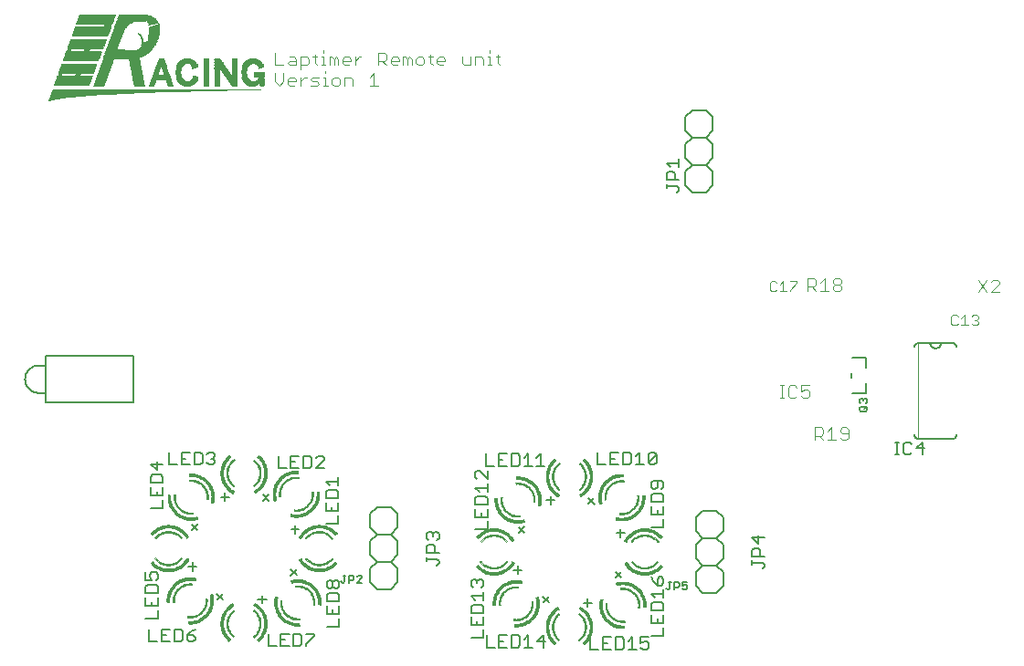
<source format=gto>
G75*
G70*
%OFA0B0*%
%FSLAX24Y24*%
%IPPOS*%
%LPD*%
%AMOC8*
5,1,8,0,0,1.08239X$1,22.5*
%
%ADD10R,0.0020X0.0010*%
%ADD11R,0.0040X0.0010*%
%ADD12R,0.0060X0.0010*%
%ADD13R,0.0100X0.0010*%
%ADD14R,0.0130X0.0010*%
%ADD15R,0.0170X0.0010*%
%ADD16R,0.0210X0.0010*%
%ADD17R,0.0270X0.0010*%
%ADD18R,0.0310X0.0010*%
%ADD19R,0.0380X0.0010*%
%ADD20R,0.0430X0.0010*%
%ADD21R,0.0510X0.0010*%
%ADD22R,0.0580X0.0010*%
%ADD23R,0.0660X0.0010*%
%ADD24R,0.0750X0.0010*%
%ADD25R,0.0850X0.0010*%
%ADD26R,0.0940X0.0010*%
%ADD27R,0.1050X0.0010*%
%ADD28R,0.1170X0.0010*%
%ADD29R,0.1280X0.0010*%
%ADD30R,0.1420X0.0010*%
%ADD31R,0.1550X0.0010*%
%ADD32R,0.1700X0.0010*%
%ADD33R,0.1860X0.0010*%
%ADD34R,0.2020X0.0010*%
%ADD35R,0.2190X0.0010*%
%ADD36R,0.2380X0.0010*%
%ADD37R,0.2580X0.0010*%
%ADD38R,0.2790X0.0010*%
%ADD39R,0.3020X0.0010*%
%ADD40R,0.3250X0.0010*%
%ADD41R,0.3500X0.0010*%
%ADD42R,0.3780X0.0010*%
%ADD43R,0.4060X0.0010*%
%ADD44R,0.4370X0.0010*%
%ADD45R,0.4700X0.0010*%
%ADD46R,0.5070X0.0010*%
%ADD47R,0.5460X0.0010*%
%ADD48R,0.5890X0.0010*%
%ADD49R,0.6380X0.0010*%
%ADD50R,0.6940X0.0010*%
%ADD51R,0.7620X0.0010*%
%ADD52R,0.0200X0.0010*%
%ADD53R,0.0180X0.0010*%
%ADD54R,0.0410X0.0010*%
%ADD55R,0.0400X0.0010*%
%ADD56R,0.0190X0.0010*%
%ADD57R,0.0280X0.0010*%
%ADD58R,0.0250X0.0010*%
%ADD59R,0.0160X0.0010*%
%ADD60R,0.1290X0.0010*%
%ADD61R,0.0420X0.0010*%
%ADD62R,0.0220X0.0010*%
%ADD63R,0.0340X0.0010*%
%ADD64R,0.0300X0.0010*%
%ADD65R,0.0390X0.0010*%
%ADD66R,0.1300X0.0010*%
%ADD67R,0.0470X0.0010*%
%ADD68R,0.0230X0.0010*%
%ADD69R,0.0490X0.0010*%
%ADD70R,0.0240X0.0010*%
%ADD71R,0.0530X0.0010*%
%ADD72R,0.0460X0.0010*%
%ADD73R,0.0550X0.0010*%
%ADD74R,0.0480X0.0010*%
%ADD75R,0.0570X0.0010*%
%ADD76R,0.0260X0.0010*%
%ADD77R,0.0500X0.0010*%
%ADD78R,0.0590X0.0010*%
%ADD79R,0.0520X0.0010*%
%ADD80R,0.0610X0.0010*%
%ADD81R,0.0540X0.0010*%
%ADD82R,0.0630X0.0010*%
%ADD83R,0.0650X0.0010*%
%ADD84R,0.0290X0.0010*%
%ADD85R,0.0760X0.0010*%
%ADD86R,0.0680X0.0010*%
%ADD87R,0.0700X0.0010*%
%ADD88R,0.0770X0.0010*%
%ADD89R,0.0320X0.0010*%
%ADD90R,0.0370X0.0010*%
%ADD91R,0.0330X0.0010*%
%ADD92R,0.0350X0.0010*%
%ADD93R,0.0740X0.0010*%
%ADD94R,0.0730X0.0010*%
%ADD95R,0.0360X0.0010*%
%ADD96R,0.0720X0.0010*%
%ADD97R,0.0710X0.0010*%
%ADD98R,0.0690X0.0010*%
%ADD99R,0.0670X0.0010*%
%ADD100R,0.0150X0.0010*%
%ADD101R,0.0110X0.0010*%
%ADD102R,0.0640X0.0010*%
%ADD103R,0.0050X0.0010*%
%ADD104R,0.0440X0.0010*%
%ADD105R,0.0010X0.0010*%
%ADD106R,0.0450X0.0010*%
%ADD107R,0.0030X0.0010*%
%ADD108R,0.0070X0.0010*%
%ADD109R,0.0120X0.0010*%
%ADD110R,0.0620X0.0010*%
%ADD111R,0.1350X0.0010*%
%ADD112R,0.1340X0.0010*%
%ADD113R,0.1330X0.0010*%
%ADD114R,0.1310X0.0010*%
%ADD115R,0.1320X0.0010*%
%ADD116R,0.1360X0.0010*%
%ADD117R,0.1400X0.0010*%
%ADD118R,0.1440X0.0010*%
%ADD119R,0.1450X0.0010*%
%ADD120R,0.1470X0.0010*%
%ADD121R,0.1480X0.0010*%
%ADD122R,0.1500X0.0010*%
%ADD123R,0.1520X0.0010*%
%ADD124R,0.1540X0.0010*%
%ADD125R,0.1560X0.0010*%
%ADD126R,0.1570X0.0010*%
%ADD127R,0.1580X0.0010*%
%ADD128R,0.1600X0.0010*%
%ADD129R,0.1610X0.0010*%
%ADD130R,0.1620X0.0010*%
%ADD131R,0.1630X0.0010*%
%ADD132R,0.1640X0.0010*%
%ADD133R,0.1650X0.0010*%
%ADD134R,0.1660X0.0010*%
%ADD135R,0.0080X0.0010*%
%ADD136R,0.0090X0.0010*%
%ADD137R,0.0600X0.0010*%
%ADD138R,0.1080X0.0010*%
%ADD139R,0.1120X0.0010*%
%ADD140R,0.1460X0.0010*%
%ADD141R,0.1430X0.0010*%
%ADD142R,0.1390X0.0010*%
%ADD143R,0.1380X0.0010*%
%ADD144R,0.1270X0.0010*%
%ADD145R,0.1240X0.0010*%
%ADD146R,0.1210X0.0010*%
%ADD147R,0.1180X0.0010*%
%ADD148R,0.1150X0.0010*%
%ADD149R,0.1110X0.0010*%
%ADD150R,0.1060X0.0010*%
%ADD151R,0.1010X0.0010*%
%ADD152R,0.0910X0.0010*%
%ADD153C,0.0040*%
%ADD154C,0.0030*%
%ADD155C,0.0080*%
%ADD156C,0.0060*%
%ADD157C,0.0050*%
%ADD158C,0.0020*%
%ADD159C,0.0010*%
D10*
X000999Y025475D03*
X004279Y027955D03*
D11*
X004289Y027935D03*
X004399Y027695D03*
X004399Y027685D03*
X006259Y026665D03*
X001009Y025485D03*
D12*
X001029Y025495D03*
X004409Y027655D03*
X004419Y027645D03*
X004399Y027705D03*
X004399Y027715D03*
X004399Y027725D03*
X004299Y027915D03*
D13*
X004419Y028375D03*
X006289Y026685D03*
X001049Y025505D03*
D14*
X001064Y025515D03*
D15*
X001094Y025525D03*
D16*
X001114Y025535D03*
X004924Y028225D03*
X005094Y027005D03*
X005204Y026705D03*
X005214Y026675D03*
X005224Y026645D03*
X005234Y026625D03*
X005234Y026615D03*
X005244Y026595D03*
X005244Y026585D03*
X005254Y026565D03*
X005254Y026555D03*
X005264Y026535D03*
X005264Y026525D03*
X005274Y026505D03*
X005274Y026495D03*
X005284Y026475D03*
X005284Y026465D03*
X005294Y026455D03*
X005294Y026445D03*
X005294Y026435D03*
X005304Y026425D03*
X005304Y026415D03*
X005364Y026235D03*
X005374Y026205D03*
X005384Y026175D03*
X005394Y026145D03*
X005434Y026035D03*
X005724Y026465D03*
X005724Y026475D03*
X005724Y026485D03*
X005724Y026495D03*
X005724Y026545D03*
X005724Y026555D03*
X005724Y026565D03*
X005724Y026575D03*
X007144Y026575D03*
X007144Y026585D03*
X007144Y026595D03*
X007144Y026605D03*
X007144Y026615D03*
X007144Y026625D03*
X007144Y026635D03*
X007144Y026565D03*
X007144Y026555D03*
X007144Y026545D03*
X007144Y026535D03*
X007144Y026525D03*
X007144Y026515D03*
X007144Y026505D03*
X007144Y026495D03*
X007144Y026485D03*
X007144Y026475D03*
X007144Y026465D03*
X007144Y026455D03*
X007144Y026445D03*
X007144Y026435D03*
X007144Y026425D03*
X007144Y026415D03*
X007144Y026405D03*
X007144Y026395D03*
X007144Y026385D03*
X007144Y026375D03*
X007144Y026365D03*
X007144Y026355D03*
X007144Y026345D03*
X007144Y026335D03*
X007144Y026325D03*
X007144Y026315D03*
X007144Y026305D03*
X007144Y026295D03*
X007144Y026285D03*
X007144Y026275D03*
X007144Y026265D03*
X007144Y026255D03*
X007144Y026245D03*
X007144Y026235D03*
X007144Y026225D03*
X007144Y026215D03*
X007144Y026205D03*
X007144Y026195D03*
X007144Y026185D03*
X007144Y026175D03*
X007144Y026165D03*
X007144Y026155D03*
X007144Y026145D03*
X007144Y026135D03*
X007144Y026125D03*
X007144Y026115D03*
X007144Y026105D03*
X007144Y026095D03*
X007144Y026085D03*
X007144Y026075D03*
X007144Y026065D03*
X007144Y026055D03*
X007144Y026045D03*
X007764Y026045D03*
X007764Y026415D03*
X007764Y026425D03*
X007764Y026435D03*
X007764Y026445D03*
X007764Y026455D03*
X007764Y026465D03*
X007764Y026475D03*
X007764Y026485D03*
X007764Y026495D03*
X007764Y026505D03*
X007764Y026515D03*
X007764Y026525D03*
X007764Y026535D03*
X007764Y026545D03*
X007764Y026555D03*
X007764Y026565D03*
X007764Y026575D03*
X007764Y026585D03*
X007764Y026595D03*
X007764Y026605D03*
X007764Y026615D03*
X007764Y026625D03*
X007764Y026635D03*
X007764Y026645D03*
X007764Y026655D03*
X007764Y026665D03*
X007764Y026675D03*
X007764Y026685D03*
X007764Y026695D03*
X007764Y026705D03*
X007764Y026715D03*
X007764Y026725D03*
X007764Y026735D03*
X007764Y026745D03*
X007764Y026755D03*
X007764Y026765D03*
X007764Y026775D03*
X007764Y026785D03*
X007764Y026795D03*
X007764Y026805D03*
X007764Y026815D03*
X007764Y026825D03*
X007764Y026835D03*
X007764Y026845D03*
X007764Y026855D03*
X007764Y026865D03*
X007764Y026875D03*
X007764Y026885D03*
X007764Y026895D03*
X007764Y026905D03*
X007764Y026915D03*
X007764Y026925D03*
X007764Y026935D03*
X007764Y026945D03*
X007764Y026955D03*
X007764Y026965D03*
X007764Y026975D03*
X007764Y026985D03*
X007764Y026995D03*
X008124Y026585D03*
X008124Y026575D03*
X008124Y026475D03*
X008764Y026355D03*
X008764Y026345D03*
X007154Y027005D03*
D17*
X007174Y026935D03*
X007174Y026925D03*
X006284Y026815D03*
X006274Y026825D03*
X005824Y026825D03*
X005814Y026815D03*
X005824Y026215D03*
X005094Y026915D03*
X003134Y028195D03*
X003144Y028225D03*
X003164Y028275D03*
X001144Y025545D03*
X007734Y026125D03*
X007734Y026135D03*
X008204Y026235D03*
X008214Y026225D03*
X008734Y026245D03*
X008674Y026825D03*
X008214Y026815D03*
D18*
X008244Y026835D03*
X008714Y026215D03*
X007714Y026195D03*
X007714Y026185D03*
X007194Y026865D03*
X007194Y026875D03*
X006244Y026195D03*
X005094Y026855D03*
X005094Y026865D03*
X004884Y028195D03*
X001174Y025555D03*
D19*
X001209Y025565D03*
X003289Y027365D03*
X003289Y027375D03*
X003299Y027385D03*
X003299Y027395D03*
X003299Y027405D03*
X003309Y027415D03*
X003309Y027425D03*
X003319Y027445D03*
X003319Y027455D03*
X003329Y027475D03*
X003329Y027485D03*
X003339Y027495D03*
X003339Y027505D03*
X003339Y027515D03*
X003349Y027525D03*
X003349Y027535D03*
X003359Y027555D03*
X003359Y027565D03*
X003369Y027585D03*
X003369Y027595D03*
X003379Y027615D03*
X003379Y027625D03*
X003389Y027635D03*
X003389Y027645D03*
X003399Y027665D03*
X003399Y027675D03*
X003409Y027695D03*
X003419Y027725D03*
X003429Y027745D03*
X003439Y027775D03*
X004749Y027635D03*
X004819Y027815D03*
X004819Y027825D03*
X004819Y027835D03*
X004789Y028355D03*
X004789Y028365D03*
X005099Y026765D03*
X005099Y026755D03*
X007229Y026765D03*
X007679Y026295D03*
X008419Y026065D03*
X008679Y026365D03*
X008679Y026375D03*
X008679Y026385D03*
X008679Y026395D03*
X008679Y026405D03*
X008679Y026415D03*
X008679Y026425D03*
X008679Y026435D03*
X008679Y026445D03*
X008679Y026455D03*
X008679Y026465D03*
X008679Y026475D03*
X008679Y026485D03*
X008679Y026495D03*
X008679Y026505D03*
X008679Y026515D03*
D20*
X008414Y026085D03*
X007654Y026365D03*
X007654Y026375D03*
X007254Y026685D03*
X006054Y026975D03*
X006054Y026065D03*
X008454Y026975D03*
X003604Y028165D03*
X003594Y028145D03*
X003584Y028125D03*
X003304Y027355D03*
X001244Y025575D03*
D21*
X001284Y025585D03*
X004514Y027365D03*
X004634Y027535D03*
X004634Y027545D03*
X003684Y028285D03*
X008454Y026945D03*
D22*
X004459Y027335D03*
X001319Y025595D03*
D23*
X001369Y025605D03*
X005099Y026365D03*
X006049Y026165D03*
X006049Y026875D03*
X003789Y028375D03*
X008449Y026875D03*
D24*
X008494Y026155D03*
X001414Y025615D03*
D25*
X001464Y025625D03*
X003514Y027335D03*
D26*
X001519Y025635D03*
D27*
X001574Y025645D03*
D28*
X001634Y025655D03*
D29*
X001699Y025665D03*
X004159Y028535D03*
D30*
X004199Y028455D03*
X001769Y025675D03*
D31*
X001844Y025685D03*
X003804Y027185D03*
D32*
X001919Y025695D03*
D33*
X001999Y025705D03*
D34*
X002089Y025715D03*
D35*
X002174Y025725D03*
D36*
X002269Y025735D03*
D37*
X002379Y025745D03*
D38*
X002484Y025755D03*
D39*
X002599Y025765D03*
D40*
X002724Y025775D03*
D41*
X002849Y025785D03*
D42*
X002989Y025795D03*
D43*
X003139Y025805D03*
D44*
X003294Y025815D03*
D45*
X003469Y025825D03*
D46*
X003654Y025835D03*
D47*
X003849Y025845D03*
D48*
X004074Y025855D03*
D49*
X004319Y025865D03*
D50*
X004599Y025875D03*
D51*
X004949Y025885D03*
D52*
X004759Y026055D03*
X004759Y026065D03*
X004769Y026075D03*
X004769Y026085D03*
X004769Y026095D03*
X004779Y026105D03*
X004779Y026115D03*
X004779Y026125D03*
X004789Y026135D03*
X004789Y026145D03*
X004789Y026155D03*
X004799Y026165D03*
X004799Y026175D03*
X004799Y026185D03*
X004809Y026195D03*
X004809Y026205D03*
X004819Y026225D03*
X004819Y026235D03*
X004889Y026435D03*
X004899Y026455D03*
X004899Y026465D03*
X004909Y026485D03*
X004909Y026495D03*
X004919Y026515D03*
X004919Y026525D03*
X004929Y026545D03*
X004939Y026575D03*
X004949Y026605D03*
X004959Y026635D03*
X004969Y026665D03*
X004979Y026695D03*
X004989Y026715D03*
X005199Y026715D03*
X005199Y026725D03*
X005209Y026695D03*
X005209Y026685D03*
X005219Y026665D03*
X005219Y026655D03*
X005229Y026635D03*
X005239Y026605D03*
X005249Y026575D03*
X005259Y026545D03*
X005269Y026515D03*
X005279Y026485D03*
X006059Y026025D03*
X006349Y026355D03*
X006729Y026035D03*
X006729Y027005D03*
X006059Y027015D03*
X004769Y028295D03*
X008459Y027015D03*
X008729Y026705D03*
D53*
X008779Y026145D03*
X008779Y026135D03*
X008779Y026125D03*
X008779Y026115D03*
X008779Y026105D03*
X008779Y026095D03*
X008779Y026085D03*
X008779Y026075D03*
X008779Y026065D03*
X008779Y026055D03*
X008779Y026045D03*
X008429Y026025D03*
X006319Y026705D03*
X004939Y028235D03*
X002399Y027375D03*
X002049Y026415D03*
D54*
X002864Y026145D03*
X002854Y026115D03*
X002844Y026085D03*
X002834Y026065D03*
X002824Y026035D03*
X002874Y026175D03*
X002884Y026195D03*
X002894Y026225D03*
X002904Y026255D03*
X002914Y026285D03*
X002934Y026335D03*
X002944Y026365D03*
X002954Y026395D03*
X002974Y026445D03*
X002984Y026475D03*
X002994Y026505D03*
X003014Y026555D03*
X003024Y026585D03*
X003034Y026615D03*
X003054Y026665D03*
X003064Y026695D03*
X003074Y026725D03*
X003104Y026805D03*
X003114Y026835D03*
X003144Y026915D03*
X003154Y026945D03*
X004124Y026965D03*
X004124Y026975D03*
X004134Y026915D03*
X004134Y026905D03*
X004144Y026865D03*
X004144Y026855D03*
X004154Y026815D03*
X004154Y026805D03*
X004154Y026795D03*
X004164Y026755D03*
X004164Y026745D03*
X004174Y026705D03*
X004174Y026695D03*
X004184Y026655D03*
X004184Y026645D03*
X004184Y026635D03*
X004194Y026595D03*
X004194Y026585D03*
X004204Y026545D03*
X004204Y026535D03*
X004204Y026525D03*
X004214Y026495D03*
X004214Y026485D03*
X004214Y026475D03*
X004224Y026435D03*
X004224Y026425D03*
X004234Y026385D03*
X004234Y026375D03*
X004234Y026365D03*
X004244Y026325D03*
X004244Y026315D03*
X004254Y026275D03*
X004254Y026265D03*
X004254Y026255D03*
X004264Y026225D03*
X004264Y026215D03*
X004264Y026205D03*
X004274Y026165D03*
X004274Y026155D03*
X004284Y026115D03*
X004284Y026105D03*
X004284Y026095D03*
X004294Y026065D03*
X004294Y026055D03*
X004294Y026045D03*
X004844Y028005D03*
X004844Y028015D03*
X004844Y028025D03*
X004844Y028035D03*
X004844Y028045D03*
X004844Y028055D03*
X004844Y028065D03*
X004844Y028075D03*
X004844Y028085D03*
X004844Y028095D03*
X004844Y028105D03*
X004844Y028115D03*
X004844Y028125D03*
X004844Y028135D03*
X004834Y028155D03*
X003564Y028085D03*
X003554Y028065D03*
X003554Y028055D03*
X003544Y028045D03*
X003544Y028035D03*
X003534Y028015D03*
X007244Y026725D03*
X007244Y026715D03*
X007664Y026345D03*
X007664Y026335D03*
X008414Y026075D03*
D55*
X007669Y026325D03*
X007239Y026735D03*
X005099Y026735D03*
X004199Y026575D03*
X004199Y026565D03*
X004199Y026555D03*
X004209Y026515D03*
X004209Y026505D03*
X004219Y026465D03*
X004219Y026455D03*
X004219Y026445D03*
X004229Y026415D03*
X004229Y026405D03*
X004229Y026395D03*
X004239Y026355D03*
X004239Y026345D03*
X004239Y026335D03*
X004249Y026305D03*
X004249Y026295D03*
X004249Y026285D03*
X004259Y026245D03*
X004259Y026235D03*
X004269Y026195D03*
X004269Y026185D03*
X004269Y026175D03*
X004279Y026145D03*
X004279Y026135D03*
X004279Y026125D03*
X004289Y026085D03*
X004289Y026075D03*
X004299Y026035D03*
X004189Y026605D03*
X004189Y026615D03*
X004189Y026625D03*
X004179Y026665D03*
X004179Y026675D03*
X004179Y026685D03*
X004169Y026715D03*
X004169Y026725D03*
X004169Y026735D03*
X004159Y026765D03*
X004159Y026775D03*
X004159Y026785D03*
X004149Y026825D03*
X004149Y026835D03*
X004149Y026845D03*
X004139Y026875D03*
X004139Y026885D03*
X004139Y026895D03*
X004129Y026925D03*
X004129Y026935D03*
X004129Y026945D03*
X004129Y026955D03*
X004119Y026985D03*
X004119Y026995D03*
X003479Y027875D03*
X003489Y027905D03*
X003499Y027925D03*
X003499Y027935D03*
X003509Y027945D03*
X003509Y027955D03*
X003519Y027965D03*
X003519Y027975D03*
X003519Y027985D03*
X003529Y027995D03*
X003529Y028005D03*
X003539Y028025D03*
X004789Y028345D03*
X004839Y027995D03*
X004839Y027985D03*
X004839Y027975D03*
X004839Y027965D03*
X004839Y027955D03*
X004839Y027945D03*
X004839Y027935D03*
X004829Y027885D03*
D56*
X004414Y028385D03*
X002394Y027365D03*
X002394Y027355D03*
X002384Y027345D03*
X002384Y027335D03*
X002384Y027325D03*
X002374Y027315D03*
X002374Y027305D03*
X002374Y027295D03*
X002074Y026475D03*
X002064Y026465D03*
X002064Y026455D03*
X002064Y026445D03*
X002054Y026435D03*
X002054Y026425D03*
X002044Y026405D03*
X002044Y026395D03*
X004754Y026045D03*
X004754Y026035D03*
X004814Y026215D03*
X004824Y026245D03*
X004884Y026415D03*
X004884Y026425D03*
X004894Y026445D03*
X004904Y026475D03*
X004914Y026505D03*
X004924Y026535D03*
X004934Y026555D03*
X004934Y026565D03*
X004944Y026585D03*
X004944Y026595D03*
X004954Y026615D03*
X004954Y026625D03*
X004964Y026645D03*
X004964Y026655D03*
X004974Y026675D03*
X004974Y026685D03*
X004984Y026705D03*
X004994Y026725D03*
X007144Y026035D03*
X007764Y026035D03*
X007764Y027005D03*
D57*
X007179Y026915D03*
X007729Y026145D03*
X008229Y026825D03*
X008459Y027005D03*
X008659Y026835D03*
X008729Y026235D03*
X006269Y026205D03*
X006059Y026035D03*
X006059Y027005D03*
X005099Y026905D03*
X005099Y026895D03*
X004899Y028205D03*
X004829Y028315D03*
X003159Y028265D03*
X003159Y028255D03*
X003149Y028245D03*
X003149Y028235D03*
X003139Y028215D03*
X003139Y028205D03*
D58*
X005094Y026945D03*
X005794Y026795D03*
X005804Y026805D03*
X006294Y026805D03*
X006304Y026795D03*
X006294Y026225D03*
X005794Y026245D03*
X007164Y026955D03*
X007164Y026965D03*
X007394Y026615D03*
X007414Y026585D03*
X007434Y026555D03*
X007454Y026525D03*
X007474Y026495D03*
X007494Y026465D03*
X007514Y026435D03*
X007744Y026105D03*
X008174Y026275D03*
X008184Y026265D03*
X008184Y026255D03*
X008194Y026245D03*
X008424Y026035D03*
X008744Y026265D03*
X008694Y026805D03*
X008684Y026815D03*
X008204Y026805D03*
X008194Y026795D03*
D59*
X008779Y026035D03*
X001749Y027375D03*
X001739Y027345D03*
X001729Y027325D03*
X001729Y027315D03*
X001719Y027295D03*
X001409Y026435D03*
D60*
X001924Y026275D03*
X001914Y026245D03*
X001904Y026215D03*
X001884Y026165D03*
X001874Y026135D03*
X001864Y026105D03*
X001854Y026075D03*
X001844Y026055D03*
X001844Y026045D03*
X001944Y026325D03*
X001954Y026355D03*
X001964Y026385D03*
X002004Y026495D03*
X002034Y026575D03*
X002044Y026605D03*
X002084Y026715D03*
X002124Y026825D03*
D61*
X002999Y026525D03*
X002999Y026515D03*
X002989Y026495D03*
X002989Y026485D03*
X002979Y026465D03*
X002979Y026455D03*
X002969Y026435D03*
X002969Y026425D03*
X002959Y026415D03*
X002959Y026405D03*
X002949Y026385D03*
X002949Y026375D03*
X002939Y026355D03*
X002939Y026345D03*
X002929Y026325D03*
X002929Y026315D03*
X002919Y026305D03*
X002919Y026295D03*
X002909Y026275D03*
X002909Y026265D03*
X002899Y026245D03*
X002899Y026235D03*
X002889Y026215D03*
X002889Y026205D03*
X002879Y026185D03*
X002869Y026165D03*
X002869Y026155D03*
X002859Y026135D03*
X002859Y026125D03*
X002849Y026105D03*
X002849Y026095D03*
X002839Y026075D03*
X002829Y026055D03*
X002829Y026045D03*
X003009Y026535D03*
X003009Y026545D03*
X003019Y026565D03*
X003019Y026575D03*
X003029Y026595D03*
X003029Y026605D03*
X003039Y026625D03*
X003039Y026635D03*
X003049Y026645D03*
X003049Y026655D03*
X003059Y026675D03*
X003059Y026685D03*
X003069Y026705D03*
X003069Y026715D03*
X003079Y026735D03*
X003079Y026745D03*
X003089Y026755D03*
X003089Y026765D03*
X003089Y026775D03*
X003099Y026785D03*
X003099Y026795D03*
X003109Y026815D03*
X003109Y026825D03*
X003119Y026845D03*
X003119Y026855D03*
X003129Y026865D03*
X003129Y026875D03*
X003129Y026885D03*
X003139Y026895D03*
X003139Y026905D03*
X003149Y026925D03*
X003149Y026935D03*
X003159Y026955D03*
X003159Y026965D03*
X003169Y026975D03*
X003169Y026985D03*
X003169Y026995D03*
X003559Y028075D03*
X003569Y028095D03*
X003579Y028105D03*
X003579Y028115D03*
X003589Y028135D03*
X004839Y028145D03*
X007249Y026705D03*
X007249Y026695D03*
X007659Y026355D03*
D62*
X007759Y026065D03*
X007759Y026055D03*
X008149Y026335D03*
X008139Y026365D03*
X008139Y026375D03*
X008139Y026385D03*
X008129Y026405D03*
X008129Y026415D03*
X008129Y026425D03*
X008129Y026435D03*
X008129Y026445D03*
X008129Y026455D03*
X008129Y026465D03*
X008119Y026485D03*
X008119Y026495D03*
X008119Y026505D03*
X008119Y026515D03*
X008119Y026525D03*
X008119Y026535D03*
X008119Y026545D03*
X008119Y026555D03*
X008119Y026565D03*
X008129Y026595D03*
X008129Y026605D03*
X008129Y026615D03*
X008129Y026625D03*
X008129Y026635D03*
X008129Y026645D03*
X008139Y026655D03*
X008139Y026665D03*
X008139Y026675D03*
X008139Y026685D03*
X008149Y026705D03*
X008729Y026735D03*
X008729Y026745D03*
X008739Y026725D03*
X008739Y026715D03*
X008759Y026335D03*
X008759Y026325D03*
X008759Y026315D03*
X006729Y026315D03*
X006729Y026325D03*
X006729Y026335D03*
X006729Y026345D03*
X006729Y026355D03*
X006729Y026365D03*
X006729Y026375D03*
X006729Y026385D03*
X006729Y026395D03*
X006729Y026405D03*
X006729Y026415D03*
X006729Y026425D03*
X006729Y026435D03*
X006729Y026445D03*
X006729Y026455D03*
X006729Y026465D03*
X006729Y026475D03*
X006729Y026485D03*
X006729Y026495D03*
X006729Y026505D03*
X006729Y026515D03*
X006729Y026525D03*
X006729Y026535D03*
X006729Y026545D03*
X006729Y026555D03*
X006729Y026565D03*
X006729Y026575D03*
X006729Y026585D03*
X006729Y026595D03*
X006729Y026605D03*
X006729Y026615D03*
X006729Y026625D03*
X006729Y026635D03*
X006729Y026645D03*
X006729Y026655D03*
X006729Y026665D03*
X006729Y026675D03*
X006729Y026685D03*
X006729Y026695D03*
X006729Y026705D03*
X006729Y026715D03*
X006729Y026725D03*
X006729Y026735D03*
X006729Y026745D03*
X006729Y026755D03*
X006729Y026765D03*
X006729Y026775D03*
X006729Y026785D03*
X006729Y026795D03*
X006729Y026805D03*
X006729Y026815D03*
X006729Y026825D03*
X006729Y026835D03*
X006729Y026845D03*
X006729Y026855D03*
X006729Y026865D03*
X006729Y026875D03*
X006729Y026885D03*
X006729Y026895D03*
X006729Y026905D03*
X006729Y026915D03*
X006729Y026925D03*
X006729Y026935D03*
X006729Y026945D03*
X006729Y026955D03*
X006729Y026965D03*
X006729Y026975D03*
X006729Y026985D03*
X006729Y026995D03*
X006339Y026715D03*
X006349Y026345D03*
X006349Y026335D03*
X006349Y026325D03*
X006339Y026315D03*
X006339Y026305D03*
X006329Y026285D03*
X006729Y026285D03*
X006729Y026295D03*
X006729Y026305D03*
X006729Y026275D03*
X006729Y026265D03*
X006729Y026255D03*
X006729Y026245D03*
X006729Y026235D03*
X006729Y026225D03*
X006729Y026215D03*
X006729Y026205D03*
X006729Y026195D03*
X006729Y026185D03*
X006729Y026175D03*
X006729Y026165D03*
X006729Y026155D03*
X006729Y026145D03*
X006729Y026135D03*
X006729Y026125D03*
X006729Y026115D03*
X006729Y026105D03*
X006729Y026095D03*
X006729Y026085D03*
X006729Y026075D03*
X006729Y026065D03*
X006729Y026055D03*
X006729Y026045D03*
X005749Y026335D03*
X005739Y026365D03*
X005739Y026375D03*
X005739Y026385D03*
X005729Y026395D03*
X005729Y026405D03*
X005729Y026415D03*
X005729Y026425D03*
X005729Y026435D03*
X005729Y026445D03*
X005729Y026455D03*
X005719Y026505D03*
X005719Y026515D03*
X005719Y026525D03*
X005719Y026535D03*
X005729Y026585D03*
X005729Y026595D03*
X005729Y026605D03*
X005729Y026615D03*
X005729Y026625D03*
X005729Y026635D03*
X005729Y026645D03*
X005739Y026655D03*
X005739Y026665D03*
X005739Y026675D03*
X005739Y026685D03*
X005749Y026695D03*
X005749Y026705D03*
X005359Y026245D03*
X005369Y026225D03*
X005369Y026215D03*
X005379Y026195D03*
X005379Y026185D03*
X005389Y026165D03*
X005389Y026155D03*
X005399Y026135D03*
X005399Y026125D03*
X005409Y026115D03*
X005409Y026105D03*
X005409Y026095D03*
X005419Y026085D03*
X005419Y026075D03*
X005419Y026065D03*
X005429Y026055D03*
X005429Y026045D03*
X005099Y026985D03*
X005099Y026995D03*
D63*
X005099Y026825D03*
X005099Y026815D03*
X006059Y026995D03*
X006059Y026045D03*
X007209Y026825D03*
X007699Y026235D03*
X008259Y026195D03*
X008419Y026055D03*
X008459Y026995D03*
X004779Y028405D03*
D64*
X005099Y026875D03*
X005839Y026835D03*
X007189Y026885D03*
X007719Y026175D03*
X008239Y026205D03*
X008419Y026045D03*
D65*
X007674Y026305D03*
X007674Y026315D03*
X007234Y026745D03*
X007234Y026755D03*
X006054Y026985D03*
X005094Y026745D03*
X006054Y026055D03*
X004824Y027845D03*
X004824Y027855D03*
X004824Y027865D03*
X004824Y027875D03*
X004834Y027895D03*
X004834Y027905D03*
X004834Y027915D03*
X004834Y027925D03*
X004844Y028165D03*
X004794Y028335D03*
X003494Y027915D03*
X003484Y027895D03*
X003484Y027885D03*
X003474Y027865D03*
X003474Y027855D03*
X003464Y027845D03*
X003464Y027835D03*
X003454Y027825D03*
X003454Y027815D03*
X003454Y027805D03*
X003444Y027795D03*
X003444Y027785D03*
X003434Y027765D03*
X003434Y027755D03*
X003424Y027735D03*
X003414Y027715D03*
X003414Y027705D03*
X003404Y027685D03*
X003394Y027655D03*
X003374Y027605D03*
X003364Y027575D03*
X003354Y027545D03*
X003324Y027465D03*
X003314Y027435D03*
X008454Y026985D03*
D66*
X004169Y028525D03*
X002769Y028605D03*
X002749Y028555D03*
X002739Y028525D03*
X002729Y028495D03*
X002709Y028445D03*
X002699Y028415D03*
X002689Y028385D03*
X002679Y028355D03*
X002669Y028335D03*
X002659Y028305D03*
X002609Y028165D03*
X002599Y028135D03*
X002589Y028115D03*
X002589Y028105D03*
X002579Y028085D03*
X002569Y028055D03*
X002559Y028025D03*
X002549Y028005D03*
X002549Y027995D03*
X002539Y027975D03*
X002539Y027965D03*
X002529Y027945D03*
X002519Y027915D03*
X002509Y027895D03*
X002509Y027885D03*
X002499Y027865D03*
X002499Y027855D03*
X002449Y027725D03*
X002449Y027715D03*
X002439Y027695D03*
X002429Y027675D03*
X002429Y027665D03*
X002419Y027645D03*
X002419Y027635D03*
X002409Y027615D03*
X002409Y027605D03*
X002399Y027585D03*
X002389Y027565D03*
X002389Y027555D03*
X002379Y027535D03*
X002379Y027525D03*
X002369Y027505D03*
X002369Y027495D03*
X002359Y027475D03*
X002359Y027465D03*
X002349Y027455D03*
X002349Y027445D03*
X002339Y027425D03*
X002339Y027415D03*
X002329Y027395D03*
X002329Y027385D03*
X002289Y027285D03*
X002289Y027275D03*
X002279Y027255D03*
X002279Y027245D03*
X002269Y027235D03*
X002269Y027225D03*
X002269Y027215D03*
X002259Y027205D03*
X002259Y027195D03*
X002249Y027175D03*
X002249Y027165D03*
X002239Y027145D03*
X002239Y027135D03*
X002229Y027125D03*
X002229Y027115D03*
X002229Y027105D03*
X002219Y027095D03*
X002219Y027085D03*
X002209Y027065D03*
X002209Y027055D03*
X002199Y027035D03*
X002199Y027025D03*
X002189Y027015D03*
X002189Y027005D03*
X002189Y026995D03*
X002179Y026985D03*
X002179Y026975D03*
X002179Y026965D03*
X002169Y026955D03*
X002119Y026815D03*
X002119Y026805D03*
X002109Y026795D03*
X002109Y026785D03*
X002109Y026775D03*
X002099Y026765D03*
X002099Y026755D03*
X002099Y026745D03*
X002089Y026735D03*
X002089Y026725D03*
X002079Y026705D03*
X002079Y026695D03*
X002069Y026685D03*
X002069Y026675D03*
X002069Y026665D03*
X002059Y026655D03*
X002059Y026645D03*
X002059Y026635D03*
X002049Y026625D03*
X002049Y026615D03*
X002039Y026595D03*
X002039Y026585D03*
X002029Y026565D03*
X002029Y026555D03*
X002019Y026545D03*
X002019Y026535D03*
X002019Y026525D03*
X002009Y026515D03*
X002009Y026505D03*
X001999Y026485D03*
X001959Y026375D03*
X001959Y026365D03*
X001949Y026345D03*
X001949Y026335D03*
X001939Y026315D03*
X001939Y026305D03*
X001929Y026295D03*
X001929Y026285D03*
X001919Y026265D03*
X001919Y026255D03*
X001909Y026235D03*
X001909Y026225D03*
X001899Y026205D03*
X001899Y026195D03*
X001889Y026185D03*
X001889Y026175D03*
X001879Y026155D03*
X001879Y026145D03*
X001869Y026125D03*
X001869Y026115D03*
X001859Y026095D03*
X001859Y026085D03*
X001849Y026065D03*
D67*
X003644Y028235D03*
X003654Y028245D03*
X006054Y026075D03*
D68*
X006314Y026255D03*
X006324Y026275D03*
X006334Y026295D03*
X006334Y026725D03*
X006334Y026735D03*
X006324Y026745D03*
X006324Y026755D03*
X005774Y026765D03*
X005764Y026745D03*
X005764Y026735D03*
X005754Y026725D03*
X005754Y026715D03*
X005744Y026355D03*
X005744Y026345D03*
X005754Y026325D03*
X005754Y026315D03*
X005764Y026305D03*
X005764Y026295D03*
X005774Y026275D03*
X005094Y026975D03*
X007154Y026985D03*
X007154Y026995D03*
X008144Y026695D03*
X008154Y026715D03*
X008154Y026725D03*
X008164Y026735D03*
X008164Y026745D03*
X008134Y026395D03*
X008144Y026355D03*
X008144Y026345D03*
X008154Y026325D03*
X008154Y026315D03*
X007754Y026075D03*
X008754Y026295D03*
X008754Y026305D03*
X008724Y026755D03*
X008714Y026765D03*
X008714Y026775D03*
D69*
X008454Y026955D03*
X006054Y026085D03*
X004574Y027425D03*
X004564Y027415D03*
X004554Y027405D03*
X004544Y027395D03*
X004594Y027455D03*
X004604Y027475D03*
X004614Y027485D03*
X004614Y027495D03*
X003664Y028265D03*
D70*
X004799Y028305D03*
X004909Y028215D03*
X005099Y026965D03*
X005099Y026955D03*
X005769Y026755D03*
X005779Y026775D03*
X005789Y026785D03*
X005769Y026285D03*
X005779Y026265D03*
X005789Y026255D03*
X006299Y026235D03*
X006309Y026245D03*
X006319Y026265D03*
X006319Y026765D03*
X006309Y026775D03*
X006309Y026785D03*
X007159Y026975D03*
X007379Y026635D03*
X007389Y026625D03*
X007399Y026605D03*
X007409Y026595D03*
X007419Y026575D03*
X007429Y026565D03*
X007439Y026545D03*
X007449Y026535D03*
X007459Y026515D03*
X007469Y026505D03*
X007479Y026485D03*
X007489Y026475D03*
X007499Y026455D03*
X007509Y026445D03*
X007519Y026425D03*
X007529Y026415D03*
X007749Y026095D03*
X007749Y026085D03*
X008169Y026285D03*
X008169Y026295D03*
X008159Y026305D03*
X008169Y026755D03*
X008179Y026765D03*
X008179Y026775D03*
X008189Y026785D03*
X008699Y026795D03*
X008709Y026785D03*
X008749Y026285D03*
X008749Y026275D03*
D71*
X006054Y026095D03*
X004654Y027595D03*
X003704Y028305D03*
D72*
X003639Y028225D03*
X006059Y026965D03*
X007269Y026645D03*
X007639Y026405D03*
X008409Y026095D03*
X008459Y026965D03*
D73*
X008454Y026935D03*
X008404Y026145D03*
X006054Y026105D03*
X006054Y026935D03*
X003724Y028325D03*
D74*
X003659Y028255D03*
X004599Y027465D03*
X004589Y027445D03*
X004579Y027435D03*
X008409Y026105D03*
D75*
X008454Y026925D03*
X006054Y026925D03*
X006054Y026115D03*
X003734Y028335D03*
D76*
X005099Y026935D03*
X005099Y026925D03*
X005799Y026235D03*
X005809Y026225D03*
X006279Y026215D03*
X007169Y026945D03*
X007739Y026115D03*
X008739Y026255D03*
D77*
X008409Y026115D03*
X006059Y026955D03*
X004629Y027515D03*
X004629Y027525D03*
X004619Y027505D03*
X004539Y027385D03*
X004529Y027375D03*
X003679Y028275D03*
D78*
X003744Y028345D03*
X006054Y026915D03*
X006054Y026125D03*
X008454Y026915D03*
D79*
X008409Y026125D03*
X006059Y026945D03*
X004649Y027575D03*
X004649Y027585D03*
X004639Y027565D03*
X004639Y027555D03*
X004499Y027355D03*
X003689Y028295D03*
D80*
X006054Y026905D03*
X006054Y026135D03*
X008454Y026905D03*
D81*
X008409Y026135D03*
X004659Y027605D03*
X004659Y027615D03*
X004659Y027625D03*
X004479Y027345D03*
X003709Y028315D03*
D82*
X006054Y026895D03*
X005094Y026405D03*
X006054Y026145D03*
D83*
X006054Y026155D03*
X005094Y026375D03*
X006054Y026885D03*
D84*
X006264Y026835D03*
X005834Y026205D03*
X005094Y026885D03*
X007184Y026895D03*
X007184Y026905D03*
X007724Y026165D03*
X007724Y026155D03*
X008224Y026215D03*
X008724Y026225D03*
D85*
X008489Y026175D03*
X008489Y026165D03*
D86*
X008449Y026855D03*
X008449Y026865D03*
X006049Y026865D03*
X005099Y026335D03*
X006049Y026175D03*
D87*
X006049Y026185D03*
X006049Y026845D03*
X005099Y026305D03*
X003439Y027345D03*
X008449Y026845D03*
D88*
X008484Y026185D03*
D89*
X007709Y026205D03*
X007199Y026855D03*
X005859Y026195D03*
X005099Y026845D03*
X004839Y028325D03*
D90*
X004784Y028375D03*
X004814Y027805D03*
X004814Y027795D03*
X004814Y027785D03*
X004814Y027775D03*
X004804Y027755D03*
X004764Y027655D03*
X004754Y027645D03*
X005094Y026775D03*
X007224Y026775D03*
X007224Y026785D03*
X007684Y026285D03*
X007684Y026275D03*
X008684Y026195D03*
D91*
X008704Y026205D03*
X007704Y026215D03*
X007704Y026225D03*
X007204Y026835D03*
X007204Y026845D03*
X005094Y026835D03*
X004874Y028185D03*
D92*
X004784Y028395D03*
X004794Y027715D03*
X005094Y026805D03*
X007214Y026805D03*
X007214Y026815D03*
X007694Y026255D03*
X007694Y026245D03*
D93*
X005099Y026255D03*
D94*
X005094Y026265D03*
D95*
X005099Y026785D03*
X005099Y026795D03*
X004769Y027665D03*
X004779Y027675D03*
X004779Y027685D03*
X004789Y027695D03*
X004789Y027705D03*
X004799Y027725D03*
X004799Y027735D03*
X004799Y027745D03*
X004809Y027765D03*
X004859Y028175D03*
X004789Y028385D03*
X007219Y026795D03*
X007689Y026265D03*
D96*
X005099Y026275D03*
X005099Y026285D03*
D97*
X005094Y026295D03*
D98*
X005094Y026315D03*
X005094Y026325D03*
X006054Y026855D03*
X003814Y028385D03*
D99*
X005094Y026355D03*
X005094Y026345D03*
D100*
X006324Y026365D03*
X006304Y026695D03*
X004954Y028245D03*
X004744Y028285D03*
X001744Y027365D03*
X001744Y027355D03*
X001734Y027335D03*
X001724Y027305D03*
X001424Y026475D03*
X001424Y026465D03*
X001414Y026455D03*
X001414Y026445D03*
X001404Y026425D03*
X001404Y026415D03*
X001394Y026405D03*
X001394Y026395D03*
X008714Y026695D03*
D101*
X006304Y026375D03*
X004964Y028255D03*
X004714Y028275D03*
D102*
X005099Y026395D03*
X005099Y026385D03*
X008449Y026885D03*
D103*
X006284Y026385D03*
X004404Y027665D03*
X004404Y027675D03*
X004294Y027925D03*
X004994Y028275D03*
D104*
X003619Y028195D03*
X003609Y028175D03*
X003599Y028155D03*
X007259Y026675D03*
X007259Y026665D03*
X007649Y026385D03*
D105*
X006264Y026395D03*
X005004Y028285D03*
D106*
X003634Y028215D03*
X003624Y028205D03*
X003614Y028185D03*
X007264Y026655D03*
X007644Y026395D03*
D107*
X008664Y026665D03*
X004654Y028255D03*
X004284Y027945D03*
D108*
X004304Y027905D03*
X004314Y027895D03*
X004324Y027885D03*
X004394Y027755D03*
X004394Y027745D03*
X004394Y027735D03*
X004684Y028265D03*
X006274Y026675D03*
X008684Y026675D03*
D109*
X008699Y026685D03*
D110*
X008449Y026895D03*
X003769Y028365D03*
D111*
X004184Y028495D03*
X003644Y027015D03*
X003644Y027005D03*
D112*
X003649Y027025D03*
X004179Y028505D03*
D113*
X004174Y028515D03*
X003644Y027045D03*
X003644Y027035D03*
D114*
X002364Y027485D03*
X002374Y027515D03*
X002384Y027545D03*
X002394Y027575D03*
X002404Y027595D03*
X002414Y027625D03*
X002424Y027655D03*
X002434Y027685D03*
X002444Y027705D03*
X002504Y027875D03*
X002514Y027905D03*
X002524Y027925D03*
X002524Y027935D03*
X002534Y027955D03*
X002544Y027985D03*
X002554Y028015D03*
X002564Y028035D03*
X002564Y028045D03*
X002574Y028065D03*
X002574Y028075D03*
X002584Y028095D03*
X002594Y028125D03*
X002604Y028145D03*
X002604Y028155D03*
X002614Y028175D03*
X002614Y028185D03*
X002654Y028285D03*
X002654Y028295D03*
X002664Y028315D03*
X002664Y028325D03*
X002674Y028345D03*
X002684Y028365D03*
X002684Y028375D03*
X002694Y028395D03*
X002694Y028405D03*
X002704Y028425D03*
X002704Y028435D03*
X002714Y028455D03*
X002714Y028465D03*
X002724Y028475D03*
X002724Y028485D03*
X002734Y028505D03*
X002734Y028515D03*
X002744Y028535D03*
X002744Y028545D03*
X002754Y028565D03*
X002754Y028575D03*
X002764Y028585D03*
X002764Y028595D03*
X002774Y028615D03*
X002774Y028625D03*
X002344Y027435D03*
X002334Y027405D03*
X002284Y027265D03*
X002254Y027185D03*
X002244Y027155D03*
X002214Y027075D03*
X002204Y027045D03*
D115*
X003649Y027055D03*
X003649Y027065D03*
X003649Y027075D03*
D116*
X003679Y027085D03*
D117*
X003699Y027095D03*
X004199Y028465D03*
D118*
X004209Y028435D03*
X003719Y027105D03*
D119*
X003734Y027115D03*
D120*
X003744Y027125D03*
D121*
X003759Y027135D03*
D122*
X003769Y027145D03*
D123*
X003779Y027155D03*
X003789Y027165D03*
D124*
X003799Y027175D03*
D125*
X003819Y027195D03*
D126*
X003824Y027205D03*
D127*
X003829Y027215D03*
X003839Y027225D03*
D128*
X003849Y027235D03*
D129*
X003854Y027245D03*
X003864Y027255D03*
D130*
X003869Y027265D03*
X003879Y027275D03*
D131*
X003884Y027285D03*
D132*
X003889Y027295D03*
X003899Y027305D03*
D133*
X003904Y027315D03*
D134*
X003909Y027325D03*
D135*
X004429Y027635D03*
X004389Y027765D03*
X004389Y027775D03*
X004349Y027855D03*
X004339Y027865D03*
X004329Y027875D03*
X004979Y028265D03*
D136*
X004364Y027835D03*
X004364Y027825D03*
X004374Y027815D03*
X004374Y027805D03*
X004384Y027795D03*
X004384Y027785D03*
X004354Y027845D03*
D137*
X003759Y028355D03*
D138*
X004009Y028395D03*
D139*
X004029Y028405D03*
D140*
X004209Y028415D03*
X004209Y028425D03*
D141*
X004204Y028445D03*
D142*
X004194Y028475D03*
D143*
X004189Y028485D03*
D144*
X004154Y028545D03*
D145*
X004149Y028555D03*
D146*
X004134Y028565D03*
D147*
X004129Y028575D03*
D148*
X004114Y028585D03*
D149*
X004094Y028595D03*
D150*
X004079Y028605D03*
D151*
X004054Y028615D03*
D152*
X004004Y028625D03*
D153*
X009244Y027265D02*
X009244Y026805D01*
X009551Y026805D01*
X009704Y026882D02*
X009781Y026805D01*
X010011Y026805D01*
X010011Y027035D01*
X009935Y027112D01*
X009781Y027112D01*
X009781Y026958D02*
X010011Y026958D01*
X010165Y026805D02*
X010395Y026805D01*
X010472Y026882D01*
X010472Y027035D01*
X010395Y027112D01*
X010165Y027112D01*
X010165Y026652D01*
X010165Y026362D02*
X010165Y026055D01*
X010165Y026208D02*
X010318Y026362D01*
X010395Y026362D01*
X010548Y026285D02*
X010625Y026362D01*
X010855Y026362D01*
X011009Y026362D02*
X011086Y026362D01*
X011086Y026055D01*
X011162Y026055D02*
X011009Y026055D01*
X010855Y026132D02*
X010779Y026208D01*
X010625Y026208D01*
X010548Y026285D01*
X010548Y026055D02*
X010779Y026055D01*
X010855Y026132D01*
X011086Y026515D02*
X011086Y026592D01*
X011086Y026805D02*
X010932Y026805D01*
X011009Y026805D02*
X011009Y027112D01*
X010932Y027112D01*
X010779Y027112D02*
X010625Y027112D01*
X010702Y027189D02*
X010702Y026882D01*
X010779Y026805D01*
X011239Y026805D02*
X011239Y027112D01*
X011316Y027112D01*
X011393Y027035D01*
X011469Y027112D01*
X011546Y027035D01*
X011546Y026805D01*
X011393Y026805D02*
X011393Y027035D01*
X011699Y027035D02*
X011776Y027112D01*
X011930Y027112D01*
X012006Y027035D01*
X012006Y026958D01*
X011699Y026958D01*
X011699Y026882D02*
X011699Y027035D01*
X011699Y026882D02*
X011776Y026805D01*
X011930Y026805D01*
X012160Y026805D02*
X012160Y027112D01*
X012313Y027112D02*
X012390Y027112D01*
X012313Y027112D02*
X012160Y026958D01*
X012006Y026362D02*
X011776Y026362D01*
X011776Y026055D01*
X011623Y026132D02*
X011623Y026285D01*
X011546Y026362D01*
X011393Y026362D01*
X011316Y026285D01*
X011316Y026132D01*
X011393Y026055D01*
X011546Y026055D01*
X011623Y026132D01*
X012006Y026362D02*
X012083Y026285D01*
X012083Y026055D01*
X012697Y026055D02*
X013004Y026055D01*
X012850Y026055D02*
X012850Y026515D01*
X012697Y026362D01*
X013004Y026805D02*
X013004Y027265D01*
X013234Y027265D01*
X013311Y027189D01*
X013311Y027035D01*
X013234Y026958D01*
X013004Y026958D01*
X013157Y026958D02*
X013311Y026805D01*
X013464Y026882D02*
X013541Y026805D01*
X013694Y026805D01*
X013771Y026958D02*
X013464Y026958D01*
X013464Y026882D02*
X013464Y027035D01*
X013541Y027112D01*
X013694Y027112D01*
X013771Y027035D01*
X013771Y026958D01*
X013925Y026805D02*
X013925Y027112D01*
X014001Y027112D01*
X014078Y027035D01*
X014155Y027112D01*
X014232Y027035D01*
X014232Y026805D01*
X014078Y026805D02*
X014078Y027035D01*
X014385Y027035D02*
X014385Y026882D01*
X014462Y026805D01*
X014615Y026805D01*
X014692Y026882D01*
X014692Y027035D01*
X014615Y027112D01*
X014462Y027112D01*
X014385Y027035D01*
X014845Y027112D02*
X014999Y027112D01*
X014922Y027189D02*
X014922Y026882D01*
X014999Y026805D01*
X015152Y026882D02*
X015152Y027035D01*
X015229Y027112D01*
X015383Y027112D01*
X015459Y027035D01*
X015459Y026958D01*
X015152Y026958D01*
X015152Y026882D02*
X015229Y026805D01*
X015383Y026805D01*
X016073Y026882D02*
X016150Y026805D01*
X016380Y026805D01*
X016380Y027112D01*
X016534Y027112D02*
X016534Y026805D01*
X016840Y026805D02*
X016840Y027035D01*
X016764Y027112D01*
X016534Y027112D01*
X016994Y027112D02*
X017071Y027112D01*
X017071Y026805D01*
X017147Y026805D02*
X016994Y026805D01*
X017378Y026882D02*
X017454Y026805D01*
X017378Y026882D02*
X017378Y027189D01*
X017301Y027112D02*
X017454Y027112D01*
X017071Y027265D02*
X017071Y027342D01*
X016073Y027112D02*
X016073Y026882D01*
X011009Y027265D02*
X011009Y027342D01*
X009781Y026958D02*
X009704Y026882D01*
X009551Y026515D02*
X009551Y026208D01*
X009397Y026055D01*
X009244Y026208D01*
X009244Y026515D01*
X009704Y026285D02*
X009704Y026132D01*
X009781Y026055D01*
X009935Y026055D01*
X010011Y026208D02*
X009704Y026208D01*
X009704Y026285D02*
X009781Y026362D01*
X009935Y026362D01*
X010011Y026285D01*
X010011Y026208D01*
X027666Y015113D02*
X027820Y015113D01*
X027743Y015113D02*
X027743Y014652D01*
X027666Y014652D02*
X027820Y014652D01*
X027973Y014729D02*
X027973Y015036D01*
X028050Y015113D01*
X028203Y015113D01*
X028280Y015036D01*
X028434Y015113D02*
X028434Y014882D01*
X028587Y014959D01*
X028664Y014959D01*
X028741Y014882D01*
X028741Y014729D01*
X028664Y014652D01*
X028510Y014652D01*
X028434Y014729D01*
X028280Y014729D02*
X028203Y014652D01*
X028050Y014652D01*
X027973Y014729D01*
X028434Y015113D02*
X028741Y015113D01*
X028941Y013578D02*
X029171Y013578D01*
X029248Y013501D01*
X029248Y013348D01*
X029171Y013271D01*
X028941Y013271D01*
X029094Y013271D02*
X029248Y013118D01*
X029401Y013118D02*
X029708Y013118D01*
X029554Y013118D02*
X029554Y013578D01*
X029401Y013424D01*
X029861Y013424D02*
X029861Y013501D01*
X029938Y013578D01*
X030092Y013578D01*
X030168Y013501D01*
X030168Y013194D01*
X030092Y013118D01*
X029938Y013118D01*
X029861Y013194D01*
X029938Y013348D02*
X030168Y013348D01*
X029938Y013348D02*
X029861Y013424D01*
X028941Y013578D02*
X028941Y013118D01*
X034919Y018505D02*
X035226Y018965D01*
X035379Y018889D02*
X035456Y018965D01*
X035610Y018965D01*
X035686Y018889D01*
X035686Y018812D01*
X035379Y018505D01*
X035686Y018505D01*
X035226Y018505D02*
X034919Y018965D01*
X029909Y018941D02*
X029909Y018865D01*
X029832Y018788D01*
X029679Y018788D01*
X029602Y018865D01*
X029602Y018941D01*
X029679Y019018D01*
X029832Y019018D01*
X029909Y018941D01*
X029832Y018788D02*
X029909Y018711D01*
X029909Y018634D01*
X029832Y018558D01*
X029679Y018558D01*
X029602Y018634D01*
X029602Y018711D01*
X029679Y018788D01*
X029449Y018558D02*
X029142Y018558D01*
X029295Y018558D02*
X029295Y019018D01*
X029142Y018865D01*
X028988Y018941D02*
X028988Y018788D01*
X028912Y018711D01*
X028682Y018711D01*
X028835Y018711D02*
X028988Y018558D01*
X028682Y018558D02*
X028682Y019018D01*
X028912Y019018D01*
X028988Y018941D01*
D154*
X028283Y018911D02*
X028283Y018849D01*
X028036Y018602D01*
X028036Y018541D01*
X027914Y018541D02*
X027667Y018541D01*
X027791Y018541D02*
X027791Y018911D01*
X027667Y018788D01*
X027546Y018849D02*
X027484Y018911D01*
X027361Y018911D01*
X027299Y018849D01*
X027299Y018602D01*
X027361Y018541D01*
X027484Y018541D01*
X027546Y018602D01*
X028036Y018911D02*
X028283Y018911D01*
X033924Y017615D02*
X033924Y017368D01*
X033986Y017306D01*
X034109Y017306D01*
X034171Y017368D01*
X034292Y017306D02*
X034539Y017306D01*
X034416Y017306D02*
X034416Y017676D01*
X034292Y017553D01*
X034171Y017615D02*
X034109Y017676D01*
X033986Y017676D01*
X033924Y017615D01*
X034661Y017615D02*
X034722Y017676D01*
X034846Y017676D01*
X034908Y017615D01*
X034908Y017553D01*
X034846Y017491D01*
X034908Y017429D01*
X034908Y017368D01*
X034846Y017306D01*
X034722Y017306D01*
X034661Y017368D01*
X034784Y017491D02*
X034846Y017491D01*
D155*
X030812Y016131D02*
X030812Y015753D01*
X030812Y016131D02*
X030295Y016131D01*
X030292Y015566D02*
X030292Y015385D01*
X030812Y015192D02*
X030812Y014814D01*
X030295Y014814D01*
D156*
X030582Y014588D02*
X030625Y014631D01*
X030668Y014631D01*
X030712Y014588D01*
X030755Y014631D01*
X030798Y014631D01*
X030842Y014588D01*
X030842Y014501D01*
X030798Y014458D01*
X030798Y014337D02*
X030842Y014293D01*
X030842Y014207D01*
X030798Y014163D01*
X030625Y014163D01*
X030582Y014207D01*
X030582Y014293D01*
X030625Y014337D01*
X030798Y014337D01*
X030842Y014337D02*
X030755Y014250D01*
X030625Y014458D02*
X030582Y014501D01*
X030582Y014588D01*
X030712Y014588D02*
X030712Y014545D01*
X032579Y013310D02*
X032581Y013287D01*
X032586Y013264D01*
X032595Y013242D01*
X032608Y013222D01*
X032623Y013204D01*
X032641Y013189D01*
X032661Y013176D01*
X032683Y013167D01*
X032706Y013162D01*
X032729Y013160D01*
X033969Y013160D01*
X033992Y013162D01*
X034015Y013167D01*
X034037Y013176D01*
X034057Y013189D01*
X034075Y013204D01*
X034090Y013222D01*
X034103Y013242D01*
X034112Y013264D01*
X034117Y013287D01*
X034119Y013310D01*
X034119Y016510D02*
X034117Y016533D01*
X034112Y016556D01*
X034103Y016578D01*
X034090Y016598D01*
X034075Y016616D01*
X034057Y016631D01*
X034037Y016644D01*
X034015Y016653D01*
X033992Y016658D01*
X033969Y016660D01*
X033549Y016660D01*
X033149Y016660D01*
X032729Y016660D01*
X032706Y016658D01*
X032683Y016653D01*
X032661Y016644D01*
X032641Y016631D01*
X032623Y016616D01*
X032608Y016598D01*
X032595Y016578D01*
X032586Y016556D01*
X032581Y016533D01*
X032579Y016510D01*
X033149Y016660D02*
X033151Y016633D01*
X033156Y016606D01*
X033166Y016580D01*
X033178Y016556D01*
X033194Y016534D01*
X033212Y016514D01*
X033234Y016497D01*
X033257Y016482D01*
X033282Y016472D01*
X033308Y016464D01*
X033335Y016460D01*
X033363Y016460D01*
X033390Y016464D01*
X033416Y016472D01*
X033441Y016482D01*
X033464Y016497D01*
X033486Y016514D01*
X033504Y016534D01*
X033520Y016556D01*
X033532Y016580D01*
X033542Y016606D01*
X033547Y016633D01*
X033549Y016660D01*
X025224Y022410D02*
X025224Y022910D01*
X024974Y023160D01*
X025224Y023410D01*
X025224Y023910D01*
X024974Y024160D01*
X025224Y024410D01*
X025224Y024910D01*
X024974Y025160D01*
X024474Y025160D01*
X024224Y024910D01*
X024224Y024410D01*
X024474Y024160D01*
X024974Y024160D01*
X024474Y024160D02*
X024224Y023910D01*
X024224Y023410D01*
X024474Y023160D01*
X024974Y023160D01*
X024474Y023160D02*
X024224Y022910D01*
X024224Y022410D01*
X024474Y022160D01*
X024974Y022160D01*
X025224Y022410D01*
X025349Y010535D02*
X024849Y010535D01*
X024599Y010285D01*
X024599Y009785D01*
X024849Y009535D01*
X024599Y009285D01*
X024599Y008785D01*
X024849Y008535D01*
X024599Y008285D01*
X024599Y007785D01*
X024849Y007535D01*
X025349Y007535D01*
X025599Y007785D01*
X025599Y008285D01*
X025349Y008535D01*
X024849Y008535D01*
X025349Y008535D02*
X025599Y008785D01*
X025599Y009285D01*
X025349Y009535D01*
X024849Y009535D01*
X025349Y009535D02*
X025599Y009785D01*
X025599Y010285D01*
X025349Y010535D01*
X024288Y007910D02*
X024114Y007910D01*
X024114Y007780D01*
X024201Y007823D01*
X024244Y007823D01*
X024288Y007780D01*
X024288Y007693D01*
X024244Y007650D01*
X024158Y007650D01*
X024114Y007693D01*
X023993Y007780D02*
X023950Y007737D01*
X023820Y007737D01*
X023820Y007650D02*
X023820Y007910D01*
X023950Y007910D01*
X023993Y007867D01*
X023993Y007780D01*
X023699Y007910D02*
X023612Y007910D01*
X023655Y007910D02*
X023655Y007693D01*
X023612Y007650D01*
X023568Y007650D01*
X023525Y007693D01*
X013724Y007910D02*
X013474Y007660D01*
X012974Y007660D01*
X012724Y007910D01*
X012724Y008410D01*
X012974Y008660D01*
X012724Y008910D01*
X012724Y009410D01*
X012974Y009660D01*
X012724Y009910D01*
X012724Y010410D01*
X012974Y010660D01*
X013474Y010660D01*
X013724Y010410D01*
X013724Y009910D01*
X013474Y009660D01*
X013724Y009410D01*
X013724Y008910D01*
X013474Y008660D01*
X013724Y008410D01*
X013724Y007910D01*
X013474Y008660D02*
X012974Y008660D01*
X012413Y008117D02*
X012369Y008160D01*
X012283Y008160D01*
X012239Y008117D01*
X012118Y008117D02*
X012118Y008030D01*
X012075Y007987D01*
X011945Y007987D01*
X011945Y007900D02*
X011945Y008160D01*
X012075Y008160D01*
X012118Y008117D01*
X012239Y007900D02*
X012413Y008073D01*
X012413Y008117D01*
X012413Y007900D02*
X012239Y007900D01*
X011780Y007943D02*
X011780Y008160D01*
X011737Y008160D02*
X011824Y008160D01*
X011780Y007943D02*
X011737Y007900D01*
X011693Y007900D01*
X011650Y007943D01*
X012974Y009660D02*
X013474Y009660D01*
D157*
X004952Y005747D02*
X004652Y005747D01*
X004652Y006197D01*
X005112Y006197D02*
X005112Y005747D01*
X005412Y005747D01*
X005573Y005747D02*
X005798Y005747D01*
X005873Y005822D01*
X005873Y006122D01*
X005798Y006197D01*
X005573Y006197D01*
X005573Y005747D01*
X005262Y005972D02*
X005112Y005972D01*
X005112Y006197D02*
X005412Y006197D01*
X006033Y005972D02*
X006033Y005822D01*
X006108Y005747D01*
X006258Y005747D01*
X006333Y005822D01*
X006333Y005897D01*
X006258Y005972D01*
X006033Y005972D01*
X006183Y006122D01*
X006333Y006197D01*
X004974Y006593D02*
X004974Y006894D01*
X004974Y007054D02*
X004974Y007354D01*
X004974Y007514D02*
X004524Y007514D01*
X004524Y007739D01*
X004599Y007814D01*
X004899Y007814D01*
X004974Y007739D01*
X004974Y007514D01*
X004749Y007204D02*
X004749Y007054D01*
X004524Y007054D02*
X004974Y007054D01*
X004524Y007054D02*
X004524Y007354D01*
X004524Y007975D02*
X004749Y007975D01*
X004674Y008125D01*
X004674Y008200D01*
X004749Y008275D01*
X004899Y008275D01*
X004974Y008200D01*
X004974Y008050D01*
X004899Y007975D01*
X004524Y007975D02*
X004524Y008275D01*
X006079Y008480D02*
X006369Y008480D01*
X006229Y008330D02*
X006229Y008640D01*
X007126Y007503D02*
X007345Y007284D01*
X007338Y007489D02*
X007133Y007284D01*
X008619Y007290D02*
X008929Y007290D01*
X008779Y007430D02*
X008779Y007140D01*
X008999Y006035D02*
X008999Y005585D01*
X009299Y005585D01*
X009459Y005585D02*
X009760Y005585D01*
X009920Y005585D02*
X010145Y005585D01*
X010220Y005660D01*
X010220Y005960D01*
X010145Y006035D01*
X009920Y006035D01*
X009920Y005585D01*
X009610Y005810D02*
X009459Y005810D01*
X009459Y006035D02*
X009459Y005585D01*
X009459Y006035D02*
X009760Y006035D01*
X010380Y006035D02*
X010680Y006035D01*
X010680Y005960D01*
X010380Y005660D01*
X010380Y005585D01*
X011129Y006301D02*
X011579Y006301D01*
X011579Y006601D01*
X011579Y006762D02*
X011579Y007062D01*
X011579Y007222D02*
X011129Y007222D01*
X011129Y007447D01*
X011204Y007522D01*
X011504Y007522D01*
X011579Y007447D01*
X011579Y007222D01*
X011354Y006912D02*
X011354Y006762D01*
X011129Y006762D02*
X011579Y006762D01*
X011129Y006762D02*
X011129Y007062D01*
X011204Y007682D02*
X011279Y007682D01*
X011354Y007757D01*
X011354Y007907D01*
X011429Y007983D01*
X011504Y007983D01*
X011579Y007907D01*
X011579Y007757D01*
X011504Y007682D01*
X011429Y007682D01*
X011354Y007757D01*
X011354Y007907D02*
X011279Y007983D01*
X011204Y007983D01*
X011129Y007907D01*
X011129Y007757D01*
X011204Y007682D01*
X010027Y008172D02*
X009822Y008377D01*
X010027Y008384D02*
X009808Y008165D01*
X009969Y009680D02*
X009969Y009990D01*
X009829Y009840D02*
X010119Y009840D01*
X011099Y010060D02*
X011549Y010060D01*
X011549Y010360D01*
X011549Y010520D02*
X011099Y010520D01*
X011099Y010821D01*
X011099Y010981D02*
X011099Y011206D01*
X011174Y011281D01*
X011474Y011281D01*
X011549Y011206D01*
X011549Y010981D01*
X011099Y010981D01*
X011324Y010671D02*
X011324Y010520D01*
X011549Y010520D02*
X011549Y010821D01*
X011549Y011441D02*
X011549Y011741D01*
X011549Y011591D02*
X011099Y011591D01*
X011249Y011441D01*
X011047Y012085D02*
X010746Y012085D01*
X011047Y012385D01*
X011047Y012460D01*
X010971Y012535D01*
X010821Y012535D01*
X010746Y012460D01*
X010586Y012460D02*
X010586Y012160D01*
X010511Y012085D01*
X010286Y012085D01*
X010286Y012535D01*
X010511Y012535D01*
X010586Y012460D01*
X010126Y012535D02*
X009826Y012535D01*
X009826Y012085D01*
X010126Y012085D01*
X009976Y012310D02*
X009826Y012310D01*
X009665Y012085D02*
X009365Y012085D01*
X009365Y012535D01*
X009014Y011109D02*
X008809Y010904D01*
X008801Y011109D02*
X009021Y010890D01*
X007579Y011030D02*
X007269Y011030D01*
X007419Y010890D02*
X007419Y011180D01*
X006980Y012210D02*
X006830Y012210D01*
X006755Y012285D01*
X006595Y012285D02*
X006595Y012585D01*
X006520Y012660D01*
X006295Y012660D01*
X006295Y012210D01*
X006520Y012210D01*
X006595Y012285D01*
X006755Y012585D02*
X006830Y012660D01*
X006980Y012660D01*
X007055Y012585D01*
X007055Y012510D01*
X006980Y012435D01*
X007055Y012360D01*
X007055Y012285D01*
X006980Y012210D01*
X006980Y012435D02*
X006905Y012435D01*
X006135Y012210D02*
X005834Y012210D01*
X005834Y012660D01*
X006135Y012660D01*
X005985Y012435D02*
X005834Y012435D01*
X005674Y012210D02*
X005374Y012210D01*
X005374Y012660D01*
X004927Y012306D02*
X004927Y012006D01*
X004702Y012231D01*
X005153Y012231D01*
X005077Y011845D02*
X004777Y011845D01*
X004702Y011770D01*
X004702Y011545D01*
X005153Y011545D01*
X005153Y011770D01*
X005077Y011845D01*
X005153Y011385D02*
X005153Y011085D01*
X004702Y011085D01*
X004702Y011385D01*
X004927Y011235D02*
X004927Y011085D01*
X005153Y010925D02*
X005153Y010624D01*
X004702Y010624D01*
X006208Y010038D02*
X006413Y009833D01*
X006208Y009826D02*
X006427Y010045D01*
X004974Y006593D02*
X004524Y006593D01*
X014779Y008680D02*
X014779Y008830D01*
X014779Y008755D02*
X015154Y008755D01*
X015229Y008680D01*
X015229Y008605D01*
X015154Y008530D01*
X015229Y008990D02*
X014779Y008990D01*
X014779Y009216D01*
X014854Y009291D01*
X015004Y009291D01*
X015079Y009216D01*
X015079Y008990D01*
X015154Y009451D02*
X015229Y009526D01*
X015229Y009676D01*
X015154Y009751D01*
X015079Y009751D01*
X015004Y009676D01*
X015004Y009601D01*
X015004Y009676D02*
X014929Y009751D01*
X014854Y009751D01*
X014779Y009676D01*
X014779Y009526D01*
X014854Y009451D01*
X016545Y009840D02*
X016995Y009840D01*
X016995Y010140D01*
X016995Y010301D02*
X016545Y010301D01*
X016545Y010601D01*
X016545Y010761D02*
X016545Y010986D01*
X016620Y011061D01*
X016920Y011061D01*
X016995Y010986D01*
X016995Y010761D01*
X016545Y010761D01*
X016770Y010451D02*
X016770Y010301D01*
X016995Y010301D02*
X016995Y010601D01*
X016995Y011221D02*
X016995Y011522D01*
X016995Y011371D02*
X016545Y011371D01*
X016695Y011221D01*
X016620Y011682D02*
X016545Y011757D01*
X016545Y011907D01*
X016620Y011982D01*
X016695Y011982D01*
X016995Y011682D01*
X016995Y011982D01*
X016947Y012160D02*
X017247Y012160D01*
X017407Y012160D02*
X017708Y012160D01*
X017868Y012160D02*
X018093Y012160D01*
X018168Y012235D01*
X018168Y012535D01*
X018093Y012610D01*
X017868Y012610D01*
X017868Y012160D01*
X017558Y012385D02*
X017407Y012385D01*
X017407Y012610D02*
X017407Y012160D01*
X016947Y012160D02*
X016947Y012610D01*
X017407Y012610D02*
X017708Y012610D01*
X018328Y012460D02*
X018478Y012610D01*
X018478Y012160D01*
X018328Y012160D02*
X018628Y012160D01*
X018789Y012160D02*
X019089Y012160D01*
X018939Y012160D02*
X018939Y012610D01*
X018789Y012460D01*
X019294Y011055D02*
X019294Y010765D01*
X019144Y010905D02*
X019454Y010905D01*
X020676Y010984D02*
X020896Y010765D01*
X020684Y010779D02*
X020889Y010984D01*
X021844Y009865D02*
X021844Y009555D01*
X021704Y009715D02*
X021994Y009715D01*
X022974Y009935D02*
X023424Y009935D01*
X023424Y010235D01*
X023424Y010395D02*
X023424Y010696D01*
X023424Y010856D02*
X023424Y011081D01*
X023349Y011156D01*
X023049Y011156D01*
X022974Y011081D01*
X022974Y010856D01*
X023424Y010856D01*
X023199Y010546D02*
X023199Y010395D01*
X022974Y010395D02*
X023424Y010395D01*
X022974Y010395D02*
X022974Y010696D01*
X023049Y011316D02*
X023124Y011316D01*
X023199Y011391D01*
X023199Y011616D01*
X023349Y011616D02*
X023049Y011616D01*
X022974Y011541D01*
X022974Y011391D01*
X023049Y011316D01*
X023349Y011316D02*
X023424Y011391D01*
X023424Y011541D01*
X023349Y011616D01*
X023087Y012210D02*
X022937Y012210D01*
X022862Y012285D01*
X023162Y012585D01*
X023162Y012285D01*
X023087Y012210D01*
X022862Y012285D02*
X022862Y012585D01*
X022937Y012660D01*
X023087Y012660D01*
X023162Y012585D01*
X022702Y012210D02*
X022402Y012210D01*
X022552Y012210D02*
X022552Y012660D01*
X022402Y012510D01*
X022241Y012585D02*
X022241Y012285D01*
X022166Y012210D01*
X021941Y012210D01*
X021941Y012660D01*
X022166Y012660D01*
X022241Y012585D01*
X021781Y012660D02*
X021481Y012660D01*
X021481Y012210D01*
X021781Y012210D01*
X021631Y012435D02*
X021481Y012435D01*
X021321Y012210D02*
X021020Y012210D01*
X021020Y012660D01*
X018354Y009941D02*
X018134Y009722D01*
X018339Y009729D02*
X018134Y009934D01*
X018104Y008515D02*
X018104Y008205D01*
X018244Y008355D02*
X017954Y008355D01*
X016849Y007950D02*
X016849Y007800D01*
X016774Y007725D01*
X016849Y007564D02*
X016849Y007264D01*
X016849Y007414D02*
X016399Y007414D01*
X016549Y007264D01*
X016474Y007104D02*
X016399Y007029D01*
X016399Y006804D01*
X016849Y006804D01*
X016849Y007029D01*
X016774Y007104D01*
X016474Y007104D01*
X016399Y006644D02*
X016399Y006343D01*
X016849Y006343D01*
X016849Y006644D01*
X016624Y006494D02*
X016624Y006343D01*
X016849Y006183D02*
X016849Y005883D01*
X016399Y005883D01*
X016960Y005984D02*
X016960Y005533D01*
X017260Y005533D01*
X017420Y005533D02*
X017720Y005533D01*
X017881Y005533D02*
X018106Y005533D01*
X018181Y005608D01*
X018181Y005909D01*
X018106Y005984D01*
X017881Y005984D01*
X017881Y005533D01*
X017570Y005758D02*
X017420Y005758D01*
X017420Y005533D02*
X017420Y005984D01*
X017720Y005984D01*
X018341Y005833D02*
X018491Y005984D01*
X018491Y005533D01*
X018341Y005533D02*
X018641Y005533D01*
X018801Y005758D02*
X019102Y005758D01*
X019027Y005533D02*
X019027Y005984D01*
X018801Y005758D01*
X019029Y007180D02*
X019234Y007385D01*
X019241Y007180D02*
X019022Y007399D01*
X020494Y007165D02*
X020804Y007165D01*
X020654Y007305D02*
X020654Y007015D01*
X020749Y005910D02*
X020749Y005460D01*
X021049Y005460D01*
X021209Y005460D02*
X021510Y005460D01*
X021670Y005460D02*
X021895Y005460D01*
X021970Y005535D01*
X021970Y005835D01*
X021895Y005910D01*
X021670Y005910D01*
X021670Y005460D01*
X021360Y005685D02*
X021209Y005685D01*
X021209Y005910D02*
X021209Y005460D01*
X021209Y005910D02*
X021510Y005910D01*
X022130Y005760D02*
X022280Y005910D01*
X022280Y005460D01*
X022130Y005460D02*
X022430Y005460D01*
X022591Y005535D02*
X022666Y005460D01*
X022816Y005460D01*
X022891Y005535D01*
X022891Y005685D01*
X022816Y005760D01*
X022741Y005760D01*
X022591Y005685D01*
X022591Y005910D01*
X022891Y005910D01*
X022967Y005963D02*
X023418Y005963D01*
X023418Y006263D01*
X023418Y006423D02*
X023418Y006723D01*
X023418Y006884D02*
X023418Y007109D01*
X023343Y007184D01*
X023042Y007184D01*
X022967Y007109D01*
X022967Y006884D01*
X023418Y006884D01*
X023193Y006573D02*
X023193Y006423D01*
X023418Y006423D02*
X022967Y006423D01*
X022967Y006723D01*
X023117Y007344D02*
X022967Y007494D01*
X023418Y007494D01*
X023418Y007344D02*
X023418Y007644D01*
X023343Y007804D02*
X023418Y007879D01*
X023418Y008029D01*
X023343Y008105D01*
X023268Y008105D01*
X023193Y008029D01*
X023193Y007804D01*
X023343Y007804D01*
X023193Y007804D02*
X023042Y007954D01*
X022967Y008105D01*
X021887Y008084D02*
X021682Y008289D01*
X021887Y008296D02*
X021668Y008077D01*
X016849Y007950D02*
X016774Y008025D01*
X016699Y008025D01*
X016624Y007950D01*
X016624Y007875D01*
X016624Y007950D02*
X016549Y008025D01*
X016474Y008025D01*
X016399Y007950D01*
X016399Y007800D01*
X016474Y007725D01*
X026654Y008555D02*
X026654Y008705D01*
X026654Y008630D02*
X027029Y008630D01*
X027104Y008555D01*
X027104Y008480D01*
X027029Y008405D01*
X027104Y008865D02*
X026654Y008865D01*
X026654Y009091D01*
X026729Y009166D01*
X026879Y009166D01*
X026954Y009091D01*
X026954Y008865D01*
X026879Y009326D02*
X026654Y009551D01*
X027104Y009551D01*
X026879Y009626D02*
X026879Y009326D01*
X031874Y012585D02*
X032024Y012585D01*
X031949Y012585D02*
X031949Y013035D01*
X031874Y013035D02*
X032024Y013035D01*
X032181Y012960D02*
X032181Y012660D01*
X032256Y012585D01*
X032406Y012585D01*
X032481Y012660D01*
X032641Y012810D02*
X032942Y012810D01*
X032867Y012585D02*
X032867Y013035D01*
X032641Y012810D01*
X032481Y012960D02*
X032406Y013035D01*
X032256Y013035D01*
X032181Y012960D01*
X023904Y022155D02*
X023979Y022230D01*
X023979Y022305D01*
X023904Y022380D01*
X023529Y022380D01*
X023529Y022305D02*
X023529Y022455D01*
X023529Y022615D02*
X023529Y022841D01*
X023604Y022916D01*
X023754Y022916D01*
X023829Y022841D01*
X023829Y022615D01*
X023979Y022615D02*
X023529Y022615D01*
X023679Y023076D02*
X023529Y023226D01*
X023979Y023226D01*
X023979Y023076D02*
X023979Y023376D01*
X004069Y016180D02*
X004069Y014490D01*
X000869Y014490D01*
X000869Y016180D01*
X004069Y016180D01*
X000868Y015835D02*
X000624Y015835D01*
X000627Y015834D02*
X000583Y015832D01*
X000540Y015827D01*
X000497Y015818D01*
X000456Y015805D01*
X000415Y015788D01*
X000377Y015768D01*
X000340Y015745D01*
X000305Y015719D01*
X000273Y015689D01*
X000243Y015657D01*
X000216Y015623D01*
X000193Y015586D01*
X000172Y015547D01*
X000156Y015507D01*
X000142Y015465D01*
X000133Y015423D01*
X000127Y015380D01*
X000125Y015336D01*
X000127Y015292D01*
X000132Y015249D01*
X000142Y015206D01*
X000155Y015165D01*
X000172Y015125D01*
X000192Y015086D01*
X000215Y015049D01*
X000242Y015014D01*
X000271Y014982D01*
X000303Y014953D01*
X000338Y014926D01*
X000375Y014903D01*
X000414Y014883D01*
X000454Y014866D01*
X000495Y014853D01*
X000538Y014843D01*
X000581Y014838D01*
X000625Y014836D01*
X000624Y014833D02*
X000867Y014833D01*
D158*
X032719Y013160D02*
X032719Y016660D01*
D159*
X022719Y009879D02*
X022719Y009789D01*
X022719Y009790D02*
X022665Y009788D01*
X022612Y009782D01*
X022559Y009772D01*
X022507Y009758D01*
X022456Y009741D01*
X022407Y009720D01*
X022359Y009696D01*
X022313Y009668D01*
X022269Y009637D01*
X022227Y009603D01*
X022188Y009567D01*
X022151Y009527D01*
X022118Y009485D01*
X022087Y009441D01*
X022060Y009395D01*
X021981Y009437D01*
X022009Y009486D01*
X022041Y009532D01*
X022076Y009577D01*
X022113Y009619D01*
X022154Y009659D01*
X022197Y009695D01*
X022242Y009729D01*
X022289Y009760D01*
X022339Y009787D01*
X022390Y009811D01*
X022442Y009832D01*
X022496Y009849D01*
X022551Y009862D01*
X022606Y009872D01*
X022663Y009878D01*
X022719Y009880D01*
X022719Y009871D01*
X022663Y009869D01*
X022608Y009863D01*
X022553Y009853D01*
X022498Y009840D01*
X022445Y009823D01*
X022393Y009803D01*
X022343Y009779D01*
X022294Y009752D01*
X022247Y009722D01*
X022202Y009688D01*
X022160Y009652D01*
X022120Y009613D01*
X022083Y009571D01*
X022048Y009527D01*
X022017Y009481D01*
X021989Y009433D01*
X021997Y009429D01*
X022025Y009476D01*
X022056Y009522D01*
X022090Y009565D01*
X022126Y009607D01*
X022166Y009645D01*
X022208Y009681D01*
X022252Y009714D01*
X022298Y009744D01*
X022347Y009771D01*
X022397Y009794D01*
X022448Y009815D01*
X022501Y009831D01*
X022554Y009844D01*
X022609Y009854D01*
X022664Y009860D01*
X022719Y009862D01*
X022719Y009853D01*
X022664Y009851D01*
X022610Y009845D01*
X022556Y009836D01*
X022503Y009823D01*
X022451Y009806D01*
X022400Y009786D01*
X022351Y009763D01*
X022303Y009736D01*
X022257Y009707D01*
X022213Y009674D01*
X022172Y009639D01*
X022133Y009600D01*
X022096Y009560D01*
X022063Y009517D01*
X022032Y009471D01*
X022005Y009424D01*
X022013Y009420D01*
X022040Y009467D01*
X022070Y009511D01*
X022103Y009554D01*
X022139Y009594D01*
X022178Y009632D01*
X022219Y009667D01*
X022262Y009699D01*
X022308Y009729D01*
X022355Y009755D01*
X022404Y009778D01*
X022454Y009798D01*
X022506Y009814D01*
X022558Y009827D01*
X022611Y009836D01*
X022665Y009842D01*
X022719Y009844D01*
X022719Y009835D01*
X022666Y009833D01*
X022613Y009827D01*
X022560Y009818D01*
X022508Y009805D01*
X022457Y009789D01*
X022407Y009770D01*
X022359Y009747D01*
X022312Y009721D01*
X022268Y009692D01*
X022225Y009660D01*
X022184Y009625D01*
X022146Y009588D01*
X022110Y009548D01*
X022077Y009506D01*
X022047Y009462D01*
X022020Y009416D01*
X022028Y009412D01*
X022055Y009457D01*
X022085Y009501D01*
X022117Y009542D01*
X022152Y009582D01*
X022190Y009619D01*
X022230Y009653D01*
X022273Y009685D01*
X022317Y009713D01*
X022363Y009739D01*
X022411Y009761D01*
X022460Y009781D01*
X022510Y009797D01*
X022562Y009809D01*
X022614Y009818D01*
X022666Y009824D01*
X022719Y009826D01*
X022719Y009817D01*
X022663Y009815D01*
X022608Y009808D01*
X022553Y009798D01*
X022499Y009784D01*
X022447Y009766D01*
X022395Y009745D01*
X022346Y009719D01*
X022298Y009691D01*
X022252Y009659D01*
X022209Y009624D01*
X022169Y009586D01*
X022131Y009545D01*
X022096Y009501D01*
X022065Y009455D01*
X022036Y009407D01*
X022044Y009403D01*
X022072Y009451D01*
X022103Y009496D01*
X022138Y009539D01*
X022175Y009579D01*
X022215Y009617D01*
X022258Y009652D01*
X022303Y009683D01*
X022350Y009712D01*
X022399Y009736D01*
X022450Y009758D01*
X022502Y009775D01*
X022555Y009789D01*
X022609Y009799D01*
X022664Y009806D01*
X022719Y009808D01*
X022719Y009799D01*
X022665Y009797D01*
X022611Y009791D01*
X022557Y009781D01*
X022505Y009767D01*
X022453Y009749D01*
X022403Y009728D01*
X022354Y009704D01*
X022308Y009676D01*
X022263Y009644D01*
X022221Y009610D01*
X022182Y009573D01*
X022145Y009533D01*
X022111Y009491D01*
X022080Y009446D01*
X022052Y009399D01*
X021993Y008612D02*
X022071Y008657D01*
X022071Y008656D02*
X022099Y008612D01*
X022130Y008570D01*
X022163Y008530D01*
X022199Y008492D01*
X022238Y008457D01*
X022279Y008425D01*
X022323Y008395D01*
X022368Y008369D01*
X022415Y008346D01*
X022463Y008326D01*
X022513Y008310D01*
X022563Y008297D01*
X022615Y008288D01*
X022667Y008282D01*
X022719Y008280D01*
X022720Y008191D01*
X022719Y008190D01*
X022664Y008192D01*
X022610Y008198D01*
X022555Y008207D01*
X022502Y008220D01*
X022450Y008236D01*
X022398Y008255D01*
X022348Y008278D01*
X022300Y008304D01*
X022253Y008333D01*
X022209Y008365D01*
X022166Y008400D01*
X022126Y008438D01*
X022089Y008478D01*
X022054Y008520D01*
X022022Y008565D01*
X021993Y008611D01*
X022001Y008616D01*
X022029Y008570D01*
X022061Y008526D01*
X022096Y008484D01*
X022133Y008444D01*
X022172Y008407D01*
X022214Y008372D01*
X022258Y008341D01*
X022304Y008312D01*
X022352Y008286D01*
X022402Y008264D01*
X022452Y008244D01*
X022504Y008228D01*
X022557Y008216D01*
X022611Y008207D01*
X022665Y008201D01*
X022719Y008199D01*
X022719Y008208D01*
X022665Y008210D01*
X022612Y008216D01*
X022559Y008225D01*
X022507Y008237D01*
X022455Y008253D01*
X022405Y008272D01*
X022356Y008294D01*
X022309Y008320D01*
X022263Y008348D01*
X022220Y008380D01*
X022178Y008414D01*
X022139Y008450D01*
X022102Y008490D01*
X022068Y008531D01*
X022037Y008575D01*
X022008Y008620D01*
X022016Y008625D01*
X022046Y008577D01*
X022080Y008531D01*
X022116Y008488D01*
X022156Y008447D01*
X022198Y008409D01*
X022242Y008374D01*
X022289Y008342D01*
X022338Y008314D01*
X022389Y008289D01*
X022442Y008267D01*
X022495Y008250D01*
X022550Y008236D01*
X022606Y008226D01*
X022662Y008219D01*
X022719Y008217D01*
X022719Y008226D01*
X022663Y008228D01*
X022607Y008234D01*
X022552Y008244D01*
X022498Y008258D01*
X022445Y008276D01*
X022393Y008297D01*
X022342Y008322D01*
X022294Y008350D01*
X022248Y008381D01*
X022203Y008416D01*
X022162Y008453D01*
X022123Y008494D01*
X022087Y008536D01*
X022054Y008582D01*
X022024Y008629D01*
X022032Y008634D01*
X022061Y008587D01*
X022094Y008542D01*
X022130Y008500D01*
X022168Y008460D01*
X022209Y008423D01*
X022253Y008388D01*
X022299Y008357D01*
X022347Y008330D01*
X022396Y008305D01*
X022448Y008284D01*
X022500Y008267D01*
X022554Y008253D01*
X022609Y008243D01*
X022664Y008237D01*
X022719Y008235D01*
X022719Y008244D01*
X022664Y008246D01*
X022610Y008252D01*
X022556Y008262D01*
X022503Y008276D01*
X022451Y008293D01*
X022400Y008313D01*
X022351Y008338D01*
X022304Y008365D01*
X022258Y008396D01*
X022215Y008429D01*
X022174Y008466D01*
X022136Y008506D01*
X022101Y008548D01*
X022069Y008592D01*
X022040Y008638D01*
X022048Y008643D01*
X022076Y008597D01*
X022108Y008553D01*
X022143Y008512D01*
X022181Y008473D01*
X022221Y008436D01*
X022263Y008403D01*
X022308Y008373D01*
X022355Y008345D01*
X022404Y008322D01*
X022454Y008301D01*
X022505Y008284D01*
X022558Y008271D01*
X022611Y008261D01*
X022665Y008255D01*
X022719Y008253D01*
X022719Y008262D01*
X022666Y008264D01*
X022612Y008270D01*
X022560Y008280D01*
X022508Y008293D01*
X022457Y008310D01*
X022407Y008330D01*
X022359Y008353D01*
X022313Y008380D01*
X022269Y008410D01*
X022227Y008443D01*
X022187Y008479D01*
X022150Y008518D01*
X022115Y008559D01*
X022084Y008602D01*
X022055Y008647D01*
X022063Y008652D01*
X022091Y008607D01*
X022122Y008564D01*
X022156Y008524D01*
X022193Y008486D01*
X022232Y008450D01*
X022274Y008418D01*
X022318Y008388D01*
X022364Y008361D01*
X022411Y008338D01*
X022460Y008318D01*
X022510Y008301D01*
X022562Y008288D01*
X022614Y008279D01*
X022666Y008273D01*
X022719Y008271D01*
X022720Y009659D02*
X022720Y009609D01*
X022719Y009610D02*
X022675Y009608D01*
X022632Y009603D01*
X022589Y009594D01*
X022547Y009582D01*
X022507Y009567D01*
X022467Y009549D01*
X022429Y009528D01*
X022392Y009505D01*
X022357Y009478D01*
X022325Y009449D01*
X022295Y009418D01*
X022267Y009384D01*
X022228Y009413D01*
X022227Y009414D01*
X022257Y009451D01*
X022290Y009485D01*
X022325Y009516D01*
X022363Y009545D01*
X022403Y009571D01*
X022444Y009594D01*
X022488Y009614D01*
X022532Y009630D01*
X022578Y009643D01*
X022624Y009652D01*
X022672Y009658D01*
X022719Y009660D01*
X022719Y009651D01*
X022672Y009649D01*
X022626Y009643D01*
X022580Y009634D01*
X022535Y009621D01*
X022491Y009605D01*
X022449Y009586D01*
X022408Y009563D01*
X022368Y009538D01*
X022331Y009510D01*
X022296Y009478D01*
X022264Y009445D01*
X022234Y009409D01*
X022241Y009403D01*
X022271Y009439D01*
X022303Y009472D01*
X022337Y009503D01*
X022374Y009531D01*
X022412Y009556D01*
X022453Y009578D01*
X022494Y009597D01*
X022538Y009613D01*
X022582Y009625D01*
X022627Y009634D01*
X022673Y009640D01*
X022719Y009642D01*
X022719Y009633D01*
X022674Y009631D01*
X022629Y009625D01*
X022584Y009616D01*
X022541Y009604D01*
X022498Y009589D01*
X022457Y009570D01*
X022417Y009548D01*
X022379Y009523D01*
X022343Y009496D01*
X022309Y009465D01*
X022277Y009433D01*
X022249Y009398D01*
X022256Y009392D01*
X022284Y009427D01*
X022315Y009459D01*
X022349Y009489D01*
X022384Y009516D01*
X022421Y009540D01*
X022461Y009562D01*
X022501Y009580D01*
X022543Y009596D01*
X022586Y009608D01*
X022630Y009616D01*
X022674Y009622D01*
X022719Y009624D01*
X022719Y009615D01*
X022675Y009613D01*
X022631Y009608D01*
X022588Y009599D01*
X022546Y009587D01*
X022505Y009572D01*
X022465Y009554D01*
X022426Y009533D01*
X022389Y009509D01*
X022354Y009482D01*
X022321Y009453D01*
X022291Y009421D01*
X022263Y009387D01*
X023229Y009402D02*
X023188Y009373D01*
X023189Y009373D02*
X023161Y009408D01*
X023131Y009441D01*
X023098Y009472D01*
X023063Y009499D01*
X023026Y009524D01*
X022987Y009546D01*
X022947Y009565D01*
X022905Y009581D01*
X022862Y009593D01*
X022818Y009602D01*
X022774Y009608D01*
X022729Y009610D01*
X022729Y009659D01*
X022729Y009660D01*
X022778Y009658D01*
X022826Y009652D01*
X022874Y009642D01*
X022920Y009628D01*
X022966Y009611D01*
X023010Y009591D01*
X023052Y009567D01*
X023093Y009540D01*
X023131Y009509D01*
X023167Y009476D01*
X023200Y009441D01*
X023230Y009402D01*
X023222Y009397D01*
X023193Y009435D01*
X023160Y009470D01*
X023125Y009503D01*
X023087Y009532D01*
X023048Y009559D01*
X023006Y009583D01*
X022962Y009603D01*
X022918Y009620D01*
X022871Y009633D01*
X022824Y009643D01*
X022777Y009649D01*
X022729Y009651D01*
X022729Y009642D01*
X022776Y009640D01*
X022823Y009634D01*
X022869Y009624D01*
X022915Y009611D01*
X022959Y009595D01*
X023002Y009575D01*
X023043Y009551D01*
X023082Y009525D01*
X023119Y009496D01*
X023154Y009464D01*
X023186Y009429D01*
X023215Y009392D01*
X023208Y009387D01*
X023179Y009423D01*
X023147Y009457D01*
X023113Y009489D01*
X023077Y009518D01*
X023038Y009544D01*
X022998Y009567D01*
X022955Y009586D01*
X022912Y009603D01*
X022867Y009616D01*
X022822Y009625D01*
X022775Y009631D01*
X022729Y009633D01*
X022729Y009624D01*
X022775Y009622D01*
X022820Y009616D01*
X022865Y009607D01*
X022909Y009594D01*
X022952Y009578D01*
X022994Y009559D01*
X023033Y009536D01*
X023071Y009511D01*
X023107Y009482D01*
X023141Y009451D01*
X023172Y009417D01*
X023200Y009381D01*
X023193Y009376D01*
X023165Y009412D01*
X023135Y009445D01*
X023101Y009475D01*
X023066Y009503D01*
X023029Y009529D01*
X022989Y009551D01*
X022949Y009570D01*
X022906Y009586D01*
X022863Y009598D01*
X022819Y009607D01*
X022774Y009613D01*
X022729Y009615D01*
X022728Y008191D02*
X022728Y008281D01*
X022729Y008280D02*
X022783Y008282D01*
X022836Y008288D01*
X022889Y008298D01*
X022941Y008312D01*
X022992Y008329D01*
X023042Y008350D01*
X023090Y008374D01*
X023136Y008402D01*
X023180Y008433D01*
X023221Y008467D01*
X023261Y008504D01*
X023297Y008543D01*
X023365Y008486D01*
X023366Y008485D01*
X023328Y008444D01*
X023288Y008406D01*
X023245Y008370D01*
X023200Y008337D01*
X023153Y008307D01*
X023105Y008281D01*
X023054Y008257D01*
X023002Y008237D01*
X022949Y008221D01*
X022895Y008207D01*
X022840Y008198D01*
X022785Y008192D01*
X022729Y008190D01*
X022729Y008199D01*
X022784Y008201D01*
X022839Y008207D01*
X022893Y008216D01*
X022947Y008229D01*
X022999Y008246D01*
X023051Y008265D01*
X023101Y008289D01*
X023149Y008315D01*
X023195Y008345D01*
X023240Y008377D01*
X023282Y008412D01*
X023322Y008451D01*
X023359Y008491D01*
X023352Y008497D01*
X023315Y008457D01*
X023276Y008419D01*
X023234Y008384D01*
X023190Y008352D01*
X023144Y008323D01*
X023096Y008297D01*
X023047Y008274D01*
X022996Y008254D01*
X022944Y008238D01*
X022891Y008225D01*
X022838Y008216D01*
X022783Y008210D01*
X022729Y008208D01*
X022729Y008217D01*
X022783Y008219D01*
X022836Y008225D01*
X022889Y008234D01*
X022942Y008247D01*
X022993Y008263D01*
X023044Y008282D01*
X023092Y008305D01*
X023140Y008330D01*
X023185Y008359D01*
X023229Y008391D01*
X023270Y008426D01*
X023309Y008463D01*
X023345Y008503D01*
X023338Y008509D01*
X023302Y008469D01*
X023264Y008432D01*
X023223Y008398D01*
X023180Y008367D01*
X023135Y008338D01*
X023088Y008313D01*
X023040Y008290D01*
X022990Y008271D01*
X022939Y008255D01*
X022888Y008243D01*
X022835Y008234D01*
X022782Y008228D01*
X022729Y008226D01*
X022729Y008235D01*
X022782Y008237D01*
X022834Y008243D01*
X022886Y008252D01*
X022937Y008264D01*
X022987Y008280D01*
X023037Y008299D01*
X023084Y008321D01*
X023131Y008346D01*
X023175Y008374D01*
X023217Y008405D01*
X023258Y008439D01*
X023296Y008476D01*
X023331Y008514D01*
X023325Y008520D01*
X023289Y008482D01*
X023252Y008446D01*
X023212Y008412D01*
X023170Y008382D01*
X023126Y008354D01*
X023080Y008329D01*
X023033Y008307D01*
X022984Y008288D01*
X022935Y008273D01*
X022884Y008260D01*
X022833Y008252D01*
X022781Y008246D01*
X022729Y008244D01*
X022729Y008253D01*
X022785Y008255D01*
X022840Y008262D01*
X022895Y008272D01*
X022949Y008286D01*
X023002Y008304D01*
X023053Y008326D01*
X023103Y008351D01*
X023151Y008380D01*
X023196Y008412D01*
X023239Y008447D01*
X023280Y008485D01*
X023318Y008526D01*
X023311Y008532D01*
X023274Y008491D01*
X023233Y008454D01*
X023191Y008419D01*
X023146Y008387D01*
X023098Y008359D01*
X023049Y008334D01*
X022998Y008312D01*
X022946Y008295D01*
X022893Y008281D01*
X022839Y008271D01*
X022784Y008264D01*
X022729Y008262D01*
X022729Y008271D01*
X022783Y008273D01*
X022837Y008279D01*
X022891Y008289D01*
X022944Y008303D01*
X022995Y008321D01*
X023045Y008342D01*
X023094Y008367D01*
X023141Y008395D01*
X023185Y008426D01*
X023227Y008460D01*
X023267Y008498D01*
X023304Y008538D01*
X023369Y009579D02*
X023300Y009522D01*
X023301Y009522D02*
X023264Y009562D01*
X023225Y009600D01*
X023183Y009634D01*
X023139Y009666D01*
X023093Y009694D01*
X023044Y009719D01*
X022994Y009740D01*
X022943Y009758D01*
X022890Y009771D01*
X022837Y009781D01*
X022783Y009788D01*
X022729Y009790D01*
X022728Y009879D01*
X022729Y009880D01*
X022785Y009878D01*
X022841Y009872D01*
X022896Y009862D01*
X022951Y009849D01*
X023004Y009832D01*
X023057Y009812D01*
X023108Y009788D01*
X023157Y009761D01*
X023204Y009730D01*
X023249Y009697D01*
X023292Y009661D01*
X023332Y009622D01*
X023370Y009580D01*
X023363Y009574D01*
X023326Y009615D01*
X023286Y009654D01*
X023244Y009690D01*
X023199Y009723D01*
X023152Y009753D01*
X023104Y009780D01*
X023053Y009803D01*
X023001Y009824D01*
X022948Y009840D01*
X022894Y009853D01*
X022840Y009863D01*
X022785Y009869D01*
X022729Y009871D01*
X022729Y009862D01*
X022784Y009860D01*
X022839Y009854D01*
X022893Y009845D01*
X022946Y009832D01*
X022998Y009815D01*
X023050Y009795D01*
X023099Y009772D01*
X023148Y009745D01*
X023194Y009716D01*
X023238Y009683D01*
X023280Y009647D01*
X023319Y009609D01*
X023356Y009568D01*
X023349Y009563D01*
X023313Y009603D01*
X023274Y009641D01*
X023232Y009676D01*
X023189Y009708D01*
X023143Y009738D01*
X023095Y009764D01*
X023046Y009787D01*
X022996Y009807D01*
X022944Y009823D01*
X022891Y009836D01*
X022837Y009845D01*
X022783Y009851D01*
X022729Y009853D01*
X022729Y009844D01*
X022783Y009842D01*
X022836Y009836D01*
X022889Y009827D01*
X022941Y009814D01*
X022993Y009798D01*
X023043Y009779D01*
X023091Y009756D01*
X023138Y009730D01*
X023184Y009701D01*
X023227Y009669D01*
X023268Y009634D01*
X023306Y009597D01*
X023342Y009557D01*
X023335Y009551D01*
X023300Y009590D01*
X023262Y009627D01*
X023221Y009662D01*
X023178Y009693D01*
X023134Y009722D01*
X023087Y009748D01*
X023039Y009770D01*
X022990Y009790D01*
X022939Y009806D01*
X022887Y009818D01*
X022835Y009827D01*
X022782Y009833D01*
X022729Y009835D01*
X022729Y009826D01*
X022781Y009824D01*
X022834Y009818D01*
X022885Y009809D01*
X022936Y009797D01*
X022987Y009781D01*
X023036Y009762D01*
X023083Y009740D01*
X023129Y009714D01*
X023173Y009686D01*
X023215Y009655D01*
X023256Y009621D01*
X023293Y009584D01*
X023328Y009545D01*
X023322Y009539D01*
X023287Y009578D01*
X023249Y009614D01*
X023210Y009648D01*
X023168Y009679D01*
X023124Y009707D01*
X023079Y009732D01*
X023032Y009754D01*
X022984Y009773D01*
X022934Y009788D01*
X022884Y009801D01*
X022832Y009809D01*
X022781Y009815D01*
X022729Y009817D01*
X022729Y009808D01*
X022780Y009806D01*
X022831Y009801D01*
X022882Y009792D01*
X022932Y009780D01*
X022981Y009764D01*
X023028Y009746D01*
X023075Y009724D01*
X023120Y009699D01*
X023163Y009671D01*
X023204Y009641D01*
X023243Y009608D01*
X023280Y009572D01*
X023315Y009534D01*
X023308Y009528D01*
X023271Y009569D01*
X023231Y009607D01*
X023189Y009641D01*
X023144Y009673D01*
X023097Y009702D01*
X023048Y009727D01*
X022997Y009748D01*
X022946Y009766D01*
X022892Y009780D01*
X022838Y009790D01*
X022784Y009797D01*
X022729Y009799D01*
X022234Y008648D02*
X022274Y008679D01*
X022273Y008678D02*
X022304Y008643D01*
X022337Y008610D01*
X022372Y008580D01*
X022411Y008553D01*
X022451Y008529D01*
X022493Y008509D01*
X022536Y008492D01*
X022581Y008478D01*
X022626Y008468D01*
X022672Y008462D01*
X022719Y008460D01*
X022719Y008411D01*
X022719Y008410D01*
X022673Y008412D01*
X022626Y008418D01*
X022581Y008427D01*
X022536Y008439D01*
X022492Y008455D01*
X022449Y008474D01*
X022408Y008496D01*
X022369Y008521D01*
X022332Y008548D01*
X022297Y008579D01*
X022264Y008612D01*
X022234Y008647D01*
X022241Y008653D01*
X022271Y008618D01*
X022303Y008585D01*
X022337Y008555D01*
X022374Y008528D01*
X022413Y008503D01*
X022453Y008482D01*
X022495Y008463D01*
X022538Y008448D01*
X022583Y008435D01*
X022628Y008427D01*
X022673Y008421D01*
X022719Y008419D01*
X022719Y008428D01*
X022674Y008430D01*
X022629Y008435D01*
X022585Y008444D01*
X022541Y008456D01*
X022499Y008471D01*
X022457Y008490D01*
X022417Y008511D01*
X022379Y008535D01*
X022343Y008562D01*
X022309Y008592D01*
X022277Y008624D01*
X022248Y008658D01*
X022255Y008664D01*
X022287Y008627D01*
X022321Y008593D01*
X022358Y008562D01*
X022398Y008534D01*
X022440Y008509D01*
X022483Y008488D01*
X022528Y008470D01*
X022575Y008456D01*
X022622Y008446D01*
X022671Y008439D01*
X022719Y008437D01*
X022719Y008446D01*
X022671Y008448D01*
X022624Y008455D01*
X022577Y008465D01*
X022531Y008478D01*
X022487Y008496D01*
X022444Y008517D01*
X022403Y008541D01*
X022364Y008569D01*
X022327Y008600D01*
X022293Y008633D01*
X022262Y008669D01*
X022269Y008675D01*
X022300Y008639D01*
X022333Y008606D01*
X022369Y008576D01*
X022408Y008549D01*
X022448Y008525D01*
X022491Y008504D01*
X022534Y008487D01*
X022579Y008473D01*
X022625Y008463D01*
X022672Y008457D01*
X022719Y008455D01*
X022729Y008411D02*
X022729Y008461D01*
X022729Y008460D02*
X022776Y008462D01*
X022822Y008468D01*
X022867Y008478D01*
X022912Y008492D01*
X022955Y008509D01*
X022997Y008529D01*
X023037Y008553D01*
X023076Y008580D01*
X023111Y008610D01*
X023144Y008643D01*
X023175Y008678D01*
X023214Y008648D01*
X023214Y008647D01*
X023184Y008612D01*
X023151Y008579D01*
X023116Y008548D01*
X023079Y008521D01*
X023040Y008496D01*
X022999Y008474D01*
X022956Y008455D01*
X022912Y008439D01*
X022867Y008427D01*
X022822Y008418D01*
X022775Y008412D01*
X022729Y008410D01*
X022729Y008419D01*
X022775Y008421D01*
X022820Y008427D01*
X022865Y008435D01*
X022910Y008448D01*
X022953Y008463D01*
X022995Y008482D01*
X023035Y008503D01*
X023074Y008528D01*
X023111Y008555D01*
X023145Y008585D01*
X023177Y008618D01*
X023207Y008653D01*
X023200Y008658D01*
X023171Y008624D01*
X023139Y008592D01*
X023105Y008562D01*
X023069Y008535D01*
X023031Y008511D01*
X022991Y008490D01*
X022949Y008471D01*
X022907Y008456D01*
X022863Y008444D01*
X022819Y008435D01*
X022774Y008430D01*
X022729Y008428D01*
X022729Y008437D01*
X022777Y008439D01*
X022826Y008446D01*
X022873Y008456D01*
X022920Y008470D01*
X022965Y008488D01*
X023008Y008509D01*
X023050Y008534D01*
X023090Y008562D01*
X023127Y008593D01*
X023161Y008627D01*
X023193Y008664D01*
X023186Y008669D01*
X023155Y008633D01*
X023121Y008600D01*
X023084Y008569D01*
X023045Y008541D01*
X023004Y008517D01*
X022961Y008496D01*
X022917Y008478D01*
X022871Y008465D01*
X022824Y008455D01*
X022777Y008448D01*
X022729Y008446D01*
X022729Y008455D01*
X022776Y008457D01*
X022823Y008463D01*
X022869Y008473D01*
X022914Y008487D01*
X022957Y008504D01*
X023000Y008525D01*
X023040Y008549D01*
X023079Y008576D01*
X023115Y008606D01*
X023148Y008639D01*
X023179Y008675D01*
X021106Y007304D02*
X021193Y007280D01*
X021192Y007281D02*
X021181Y007230D01*
X021173Y007178D01*
X021168Y007126D01*
X021167Y007074D01*
X021170Y007022D01*
X021176Y006970D01*
X021186Y006919D01*
X021199Y006868D01*
X021216Y006819D01*
X021237Y006770D01*
X021260Y006724D01*
X021287Y006679D01*
X021317Y006636D01*
X021349Y006595D01*
X021385Y006557D01*
X021321Y006494D01*
X021321Y006493D01*
X021284Y006533D01*
X021249Y006576D01*
X021217Y006621D01*
X021189Y006667D01*
X021163Y006716D01*
X021140Y006766D01*
X021121Y006818D01*
X021105Y006870D01*
X021093Y006924D01*
X021084Y006978D01*
X021079Y007032D01*
X021077Y007087D01*
X021079Y007142D01*
X021084Y007197D01*
X021093Y007251D01*
X021105Y007304D01*
X021114Y007302D01*
X021102Y007249D01*
X021093Y007196D01*
X021088Y007142D01*
X021086Y007087D01*
X021088Y007033D01*
X021093Y006979D01*
X021102Y006925D01*
X021114Y006872D01*
X021130Y006820D01*
X021149Y006770D01*
X021171Y006720D01*
X021196Y006672D01*
X021225Y006626D01*
X021256Y006581D01*
X021290Y006539D01*
X021327Y006499D01*
X021334Y006506D01*
X021297Y006545D01*
X021263Y006587D01*
X021232Y006631D01*
X021204Y006676D01*
X021179Y006724D01*
X021157Y006773D01*
X021138Y006823D01*
X021123Y006875D01*
X021111Y006927D01*
X021102Y006980D01*
X021097Y007034D01*
X021095Y007087D01*
X021097Y007141D01*
X021102Y007194D01*
X021111Y007247D01*
X021123Y007300D01*
X021132Y007297D01*
X021119Y007242D01*
X021110Y007186D01*
X021105Y007130D01*
X021104Y007073D01*
X021107Y007016D01*
X021114Y006960D01*
X021125Y006905D01*
X021139Y006850D01*
X021157Y006796D01*
X021179Y006744D01*
X021205Y006693D01*
X021234Y006645D01*
X021266Y006598D01*
X021302Y006554D01*
X021340Y006512D01*
X021346Y006518D01*
X021308Y006560D01*
X021273Y006603D01*
X021242Y006649D01*
X021213Y006698D01*
X021188Y006748D01*
X021166Y006799D01*
X021148Y006852D01*
X021133Y006907D01*
X021123Y006962D01*
X021116Y007017D01*
X021113Y007073D01*
X021114Y007129D01*
X021119Y007185D01*
X021128Y007240D01*
X021140Y007295D01*
X021149Y007293D01*
X021137Y007239D01*
X021128Y007184D01*
X021123Y007129D01*
X021122Y007073D01*
X021125Y007018D01*
X021132Y006963D01*
X021142Y006909D01*
X021156Y006855D01*
X021174Y006803D01*
X021196Y006751D01*
X021221Y006702D01*
X021249Y006654D01*
X021281Y006609D01*
X021315Y006566D01*
X021353Y006525D01*
X021359Y006531D01*
X021322Y006571D01*
X021288Y006614D01*
X021257Y006659D01*
X021229Y006706D01*
X021204Y006755D01*
X021183Y006806D01*
X021165Y006858D01*
X021151Y006911D01*
X021141Y006964D01*
X021134Y007019D01*
X021131Y007073D01*
X021132Y007128D01*
X021137Y007183D01*
X021145Y007237D01*
X021158Y007290D01*
X021166Y007288D01*
X021154Y007235D01*
X021146Y007182D01*
X021141Y007128D01*
X021140Y007074D01*
X021143Y007019D01*
X021149Y006966D01*
X021160Y006913D01*
X021174Y006860D01*
X021191Y006809D01*
X021212Y006759D01*
X021236Y006711D01*
X021264Y006664D01*
X021295Y006620D01*
X021329Y006577D01*
X021366Y006538D01*
X021372Y006544D01*
X021336Y006583D01*
X021302Y006625D01*
X021272Y006669D01*
X021244Y006715D01*
X021220Y006763D01*
X021200Y006812D01*
X021182Y006863D01*
X021168Y006915D01*
X021158Y006967D01*
X021152Y007020D01*
X021149Y007074D01*
X021150Y007127D01*
X021155Y007181D01*
X021163Y007233D01*
X021175Y007286D01*
X021184Y007283D01*
X021172Y007232D01*
X021164Y007179D01*
X021159Y007127D01*
X021158Y007074D01*
X021161Y007021D01*
X021167Y006968D01*
X021177Y006917D01*
X021191Y006865D01*
X021208Y006815D01*
X021228Y006767D01*
X021252Y006719D01*
X021279Y006674D01*
X021309Y006630D01*
X021342Y006589D01*
X021378Y006550D01*
X022360Y007532D02*
X022325Y007497D01*
X022293Y007526D01*
X022258Y007553D01*
X022222Y007577D01*
X022184Y007599D01*
X022145Y007617D01*
X022104Y007632D01*
X022062Y007645D01*
X022019Y007654D01*
X021976Y007659D01*
X021933Y007662D01*
X021889Y007661D01*
X021846Y007657D01*
X021839Y007706D01*
X021886Y007711D01*
X021933Y007712D01*
X021981Y007709D01*
X022028Y007703D01*
X022074Y007693D01*
X022120Y007680D01*
X022164Y007663D01*
X022207Y007643D01*
X022248Y007620D01*
X022288Y007594D01*
X022325Y007564D01*
X022360Y007532D01*
X022354Y007526D01*
X022319Y007558D01*
X022283Y007586D01*
X022244Y007612D01*
X022203Y007635D01*
X022161Y007655D01*
X022117Y007671D01*
X022072Y007684D01*
X022026Y007694D01*
X021980Y007700D01*
X021933Y007703D01*
X021886Y007702D01*
X021840Y007697D01*
X021841Y007689D01*
X021887Y007693D01*
X021933Y007694D01*
X021979Y007691D01*
X022025Y007685D01*
X022070Y007676D01*
X022114Y007663D01*
X022157Y007647D01*
X022199Y007627D01*
X022239Y007605D01*
X022277Y007579D01*
X022314Y007551D01*
X022348Y007520D01*
X022341Y007513D01*
X022308Y007544D01*
X022272Y007572D01*
X022234Y007597D01*
X022195Y007619D01*
X022154Y007638D01*
X022111Y007654D01*
X022068Y007667D01*
X022023Y007676D01*
X021978Y007682D01*
X021933Y007685D01*
X021888Y007684D01*
X021842Y007680D01*
X021844Y007671D01*
X021888Y007675D01*
X021933Y007676D01*
X021977Y007673D01*
X022022Y007668D01*
X022065Y007658D01*
X022108Y007646D01*
X022150Y007630D01*
X022191Y007611D01*
X022230Y007589D01*
X022267Y007565D01*
X022302Y007537D01*
X022335Y007507D01*
X022329Y007501D01*
X022296Y007530D01*
X022261Y007557D01*
X022225Y007582D01*
X022186Y007603D01*
X022147Y007622D01*
X022105Y007637D01*
X022063Y007650D01*
X022020Y007659D01*
X021977Y007664D01*
X021933Y007667D01*
X021889Y007666D01*
X021845Y007662D01*
X022539Y006990D02*
X022489Y006998D01*
X022490Y006997D02*
X022495Y007042D01*
X022497Y007086D01*
X022495Y007131D01*
X022490Y007176D01*
X022482Y007219D01*
X022470Y007262D01*
X022454Y007304D01*
X022436Y007345D01*
X022414Y007384D01*
X022390Y007422D01*
X022362Y007457D01*
X022332Y007490D01*
X022367Y007525D01*
X022400Y007489D01*
X022430Y007451D01*
X022457Y007410D01*
X022480Y007368D01*
X022501Y007323D01*
X022517Y007278D01*
X022530Y007231D01*
X022540Y007183D01*
X022545Y007135D01*
X022547Y007086D01*
X022545Y007038D01*
X022539Y006989D01*
X022530Y006991D01*
X022536Y007038D01*
X022538Y007086D01*
X022536Y007134D01*
X022531Y007182D01*
X022521Y007229D01*
X022509Y007275D01*
X022492Y007320D01*
X022472Y007364D01*
X022449Y007406D01*
X022423Y007446D01*
X022393Y007484D01*
X022361Y007519D01*
X022355Y007513D01*
X022387Y007478D01*
X022416Y007440D01*
X022441Y007401D01*
X022464Y007360D01*
X022484Y007317D01*
X022500Y007272D01*
X022513Y007227D01*
X022522Y007180D01*
X022527Y007133D01*
X022529Y007086D01*
X022527Y007039D01*
X022522Y006992D01*
X022513Y006994D01*
X022518Y007040D01*
X022520Y007086D01*
X022518Y007133D01*
X022513Y007179D01*
X022504Y007225D01*
X022491Y007269D01*
X022476Y007313D01*
X022456Y007356D01*
X022434Y007396D01*
X022408Y007435D01*
X022380Y007472D01*
X022348Y007506D01*
X022342Y007500D01*
X022373Y007466D01*
X022401Y007430D01*
X022426Y007392D01*
X022448Y007351D01*
X022467Y007310D01*
X022483Y007267D01*
X022495Y007223D01*
X022504Y007178D01*
X022509Y007132D01*
X022511Y007086D01*
X022509Y007041D01*
X022504Y006995D01*
X022495Y006997D01*
X022500Y007041D01*
X022502Y007086D01*
X022500Y007131D01*
X022495Y007176D01*
X022486Y007221D01*
X022474Y007264D01*
X022459Y007306D01*
X022440Y007347D01*
X022418Y007387D01*
X022394Y007425D01*
X022366Y007460D01*
X022336Y007494D01*
X021329Y006486D02*
X021392Y006550D01*
X021431Y006513D01*
X021473Y006480D01*
X021518Y006449D01*
X021564Y006422D01*
X021612Y006398D01*
X021662Y006378D01*
X021713Y006361D01*
X021766Y006348D01*
X021819Y006339D01*
X021872Y006334D01*
X021926Y006332D01*
X021980Y006334D01*
X021987Y006245D01*
X021932Y006242D01*
X021876Y006243D01*
X021820Y006248D01*
X021765Y006257D01*
X021711Y006269D01*
X021658Y006284D01*
X021605Y006304D01*
X021554Y006326D01*
X021505Y006352D01*
X021458Y006381D01*
X021412Y006413D01*
X021369Y006448D01*
X021328Y006486D01*
X021334Y006492D01*
X021375Y006455D01*
X021418Y006420D01*
X021463Y006389D01*
X021510Y006360D01*
X021558Y006334D01*
X021609Y006312D01*
X021660Y006293D01*
X021713Y006277D01*
X021767Y006265D01*
X021821Y006257D01*
X021876Y006252D01*
X021931Y006251D01*
X021986Y006253D01*
X021986Y006262D01*
X021931Y006260D01*
X021877Y006261D01*
X021823Y006266D01*
X021769Y006274D01*
X021716Y006286D01*
X021663Y006302D01*
X021612Y006320D01*
X021562Y006342D01*
X021514Y006368D01*
X021468Y006396D01*
X021423Y006427D01*
X021381Y006462D01*
X021341Y006499D01*
X021347Y006505D01*
X021387Y006468D01*
X021429Y006435D01*
X021473Y006404D01*
X021519Y006375D01*
X021566Y006350D01*
X021615Y006329D01*
X021666Y006310D01*
X021718Y006295D01*
X021770Y006283D01*
X021824Y006275D01*
X021877Y006270D01*
X021931Y006269D01*
X021985Y006271D01*
X021984Y006280D01*
X021931Y006278D01*
X021878Y006279D01*
X021825Y006284D01*
X021772Y006292D01*
X021720Y006304D01*
X021669Y006319D01*
X021619Y006337D01*
X021570Y006359D01*
X021523Y006383D01*
X021478Y006411D01*
X021434Y006442D01*
X021393Y006475D01*
X021353Y006511D01*
X021360Y006518D01*
X021399Y006482D01*
X021439Y006449D01*
X021482Y006419D01*
X021527Y006391D01*
X021574Y006367D01*
X021622Y006345D01*
X021672Y006327D01*
X021722Y006312D01*
X021774Y006301D01*
X021826Y006293D01*
X021878Y006288D01*
X021931Y006287D01*
X021983Y006289D01*
X021983Y006298D01*
X021931Y006296D01*
X021879Y006297D01*
X021827Y006302D01*
X021775Y006310D01*
X021724Y006321D01*
X021675Y006336D01*
X021626Y006354D01*
X021578Y006375D01*
X021532Y006399D01*
X021487Y006426D01*
X021445Y006456D01*
X021404Y006489D01*
X021366Y006524D01*
X021373Y006531D01*
X021414Y006493D01*
X021457Y006458D01*
X021503Y006427D01*
X021551Y006398D01*
X021601Y006374D01*
X021653Y006353D01*
X021706Y006335D01*
X021760Y006322D01*
X021815Y006312D01*
X021871Y006307D01*
X021926Y006305D01*
X021982Y006307D01*
X021981Y006316D01*
X021926Y006314D01*
X021871Y006316D01*
X021816Y006321D01*
X021762Y006331D01*
X021708Y006344D01*
X021656Y006361D01*
X021605Y006382D01*
X021556Y006406D01*
X021508Y006434D01*
X021463Y006465D01*
X021420Y006500D01*
X021379Y006537D01*
X021385Y006543D01*
X021425Y006506D01*
X021468Y006473D01*
X021513Y006442D01*
X021560Y006414D01*
X021609Y006390D01*
X021659Y006370D01*
X021711Y006353D01*
X021764Y006340D01*
X021817Y006330D01*
X021872Y006325D01*
X021926Y006323D01*
X021980Y006325D01*
X022515Y007688D02*
X022452Y007624D01*
X022413Y007661D01*
X022371Y007694D01*
X022326Y007725D01*
X022280Y007752D01*
X022232Y007775D01*
X022182Y007796D01*
X022131Y007812D01*
X022079Y007826D01*
X022026Y007835D01*
X021973Y007840D01*
X021919Y007842D01*
X021865Y007840D01*
X021812Y007834D01*
X021759Y007824D01*
X021707Y007811D01*
X021681Y007896D01*
X021681Y007897D01*
X021735Y007911D01*
X021791Y007922D01*
X021847Y007929D01*
X021903Y007932D01*
X021960Y007931D01*
X022016Y007927D01*
X022072Y007919D01*
X022127Y007907D01*
X022181Y007891D01*
X022234Y007872D01*
X022286Y007850D01*
X022336Y007824D01*
X022384Y007794D01*
X022431Y007762D01*
X022474Y007726D01*
X022516Y007688D01*
X022510Y007682D01*
X022469Y007720D01*
X022425Y007755D01*
X022379Y007787D01*
X022332Y007816D01*
X022282Y007841D01*
X022231Y007864D01*
X022178Y007883D01*
X022125Y007898D01*
X022070Y007910D01*
X022015Y007918D01*
X021959Y007922D01*
X021903Y007923D01*
X021848Y007920D01*
X021792Y007913D01*
X021737Y007902D01*
X021683Y007888D01*
X021686Y007880D01*
X021739Y007894D01*
X021794Y007904D01*
X021848Y007911D01*
X021904Y007914D01*
X021959Y007913D01*
X022014Y007909D01*
X022069Y007901D01*
X022123Y007889D01*
X022176Y007874D01*
X022228Y007855D01*
X022278Y007833D01*
X022327Y007808D01*
X022374Y007779D01*
X022420Y007747D01*
X022463Y007713D01*
X022503Y007675D01*
X022497Y007669D01*
X022457Y007706D01*
X022414Y007740D01*
X022370Y007772D01*
X022323Y007800D01*
X022274Y007825D01*
X022224Y007847D01*
X022173Y007866D01*
X022120Y007881D01*
X022067Y007892D01*
X022013Y007900D01*
X021958Y007904D01*
X021904Y007905D01*
X021849Y007902D01*
X021795Y007895D01*
X021741Y007885D01*
X021689Y007871D01*
X021691Y007862D01*
X021743Y007876D01*
X021797Y007886D01*
X021850Y007893D01*
X021904Y007896D01*
X021958Y007895D01*
X022012Y007891D01*
X022065Y007883D01*
X022118Y007872D01*
X022170Y007857D01*
X022221Y007839D01*
X022270Y007817D01*
X022318Y007792D01*
X022365Y007764D01*
X022409Y007733D01*
X022451Y007699D01*
X022490Y007663D01*
X022484Y007656D01*
X022445Y007692D01*
X022403Y007726D01*
X022360Y007757D01*
X022314Y007784D01*
X022267Y007809D01*
X022218Y007830D01*
X022167Y007848D01*
X022116Y007863D01*
X022064Y007874D01*
X022011Y007882D01*
X021958Y007886D01*
X021904Y007887D01*
X021851Y007884D01*
X021798Y007877D01*
X021746Y007867D01*
X021694Y007854D01*
X021696Y007845D01*
X021748Y007859D01*
X021799Y007868D01*
X021852Y007875D01*
X021905Y007878D01*
X021957Y007877D01*
X022010Y007873D01*
X022062Y007865D01*
X022114Y007854D01*
X022165Y007840D01*
X022214Y007822D01*
X022263Y007801D01*
X022310Y007777D01*
X022355Y007749D01*
X022398Y007719D01*
X022439Y007686D01*
X022478Y007650D01*
X022471Y007643D01*
X022430Y007681D01*
X022387Y007716D01*
X022341Y007747D01*
X022293Y007775D01*
X022243Y007800D01*
X022191Y007821D01*
X022139Y007838D01*
X022085Y007852D01*
X022030Y007862D01*
X021974Y007867D01*
X021919Y007869D01*
X021863Y007867D01*
X021808Y007861D01*
X021753Y007851D01*
X021699Y007837D01*
X021702Y007828D01*
X021755Y007842D01*
X021809Y007852D01*
X021864Y007858D01*
X021919Y007860D01*
X021974Y007858D01*
X022028Y007853D01*
X022083Y007843D01*
X022136Y007830D01*
X022188Y007813D01*
X022239Y007792D01*
X022289Y007768D01*
X022336Y007740D01*
X022381Y007709D01*
X022425Y007674D01*
X022465Y007637D01*
X022459Y007631D01*
X022419Y007668D01*
X022376Y007701D01*
X022331Y007732D01*
X022284Y007760D01*
X022236Y007784D01*
X022185Y007804D01*
X022134Y007821D01*
X022081Y007834D01*
X022027Y007844D01*
X021973Y007849D01*
X021919Y007851D01*
X021864Y007849D01*
X021810Y007843D01*
X021757Y007833D01*
X021704Y007819D01*
X021484Y006642D02*
X021519Y006677D01*
X021554Y006646D01*
X021591Y006617D01*
X021630Y006592D01*
X021671Y006570D01*
X021714Y006551D01*
X021758Y006536D01*
X021803Y006524D01*
X021849Y006517D01*
X021895Y006513D01*
X021942Y006512D01*
X021988Y006516D01*
X021994Y006467D01*
X021995Y006466D01*
X021948Y006463D01*
X021902Y006462D01*
X021855Y006466D01*
X021809Y006472D01*
X021764Y006482D01*
X021719Y006496D01*
X021676Y006513D01*
X021634Y006532D01*
X021593Y006555D01*
X021555Y006581D01*
X021518Y006610D01*
X021484Y006642D01*
X021490Y006648D01*
X021524Y006617D01*
X021560Y006589D01*
X021598Y006563D01*
X021638Y006540D01*
X021679Y006521D01*
X021722Y006504D01*
X021766Y006491D01*
X021811Y006481D01*
X021856Y006475D01*
X021902Y006471D01*
X021948Y006472D01*
X021993Y006475D01*
X021992Y006484D01*
X021947Y006481D01*
X021902Y006480D01*
X021857Y006483D01*
X021812Y006490D01*
X021768Y006500D01*
X021725Y006513D01*
X021683Y006529D01*
X021642Y006548D01*
X021603Y006571D01*
X021565Y006596D01*
X021530Y006624D01*
X021496Y006654D01*
X021503Y006661D01*
X021539Y006628D01*
X021577Y006598D01*
X021618Y006572D01*
X021661Y006549D01*
X021705Y006530D01*
X021751Y006514D01*
X021798Y006502D01*
X021846Y006494D01*
X021894Y006490D01*
X021943Y006489D01*
X021991Y006493D01*
X021990Y006502D01*
X021942Y006498D01*
X021895Y006499D01*
X021847Y006503D01*
X021800Y006511D01*
X021754Y006523D01*
X021708Y006538D01*
X021665Y006557D01*
X021623Y006580D01*
X021582Y006606D01*
X021544Y006635D01*
X021509Y006667D01*
X021515Y006673D01*
X021550Y006642D01*
X021588Y006613D01*
X021627Y006588D01*
X021669Y006565D01*
X021712Y006546D01*
X021756Y006531D01*
X021802Y006520D01*
X021848Y006512D01*
X021895Y006508D01*
X021942Y006507D01*
X021989Y006511D01*
X022763Y007016D02*
X022674Y007024D01*
X022677Y007078D01*
X022676Y007132D01*
X022670Y007186D01*
X022661Y007240D01*
X022649Y007292D01*
X022632Y007344D01*
X022612Y007394D01*
X022588Y007443D01*
X022560Y007490D01*
X022530Y007535D01*
X022496Y007577D01*
X022459Y007617D01*
X022523Y007680D01*
X022523Y007681D01*
X022561Y007640D01*
X022596Y007596D01*
X022629Y007550D01*
X022658Y007502D01*
X022684Y007452D01*
X022707Y007401D01*
X022726Y007348D01*
X022741Y007294D01*
X022753Y007239D01*
X022761Y007184D01*
X022766Y007128D01*
X022767Y007072D01*
X022764Y007016D01*
X022755Y007016D01*
X022758Y007072D01*
X022757Y007127D01*
X022753Y007183D01*
X022744Y007238D01*
X022732Y007292D01*
X022717Y007345D01*
X022698Y007398D01*
X022676Y007448D01*
X022650Y007498D01*
X022621Y007545D01*
X022589Y007591D01*
X022554Y007634D01*
X022517Y007675D01*
X022510Y007668D01*
X022548Y007628D01*
X022582Y007585D01*
X022614Y007540D01*
X022642Y007493D01*
X022668Y007445D01*
X022690Y007394D01*
X022709Y007343D01*
X022724Y007290D01*
X022735Y007236D01*
X022744Y007182D01*
X022748Y007127D01*
X022749Y007072D01*
X022746Y007017D01*
X022737Y007018D01*
X022740Y007072D01*
X022739Y007127D01*
X022735Y007181D01*
X022727Y007234D01*
X022715Y007288D01*
X022700Y007340D01*
X022681Y007391D01*
X022660Y007441D01*
X022635Y007489D01*
X022606Y007535D01*
X022575Y007580D01*
X022541Y007622D01*
X022504Y007662D01*
X022498Y007656D01*
X022534Y007616D01*
X022568Y007574D01*
X022599Y007530D01*
X022627Y007484D01*
X022651Y007437D01*
X022673Y007388D01*
X022691Y007337D01*
X022706Y007285D01*
X022718Y007233D01*
X022726Y007180D01*
X022730Y007126D01*
X022731Y007072D01*
X022728Y007019D01*
X022719Y007020D01*
X022722Y007073D01*
X022721Y007126D01*
X022717Y007179D01*
X022709Y007231D01*
X022698Y007283D01*
X022683Y007334D01*
X022665Y007384D01*
X022643Y007433D01*
X022619Y007480D01*
X022591Y007525D01*
X022561Y007569D01*
X022527Y007610D01*
X022491Y007649D01*
X022485Y007643D01*
X022520Y007604D01*
X022553Y007563D01*
X022584Y007520D01*
X022611Y007476D01*
X022635Y007429D01*
X022656Y007381D01*
X022674Y007331D01*
X022689Y007281D01*
X022700Y007230D01*
X022708Y007178D01*
X022712Y007125D01*
X022713Y007073D01*
X022710Y007020D01*
X022701Y007021D01*
X022704Y007073D01*
X022703Y007125D01*
X022699Y007177D01*
X022691Y007228D01*
X022680Y007279D01*
X022666Y007329D01*
X022648Y007377D01*
X022627Y007425D01*
X022603Y007471D01*
X022576Y007515D01*
X022546Y007558D01*
X022514Y007598D01*
X022478Y007636D01*
X022472Y007630D01*
X022507Y007592D01*
X022539Y007552D01*
X022569Y007510D01*
X022595Y007467D01*
X022619Y007421D01*
X022640Y007374D01*
X022657Y007326D01*
X022671Y007277D01*
X022682Y007226D01*
X022690Y007176D01*
X022694Y007125D01*
X022695Y007073D01*
X022692Y007022D01*
X022683Y007023D01*
X022686Y007078D01*
X022685Y007133D01*
X022679Y007187D01*
X022670Y007241D01*
X022657Y007295D01*
X022640Y007347D01*
X022620Y007398D01*
X022596Y007447D01*
X022568Y007495D01*
X022537Y007540D01*
X022503Y007583D01*
X022466Y007624D01*
X021302Y007159D02*
X021351Y007153D01*
X021347Y007107D01*
X021348Y007060D01*
X021352Y007014D01*
X021359Y006968D01*
X021371Y006923D01*
X021386Y006879D01*
X021405Y006836D01*
X021427Y006795D01*
X021452Y006756D01*
X021481Y006719D01*
X021512Y006684D01*
X021477Y006649D01*
X021445Y006683D01*
X021416Y006720D01*
X021390Y006758D01*
X021367Y006799D01*
X021348Y006841D01*
X021331Y006884D01*
X021317Y006929D01*
X021307Y006974D01*
X021301Y007020D01*
X021297Y007067D01*
X021298Y007113D01*
X021301Y007160D01*
X021310Y007158D01*
X021307Y007113D01*
X021306Y007067D01*
X021310Y007021D01*
X021316Y006976D01*
X021326Y006931D01*
X021339Y006887D01*
X021356Y006844D01*
X021375Y006803D01*
X021398Y006763D01*
X021424Y006725D01*
X021452Y006689D01*
X021483Y006655D01*
X021489Y006661D01*
X021459Y006695D01*
X021431Y006730D01*
X021406Y006768D01*
X021383Y006807D01*
X021364Y006848D01*
X021348Y006890D01*
X021335Y006933D01*
X021325Y006977D01*
X021318Y007022D01*
X021315Y007067D01*
X021316Y007112D01*
X021319Y007157D01*
X021328Y007156D01*
X021324Y007108D01*
X021325Y007059D01*
X021329Y007011D01*
X021337Y006963D01*
X021349Y006916D01*
X021365Y006870D01*
X021384Y006826D01*
X021407Y006783D01*
X021433Y006742D01*
X021463Y006704D01*
X021496Y006668D01*
X021502Y006674D01*
X021470Y006709D01*
X021441Y006747D01*
X021415Y006788D01*
X021392Y006830D01*
X021373Y006873D01*
X021358Y006919D01*
X021346Y006965D01*
X021338Y007012D01*
X021334Y007060D01*
X021333Y007107D01*
X021337Y007155D01*
X021346Y007154D01*
X021342Y007107D01*
X021343Y007060D01*
X021347Y007013D01*
X021355Y006967D01*
X021366Y006921D01*
X021381Y006877D01*
X021400Y006834D01*
X021423Y006792D01*
X021448Y006753D01*
X021477Y006715D01*
X021508Y006680D01*
X019551Y007016D02*
X019596Y006938D01*
X019595Y006938D02*
X019551Y006910D01*
X019509Y006879D01*
X019469Y006846D01*
X019431Y006810D01*
X019396Y006771D01*
X019364Y006730D01*
X019334Y006686D01*
X019308Y006641D01*
X019285Y006594D01*
X019265Y006546D01*
X019249Y006496D01*
X019236Y006446D01*
X019227Y006394D01*
X019221Y006342D01*
X019219Y006290D01*
X019130Y006289D01*
X019129Y006290D01*
X019131Y006345D01*
X019137Y006399D01*
X019146Y006454D01*
X019159Y006507D01*
X019175Y006559D01*
X019194Y006611D01*
X019217Y006661D01*
X019243Y006709D01*
X019272Y006756D01*
X019304Y006800D01*
X019339Y006843D01*
X019377Y006883D01*
X019417Y006920D01*
X019459Y006955D01*
X019504Y006987D01*
X019550Y007016D01*
X019555Y007008D01*
X019509Y006980D01*
X019465Y006948D01*
X019423Y006913D01*
X019383Y006876D01*
X019346Y006837D01*
X019311Y006795D01*
X019280Y006751D01*
X019251Y006705D01*
X019225Y006657D01*
X019203Y006607D01*
X019183Y006557D01*
X019167Y006505D01*
X019155Y006452D01*
X019146Y006398D01*
X019140Y006344D01*
X019138Y006290D01*
X019147Y006290D01*
X019149Y006344D01*
X019155Y006397D01*
X019164Y006450D01*
X019176Y006502D01*
X019192Y006554D01*
X019211Y006604D01*
X019233Y006653D01*
X019259Y006700D01*
X019287Y006746D01*
X019319Y006789D01*
X019353Y006831D01*
X019389Y006870D01*
X019429Y006907D01*
X019470Y006941D01*
X019514Y006972D01*
X019559Y007001D01*
X019564Y006993D01*
X019516Y006963D01*
X019470Y006929D01*
X019427Y006893D01*
X019386Y006853D01*
X019348Y006811D01*
X019313Y006767D01*
X019281Y006720D01*
X019253Y006671D01*
X019228Y006620D01*
X019206Y006567D01*
X019189Y006514D01*
X019175Y006459D01*
X019165Y006403D01*
X019158Y006347D01*
X019156Y006290D01*
X019165Y006290D01*
X019167Y006346D01*
X019173Y006402D01*
X019183Y006457D01*
X019197Y006511D01*
X019215Y006564D01*
X019236Y006616D01*
X019261Y006667D01*
X019289Y006715D01*
X019320Y006761D01*
X019355Y006806D01*
X019392Y006847D01*
X019433Y006886D01*
X019475Y006922D01*
X019521Y006955D01*
X019568Y006985D01*
X019573Y006977D01*
X019526Y006948D01*
X019481Y006915D01*
X019439Y006879D01*
X019399Y006841D01*
X019362Y006800D01*
X019327Y006756D01*
X019296Y006710D01*
X019269Y006662D01*
X019244Y006613D01*
X019223Y006561D01*
X019206Y006509D01*
X019192Y006455D01*
X019182Y006400D01*
X019176Y006345D01*
X019174Y006290D01*
X019183Y006290D01*
X019185Y006345D01*
X019191Y006399D01*
X019201Y006453D01*
X019215Y006506D01*
X019232Y006558D01*
X019252Y006609D01*
X019277Y006658D01*
X019304Y006705D01*
X019335Y006751D01*
X019368Y006794D01*
X019405Y006835D01*
X019445Y006873D01*
X019487Y006908D01*
X019531Y006940D01*
X019577Y006969D01*
X019582Y006961D01*
X019536Y006933D01*
X019492Y006901D01*
X019451Y006866D01*
X019412Y006828D01*
X019375Y006788D01*
X019342Y006746D01*
X019312Y006701D01*
X019284Y006654D01*
X019261Y006605D01*
X019240Y006555D01*
X019223Y006504D01*
X019210Y006451D01*
X019200Y006398D01*
X019194Y006344D01*
X019192Y006290D01*
X019201Y006290D01*
X019203Y006343D01*
X019209Y006397D01*
X019219Y006449D01*
X019232Y006501D01*
X019249Y006552D01*
X019269Y006602D01*
X019292Y006650D01*
X019319Y006696D01*
X019349Y006740D01*
X019382Y006782D01*
X019418Y006822D01*
X019457Y006859D01*
X019498Y006894D01*
X019541Y006925D01*
X019586Y006954D01*
X019591Y006946D01*
X019546Y006918D01*
X019503Y006887D01*
X019463Y006853D01*
X019425Y006816D01*
X019389Y006777D01*
X019357Y006735D01*
X019327Y006691D01*
X019300Y006645D01*
X019277Y006598D01*
X019257Y006549D01*
X019240Y006499D01*
X019227Y006447D01*
X019218Y006395D01*
X019212Y006343D01*
X019210Y006290D01*
X020818Y006290D02*
X020728Y006290D01*
X020729Y006290D02*
X020727Y006344D01*
X020721Y006397D01*
X020711Y006450D01*
X020697Y006502D01*
X020680Y006553D01*
X020659Y006602D01*
X020635Y006650D01*
X020607Y006696D01*
X020576Y006740D01*
X020542Y006782D01*
X020506Y006821D01*
X020466Y006858D01*
X020424Y006891D01*
X020380Y006922D01*
X020334Y006949D01*
X020376Y007028D01*
X020425Y007000D01*
X020471Y006968D01*
X020516Y006933D01*
X020558Y006896D01*
X020598Y006855D01*
X020634Y006812D01*
X020668Y006767D01*
X020699Y006720D01*
X020726Y006670D01*
X020750Y006619D01*
X020771Y006567D01*
X020788Y006513D01*
X020801Y006458D01*
X020811Y006403D01*
X020817Y006346D01*
X020819Y006290D01*
X020810Y006290D01*
X020808Y006346D01*
X020802Y006401D01*
X020792Y006456D01*
X020779Y006511D01*
X020762Y006564D01*
X020742Y006616D01*
X020718Y006666D01*
X020691Y006715D01*
X020661Y006762D01*
X020627Y006807D01*
X020591Y006849D01*
X020552Y006889D01*
X020510Y006926D01*
X020466Y006961D01*
X020420Y006992D01*
X020372Y007020D01*
X020368Y007012D01*
X020415Y006984D01*
X020461Y006953D01*
X020504Y006919D01*
X020546Y006883D01*
X020584Y006843D01*
X020620Y006801D01*
X020653Y006757D01*
X020683Y006711D01*
X020710Y006662D01*
X020733Y006612D01*
X020754Y006561D01*
X020770Y006508D01*
X020783Y006455D01*
X020793Y006400D01*
X020799Y006345D01*
X020801Y006290D01*
X020792Y006290D01*
X020790Y006345D01*
X020784Y006399D01*
X020775Y006453D01*
X020762Y006506D01*
X020745Y006558D01*
X020725Y006609D01*
X020702Y006658D01*
X020675Y006706D01*
X020646Y006752D01*
X020613Y006796D01*
X020578Y006837D01*
X020539Y006876D01*
X020499Y006913D01*
X020456Y006946D01*
X020410Y006977D01*
X020363Y007004D01*
X020359Y006996D01*
X020406Y006969D01*
X020450Y006939D01*
X020493Y006906D01*
X020533Y006870D01*
X020571Y006831D01*
X020606Y006790D01*
X020638Y006747D01*
X020668Y006701D01*
X020694Y006654D01*
X020717Y006605D01*
X020737Y006555D01*
X020753Y006503D01*
X020766Y006451D01*
X020775Y006398D01*
X020781Y006344D01*
X020783Y006290D01*
X020774Y006290D01*
X020772Y006343D01*
X020766Y006396D01*
X020757Y006449D01*
X020744Y006501D01*
X020728Y006552D01*
X020709Y006602D01*
X020686Y006650D01*
X020660Y006697D01*
X020631Y006741D01*
X020599Y006784D01*
X020564Y006825D01*
X020527Y006863D01*
X020487Y006899D01*
X020445Y006932D01*
X020401Y006962D01*
X020355Y006989D01*
X020351Y006981D01*
X020396Y006954D01*
X020440Y006924D01*
X020481Y006892D01*
X020521Y006857D01*
X020558Y006819D01*
X020592Y006779D01*
X020624Y006736D01*
X020652Y006692D01*
X020678Y006646D01*
X020700Y006598D01*
X020720Y006549D01*
X020736Y006499D01*
X020748Y006447D01*
X020757Y006395D01*
X020763Y006343D01*
X020765Y006290D01*
X020756Y006290D01*
X020754Y006346D01*
X020747Y006401D01*
X020737Y006456D01*
X020723Y006510D01*
X020705Y006562D01*
X020684Y006614D01*
X020658Y006663D01*
X020630Y006711D01*
X020598Y006757D01*
X020563Y006800D01*
X020525Y006840D01*
X020484Y006878D01*
X020440Y006913D01*
X020394Y006944D01*
X020346Y006973D01*
X020342Y006965D01*
X020390Y006937D01*
X020435Y006906D01*
X020478Y006871D01*
X020518Y006834D01*
X020556Y006794D01*
X020591Y006751D01*
X020622Y006706D01*
X020651Y006659D01*
X020675Y006610D01*
X020697Y006559D01*
X020714Y006507D01*
X020728Y006454D01*
X020738Y006400D01*
X020745Y006345D01*
X020747Y006290D01*
X020738Y006290D01*
X020736Y006344D01*
X020730Y006398D01*
X020720Y006452D01*
X020706Y006504D01*
X020688Y006556D01*
X020667Y006606D01*
X020643Y006655D01*
X020615Y006701D01*
X020583Y006746D01*
X020549Y006788D01*
X020512Y006827D01*
X020472Y006864D01*
X020430Y006898D01*
X020385Y006929D01*
X020338Y006957D01*
X020341Y005780D02*
X020312Y005821D01*
X020312Y005820D02*
X020347Y005848D01*
X020380Y005878D01*
X020411Y005911D01*
X020438Y005946D01*
X020463Y005983D01*
X020485Y006022D01*
X020504Y006062D01*
X020520Y006104D01*
X020532Y006147D01*
X020541Y006191D01*
X020547Y006235D01*
X020549Y006280D01*
X020598Y006280D01*
X020599Y006280D01*
X020597Y006231D01*
X020591Y006183D01*
X020581Y006135D01*
X020567Y006089D01*
X020550Y006043D01*
X020530Y005999D01*
X020506Y005957D01*
X020479Y005916D01*
X020448Y005878D01*
X020415Y005842D01*
X020380Y005809D01*
X020341Y005779D01*
X020336Y005787D01*
X020374Y005816D01*
X020409Y005849D01*
X020442Y005884D01*
X020471Y005922D01*
X020498Y005961D01*
X020522Y006003D01*
X020542Y006047D01*
X020559Y006091D01*
X020572Y006138D01*
X020582Y006185D01*
X020588Y006232D01*
X020590Y006280D01*
X020581Y006280D01*
X020579Y006233D01*
X020573Y006186D01*
X020563Y006140D01*
X020550Y006094D01*
X020534Y006050D01*
X020514Y006007D01*
X020490Y005966D01*
X020464Y005927D01*
X020435Y005890D01*
X020403Y005855D01*
X020368Y005823D01*
X020331Y005794D01*
X020326Y005801D01*
X020362Y005830D01*
X020396Y005862D01*
X020428Y005896D01*
X020457Y005932D01*
X020483Y005971D01*
X020506Y006011D01*
X020525Y006054D01*
X020542Y006097D01*
X020555Y006142D01*
X020564Y006187D01*
X020570Y006234D01*
X020572Y006280D01*
X020563Y006280D01*
X020561Y006234D01*
X020555Y006189D01*
X020546Y006144D01*
X020533Y006100D01*
X020517Y006057D01*
X020498Y006015D01*
X020475Y005976D01*
X020450Y005938D01*
X020421Y005902D01*
X020390Y005868D01*
X020356Y005837D01*
X020320Y005809D01*
X020315Y005816D01*
X020351Y005844D01*
X020384Y005874D01*
X020414Y005908D01*
X020442Y005943D01*
X020468Y005980D01*
X020490Y006020D01*
X020509Y006060D01*
X020525Y006103D01*
X020537Y006146D01*
X020546Y006190D01*
X020552Y006235D01*
X020554Y006280D01*
X019130Y006281D02*
X019220Y006281D01*
X019219Y006280D02*
X019221Y006226D01*
X019227Y006173D01*
X019237Y006120D01*
X019251Y006068D01*
X019268Y006017D01*
X019289Y005967D01*
X019313Y005919D01*
X019341Y005873D01*
X019372Y005829D01*
X019406Y005788D01*
X019443Y005748D01*
X019482Y005712D01*
X019425Y005644D01*
X019424Y005643D01*
X019383Y005681D01*
X019345Y005721D01*
X019309Y005764D01*
X019276Y005809D01*
X019246Y005856D01*
X019220Y005904D01*
X019196Y005955D01*
X019176Y006007D01*
X019160Y006060D01*
X019146Y006114D01*
X019137Y006169D01*
X019131Y006224D01*
X019129Y006280D01*
X019138Y006280D01*
X019140Y006225D01*
X019146Y006170D01*
X019155Y006116D01*
X019168Y006062D01*
X019185Y006010D01*
X019204Y005958D01*
X019228Y005908D01*
X019254Y005860D01*
X019284Y005814D01*
X019316Y005769D01*
X019351Y005727D01*
X019390Y005687D01*
X019430Y005650D01*
X019436Y005657D01*
X019396Y005694D01*
X019358Y005733D01*
X019323Y005775D01*
X019291Y005819D01*
X019262Y005865D01*
X019236Y005913D01*
X019213Y005962D01*
X019193Y006013D01*
X019177Y006065D01*
X019164Y006118D01*
X019155Y006171D01*
X019149Y006226D01*
X019147Y006280D01*
X019156Y006280D01*
X019158Y006226D01*
X019164Y006173D01*
X019173Y006120D01*
X019186Y006067D01*
X019202Y006016D01*
X019221Y005965D01*
X019244Y005917D01*
X019269Y005869D01*
X019298Y005824D01*
X019330Y005780D01*
X019365Y005739D01*
X019402Y005700D01*
X019442Y005664D01*
X019448Y005671D01*
X019408Y005707D01*
X019371Y005745D01*
X019337Y005786D01*
X019306Y005829D01*
X019277Y005874D01*
X019252Y005921D01*
X019229Y005969D01*
X019210Y006019D01*
X019194Y006070D01*
X019182Y006121D01*
X019173Y006174D01*
X019167Y006227D01*
X019165Y006280D01*
X019174Y006280D01*
X019176Y006227D01*
X019182Y006175D01*
X019191Y006123D01*
X019203Y006072D01*
X019219Y006022D01*
X019238Y005972D01*
X019260Y005925D01*
X019285Y005878D01*
X019313Y005834D01*
X019344Y005792D01*
X019378Y005751D01*
X019415Y005713D01*
X019453Y005678D01*
X019459Y005684D01*
X019421Y005720D01*
X019385Y005757D01*
X019351Y005797D01*
X019321Y005839D01*
X019293Y005883D01*
X019268Y005929D01*
X019246Y005976D01*
X019227Y006025D01*
X019212Y006074D01*
X019199Y006125D01*
X019191Y006176D01*
X019185Y006228D01*
X019183Y006280D01*
X019192Y006280D01*
X019194Y006224D01*
X019201Y006169D01*
X019211Y006114D01*
X019225Y006060D01*
X019243Y006007D01*
X019265Y005956D01*
X019290Y005906D01*
X019319Y005858D01*
X019351Y005813D01*
X019386Y005770D01*
X019424Y005729D01*
X019465Y005691D01*
X019471Y005698D01*
X019430Y005735D01*
X019393Y005776D01*
X019358Y005818D01*
X019326Y005863D01*
X019298Y005911D01*
X019273Y005960D01*
X019251Y006011D01*
X019234Y006063D01*
X019220Y006116D01*
X019210Y006170D01*
X019203Y006225D01*
X019201Y006280D01*
X019210Y006280D01*
X019212Y006226D01*
X019218Y006172D01*
X019228Y006118D01*
X019242Y006065D01*
X019260Y006014D01*
X019281Y005964D01*
X019306Y005915D01*
X019334Y005868D01*
X019365Y005824D01*
X019399Y005782D01*
X019437Y005742D01*
X019477Y005705D01*
X020518Y005640D02*
X020461Y005709D01*
X020461Y005708D02*
X020501Y005745D01*
X020539Y005784D01*
X020573Y005826D01*
X020605Y005870D01*
X020633Y005916D01*
X020658Y005965D01*
X020679Y006015D01*
X020697Y006066D01*
X020710Y006119D01*
X020720Y006172D01*
X020727Y006226D01*
X020729Y006280D01*
X020818Y006281D01*
X020819Y006280D01*
X020817Y006224D01*
X020811Y006168D01*
X020801Y006113D01*
X020788Y006058D01*
X020771Y006005D01*
X020751Y005952D01*
X020727Y005901D01*
X020700Y005852D01*
X020669Y005805D01*
X020636Y005760D01*
X020600Y005717D01*
X020561Y005677D01*
X020519Y005639D01*
X020513Y005646D01*
X020554Y005683D01*
X020593Y005723D01*
X020629Y005765D01*
X020662Y005810D01*
X020692Y005857D01*
X020719Y005905D01*
X020742Y005956D01*
X020763Y006008D01*
X020779Y006061D01*
X020792Y006115D01*
X020802Y006169D01*
X020808Y006224D01*
X020810Y006280D01*
X020801Y006280D01*
X020799Y006225D01*
X020793Y006170D01*
X020784Y006116D01*
X020771Y006063D01*
X020754Y006011D01*
X020734Y005959D01*
X020711Y005910D01*
X020684Y005861D01*
X020655Y005815D01*
X020622Y005771D01*
X020586Y005729D01*
X020548Y005690D01*
X020507Y005653D01*
X020502Y005660D01*
X020542Y005696D01*
X020580Y005735D01*
X020615Y005777D01*
X020647Y005820D01*
X020677Y005866D01*
X020703Y005914D01*
X020726Y005963D01*
X020746Y006013D01*
X020762Y006065D01*
X020775Y006118D01*
X020784Y006172D01*
X020790Y006226D01*
X020792Y006280D01*
X020783Y006280D01*
X020781Y006226D01*
X020775Y006173D01*
X020766Y006120D01*
X020753Y006068D01*
X020737Y006016D01*
X020718Y005966D01*
X020695Y005918D01*
X020669Y005871D01*
X020640Y005825D01*
X020608Y005782D01*
X020573Y005741D01*
X020536Y005703D01*
X020496Y005667D01*
X020490Y005674D01*
X020529Y005709D01*
X020566Y005747D01*
X020601Y005788D01*
X020632Y005831D01*
X020661Y005875D01*
X020687Y005922D01*
X020709Y005970D01*
X020729Y006019D01*
X020745Y006070D01*
X020757Y006122D01*
X020766Y006174D01*
X020772Y006227D01*
X020774Y006280D01*
X020765Y006280D01*
X020763Y006228D01*
X020757Y006175D01*
X020748Y006124D01*
X020736Y006073D01*
X020720Y006022D01*
X020701Y005973D01*
X020679Y005926D01*
X020653Y005880D01*
X020625Y005836D01*
X020594Y005794D01*
X020560Y005753D01*
X020523Y005716D01*
X020484Y005681D01*
X020478Y005687D01*
X020517Y005722D01*
X020553Y005760D01*
X020587Y005799D01*
X020618Y005841D01*
X020646Y005885D01*
X020671Y005930D01*
X020693Y005977D01*
X020712Y006025D01*
X020727Y006075D01*
X020740Y006125D01*
X020748Y006177D01*
X020754Y006228D01*
X020756Y006280D01*
X020747Y006280D01*
X020745Y006229D01*
X020740Y006178D01*
X020731Y006127D01*
X020719Y006077D01*
X020703Y006028D01*
X020685Y005981D01*
X020663Y005934D01*
X020638Y005889D01*
X020610Y005846D01*
X020580Y005805D01*
X020547Y005766D01*
X020511Y005729D01*
X020473Y005694D01*
X020467Y005701D01*
X020508Y005738D01*
X020546Y005778D01*
X020580Y005820D01*
X020612Y005865D01*
X020641Y005912D01*
X020666Y005961D01*
X020687Y006012D01*
X020705Y006063D01*
X020719Y006117D01*
X020729Y006171D01*
X020736Y006225D01*
X020738Y006280D01*
X019587Y006775D02*
X019618Y006735D01*
X019617Y006736D02*
X019582Y006705D01*
X019549Y006672D01*
X019519Y006637D01*
X019492Y006598D01*
X019468Y006558D01*
X019448Y006516D01*
X019431Y006473D01*
X019417Y006428D01*
X019407Y006383D01*
X019401Y006337D01*
X019399Y006290D01*
X019350Y006290D01*
X019349Y006290D01*
X019351Y006336D01*
X019357Y006383D01*
X019366Y006428D01*
X019378Y006473D01*
X019394Y006517D01*
X019413Y006560D01*
X019435Y006601D01*
X019460Y006640D01*
X019487Y006677D01*
X019518Y006712D01*
X019551Y006745D01*
X019586Y006775D01*
X019592Y006768D01*
X019557Y006738D01*
X019524Y006706D01*
X019494Y006672D01*
X019467Y006635D01*
X019442Y006596D01*
X019421Y006556D01*
X019402Y006514D01*
X019387Y006471D01*
X019374Y006426D01*
X019366Y006381D01*
X019360Y006336D01*
X019358Y006290D01*
X019367Y006290D01*
X019369Y006335D01*
X019374Y006380D01*
X019383Y006424D01*
X019395Y006468D01*
X019410Y006510D01*
X019429Y006552D01*
X019450Y006592D01*
X019474Y006630D01*
X019501Y006666D01*
X019531Y006700D01*
X019563Y006732D01*
X019597Y006761D01*
X019603Y006754D01*
X019566Y006722D01*
X019532Y006688D01*
X019501Y006651D01*
X019473Y006611D01*
X019448Y006569D01*
X019427Y006526D01*
X019409Y006481D01*
X019395Y006434D01*
X019385Y006387D01*
X019378Y006338D01*
X019376Y006290D01*
X019385Y006290D01*
X019387Y006338D01*
X019394Y006385D01*
X019404Y006432D01*
X019417Y006478D01*
X019435Y006522D01*
X019456Y006565D01*
X019480Y006606D01*
X019508Y006645D01*
X019539Y006682D01*
X019572Y006716D01*
X019608Y006747D01*
X019614Y006740D01*
X019578Y006709D01*
X019545Y006676D01*
X019515Y006640D01*
X019488Y006601D01*
X019464Y006561D01*
X019443Y006518D01*
X019426Y006475D01*
X019412Y006430D01*
X019402Y006384D01*
X019396Y006337D01*
X019394Y006290D01*
X020598Y006289D02*
X020548Y006289D01*
X020549Y006290D02*
X020547Y006334D01*
X020542Y006377D01*
X020533Y006420D01*
X020521Y006462D01*
X020506Y006502D01*
X020488Y006542D01*
X020467Y006580D01*
X020444Y006617D01*
X020417Y006652D01*
X020388Y006684D01*
X020357Y006714D01*
X020323Y006742D01*
X020352Y006781D01*
X020353Y006782D01*
X020390Y006752D01*
X020424Y006719D01*
X020455Y006684D01*
X020484Y006646D01*
X020510Y006606D01*
X020533Y006565D01*
X020553Y006521D01*
X020569Y006477D01*
X020582Y006431D01*
X020591Y006385D01*
X020597Y006337D01*
X020599Y006290D01*
X020590Y006290D01*
X020588Y006337D01*
X020582Y006383D01*
X020573Y006429D01*
X020560Y006474D01*
X020544Y006518D01*
X020525Y006560D01*
X020502Y006601D01*
X020477Y006641D01*
X020449Y006678D01*
X020417Y006713D01*
X020384Y006745D01*
X020348Y006775D01*
X020342Y006768D01*
X020378Y006738D01*
X020411Y006706D01*
X020442Y006672D01*
X020470Y006635D01*
X020495Y006597D01*
X020517Y006556D01*
X020536Y006515D01*
X020552Y006471D01*
X020564Y006427D01*
X020573Y006382D01*
X020579Y006336D01*
X020581Y006290D01*
X020572Y006290D01*
X020570Y006335D01*
X020564Y006380D01*
X020555Y006425D01*
X020543Y006468D01*
X020528Y006511D01*
X020509Y006552D01*
X020487Y006592D01*
X020462Y006630D01*
X020435Y006666D01*
X020404Y006700D01*
X020372Y006732D01*
X020337Y006760D01*
X020331Y006753D01*
X020366Y006725D01*
X020398Y006694D01*
X020428Y006660D01*
X020455Y006625D01*
X020479Y006588D01*
X020501Y006548D01*
X020519Y006508D01*
X020535Y006466D01*
X020547Y006423D01*
X020555Y006379D01*
X020561Y006335D01*
X020563Y006290D01*
X020554Y006290D01*
X020552Y006334D01*
X020547Y006378D01*
X020538Y006421D01*
X020526Y006463D01*
X020511Y006504D01*
X020493Y006544D01*
X020472Y006583D01*
X020448Y006620D01*
X020421Y006655D01*
X020392Y006688D01*
X020360Y006718D01*
X020326Y006746D01*
X019350Y006280D02*
X019400Y006280D01*
X019399Y006280D02*
X019401Y006233D01*
X019407Y006187D01*
X019417Y006142D01*
X019431Y006097D01*
X019448Y006054D01*
X019468Y006012D01*
X019492Y005972D01*
X019519Y005933D01*
X019549Y005898D01*
X019582Y005865D01*
X019617Y005834D01*
X019587Y005795D01*
X019586Y005795D01*
X019551Y005825D01*
X019518Y005858D01*
X019487Y005893D01*
X019460Y005930D01*
X019435Y005969D01*
X019413Y006010D01*
X019394Y006053D01*
X019378Y006097D01*
X019366Y006142D01*
X019357Y006187D01*
X019351Y006234D01*
X019349Y006280D01*
X019358Y006280D01*
X019360Y006234D01*
X019366Y006189D01*
X019374Y006144D01*
X019387Y006099D01*
X019402Y006056D01*
X019421Y006014D01*
X019442Y005974D01*
X019467Y005935D01*
X019494Y005898D01*
X019524Y005864D01*
X019557Y005832D01*
X019592Y005802D01*
X019597Y005809D01*
X019563Y005838D01*
X019531Y005870D01*
X019501Y005904D01*
X019474Y005940D01*
X019450Y005978D01*
X019429Y006018D01*
X019410Y006060D01*
X019395Y006102D01*
X019383Y006146D01*
X019374Y006190D01*
X019369Y006235D01*
X019367Y006280D01*
X019376Y006280D01*
X019378Y006232D01*
X019385Y006183D01*
X019395Y006136D01*
X019409Y006089D01*
X019427Y006044D01*
X019448Y006001D01*
X019473Y005959D01*
X019501Y005919D01*
X019532Y005882D01*
X019566Y005848D01*
X019603Y005816D01*
X019608Y005823D01*
X019572Y005854D01*
X019539Y005888D01*
X019508Y005925D01*
X019480Y005964D01*
X019456Y006005D01*
X019435Y006048D01*
X019417Y006092D01*
X019404Y006138D01*
X019394Y006185D01*
X019387Y006232D01*
X019385Y006280D01*
X019394Y006280D01*
X019396Y006233D01*
X019402Y006186D01*
X019412Y006140D01*
X019426Y006095D01*
X019443Y006052D01*
X019464Y006009D01*
X019488Y005969D01*
X019515Y005930D01*
X019545Y005894D01*
X019578Y005861D01*
X019614Y005830D01*
X018249Y007961D02*
X018225Y007874D01*
X018226Y007875D02*
X018175Y007886D01*
X018123Y007894D01*
X018071Y007899D01*
X018019Y007900D01*
X017967Y007897D01*
X017915Y007891D01*
X017864Y007881D01*
X017813Y007868D01*
X017764Y007851D01*
X017715Y007830D01*
X017669Y007807D01*
X017624Y007780D01*
X017581Y007750D01*
X017540Y007718D01*
X017502Y007682D01*
X017439Y007746D01*
X017438Y007746D01*
X017478Y007783D01*
X017521Y007818D01*
X017566Y007850D01*
X017612Y007878D01*
X017661Y007904D01*
X017711Y007927D01*
X017763Y007946D01*
X017815Y007962D01*
X017869Y007974D01*
X017923Y007983D01*
X017977Y007988D01*
X018032Y007990D01*
X018087Y007988D01*
X018142Y007983D01*
X018196Y007974D01*
X018249Y007962D01*
X018247Y007953D01*
X018194Y007965D01*
X018141Y007974D01*
X018087Y007979D01*
X018032Y007981D01*
X017978Y007979D01*
X017924Y007974D01*
X017870Y007965D01*
X017817Y007953D01*
X017765Y007937D01*
X017715Y007918D01*
X017665Y007896D01*
X017617Y007871D01*
X017571Y007842D01*
X017526Y007811D01*
X017484Y007777D01*
X017444Y007740D01*
X017451Y007733D01*
X017490Y007770D01*
X017532Y007804D01*
X017576Y007835D01*
X017621Y007863D01*
X017669Y007888D01*
X017718Y007910D01*
X017768Y007929D01*
X017820Y007944D01*
X017872Y007956D01*
X017925Y007965D01*
X017979Y007970D01*
X018032Y007972D01*
X018086Y007970D01*
X018139Y007965D01*
X018192Y007956D01*
X018245Y007944D01*
X018242Y007935D01*
X018187Y007948D01*
X018131Y007957D01*
X018075Y007962D01*
X018018Y007963D01*
X017961Y007960D01*
X017905Y007953D01*
X017850Y007942D01*
X017795Y007928D01*
X017741Y007910D01*
X017689Y007888D01*
X017638Y007862D01*
X017590Y007833D01*
X017543Y007801D01*
X017499Y007765D01*
X017457Y007727D01*
X017463Y007721D01*
X017505Y007759D01*
X017548Y007794D01*
X017594Y007825D01*
X017643Y007854D01*
X017693Y007879D01*
X017744Y007901D01*
X017797Y007919D01*
X017852Y007934D01*
X017907Y007944D01*
X017962Y007951D01*
X018018Y007954D01*
X018074Y007953D01*
X018130Y007948D01*
X018185Y007939D01*
X018240Y007927D01*
X018238Y007918D01*
X018184Y007930D01*
X018129Y007939D01*
X018074Y007944D01*
X018018Y007945D01*
X017963Y007942D01*
X017908Y007935D01*
X017854Y007925D01*
X017800Y007911D01*
X017748Y007893D01*
X017696Y007871D01*
X017647Y007846D01*
X017599Y007818D01*
X017554Y007786D01*
X017511Y007752D01*
X017470Y007714D01*
X017476Y007708D01*
X017516Y007745D01*
X017559Y007779D01*
X017604Y007810D01*
X017651Y007838D01*
X017700Y007863D01*
X017751Y007884D01*
X017803Y007902D01*
X017856Y007916D01*
X017909Y007926D01*
X017964Y007933D01*
X018018Y007936D01*
X018073Y007935D01*
X018128Y007930D01*
X018182Y007922D01*
X018235Y007909D01*
X018233Y007901D01*
X018180Y007913D01*
X018127Y007921D01*
X018073Y007926D01*
X018019Y007927D01*
X017964Y007924D01*
X017911Y007918D01*
X017858Y007907D01*
X017805Y007893D01*
X017754Y007876D01*
X017704Y007855D01*
X017656Y007831D01*
X017609Y007803D01*
X017565Y007772D01*
X017522Y007738D01*
X017483Y007701D01*
X017489Y007695D01*
X017528Y007731D01*
X017570Y007765D01*
X017614Y007795D01*
X017660Y007823D01*
X017708Y007847D01*
X017757Y007867D01*
X017808Y007885D01*
X017860Y007899D01*
X017912Y007909D01*
X017965Y007915D01*
X018019Y007918D01*
X018072Y007917D01*
X018126Y007912D01*
X018178Y007904D01*
X018231Y007892D01*
X018228Y007883D01*
X018177Y007895D01*
X018124Y007903D01*
X018072Y007908D01*
X018019Y007909D01*
X017966Y007906D01*
X017913Y007900D01*
X017862Y007890D01*
X017810Y007876D01*
X017760Y007859D01*
X017712Y007839D01*
X017664Y007815D01*
X017619Y007788D01*
X017575Y007758D01*
X017534Y007725D01*
X017495Y007689D01*
X018477Y006707D02*
X018442Y006742D01*
X018471Y006774D01*
X018498Y006809D01*
X018522Y006845D01*
X018544Y006883D01*
X018562Y006922D01*
X018577Y006963D01*
X018590Y007005D01*
X018599Y007048D01*
X018604Y007091D01*
X018607Y007134D01*
X018606Y007178D01*
X018602Y007221D01*
X018651Y007228D01*
X018656Y007181D01*
X018657Y007134D01*
X018654Y007086D01*
X018648Y007039D01*
X018638Y006993D01*
X018625Y006947D01*
X018608Y006903D01*
X018588Y006860D01*
X018565Y006819D01*
X018539Y006779D01*
X018509Y006742D01*
X018477Y006707D01*
X018471Y006713D01*
X018503Y006748D01*
X018531Y006784D01*
X018557Y006823D01*
X018580Y006864D01*
X018600Y006906D01*
X018616Y006950D01*
X018629Y006995D01*
X018639Y007041D01*
X018645Y007087D01*
X018648Y007134D01*
X018647Y007181D01*
X018642Y007227D01*
X018634Y007226D01*
X018638Y007180D01*
X018639Y007134D01*
X018636Y007088D01*
X018630Y007042D01*
X018621Y006997D01*
X018608Y006953D01*
X018592Y006910D01*
X018572Y006868D01*
X018550Y006828D01*
X018524Y006790D01*
X018496Y006753D01*
X018465Y006719D01*
X018458Y006726D01*
X018489Y006759D01*
X018517Y006795D01*
X018542Y006833D01*
X018564Y006872D01*
X018583Y006913D01*
X018599Y006956D01*
X018612Y006999D01*
X018621Y007044D01*
X018627Y007089D01*
X018630Y007134D01*
X018629Y007179D01*
X018625Y007225D01*
X018616Y007223D01*
X018620Y007179D01*
X018621Y007134D01*
X018618Y007090D01*
X018613Y007045D01*
X018603Y007002D01*
X018591Y006959D01*
X018575Y006917D01*
X018556Y006876D01*
X018534Y006837D01*
X018510Y006800D01*
X018482Y006765D01*
X018452Y006732D01*
X018446Y006738D01*
X018475Y006771D01*
X018502Y006806D01*
X018527Y006842D01*
X018548Y006881D01*
X018567Y006920D01*
X018582Y006962D01*
X018595Y007004D01*
X018604Y007047D01*
X018609Y007090D01*
X018612Y007134D01*
X018611Y007178D01*
X018607Y007222D01*
X017935Y006528D02*
X017943Y006578D01*
X017942Y006577D02*
X017987Y006572D01*
X018031Y006570D01*
X018076Y006572D01*
X018121Y006577D01*
X018164Y006585D01*
X018207Y006597D01*
X018249Y006613D01*
X018290Y006631D01*
X018329Y006653D01*
X018367Y006677D01*
X018402Y006705D01*
X018435Y006735D01*
X018470Y006700D01*
X018434Y006667D01*
X018396Y006637D01*
X018355Y006610D01*
X018313Y006587D01*
X018268Y006566D01*
X018223Y006550D01*
X018176Y006537D01*
X018128Y006527D01*
X018080Y006522D01*
X018031Y006520D01*
X017983Y006522D01*
X017934Y006528D01*
X017936Y006537D01*
X017983Y006531D01*
X018031Y006529D01*
X018079Y006531D01*
X018127Y006536D01*
X018174Y006546D01*
X018220Y006558D01*
X018265Y006575D01*
X018309Y006595D01*
X018351Y006618D01*
X018391Y006644D01*
X018429Y006674D01*
X018464Y006706D01*
X018458Y006712D01*
X018423Y006680D01*
X018385Y006651D01*
X018346Y006626D01*
X018305Y006603D01*
X018262Y006583D01*
X018217Y006567D01*
X018172Y006554D01*
X018125Y006545D01*
X018078Y006540D01*
X018031Y006538D01*
X017984Y006540D01*
X017937Y006545D01*
X017939Y006554D01*
X017985Y006549D01*
X018031Y006547D01*
X018078Y006549D01*
X018124Y006554D01*
X018170Y006563D01*
X018214Y006576D01*
X018258Y006591D01*
X018301Y006611D01*
X018341Y006633D01*
X018380Y006659D01*
X018417Y006687D01*
X018451Y006719D01*
X018445Y006725D01*
X018411Y006694D01*
X018375Y006666D01*
X018337Y006641D01*
X018296Y006619D01*
X018255Y006600D01*
X018212Y006584D01*
X018168Y006572D01*
X018123Y006563D01*
X018077Y006558D01*
X018031Y006556D01*
X017986Y006558D01*
X017940Y006563D01*
X017942Y006572D01*
X017986Y006567D01*
X018031Y006565D01*
X018076Y006567D01*
X018121Y006572D01*
X018166Y006581D01*
X018209Y006593D01*
X018251Y006608D01*
X018292Y006627D01*
X018332Y006649D01*
X018370Y006673D01*
X018405Y006701D01*
X018439Y006731D01*
X017431Y007738D02*
X017495Y007675D01*
X017458Y007636D01*
X017425Y007594D01*
X017394Y007549D01*
X017367Y007503D01*
X017343Y007455D01*
X017323Y007405D01*
X017306Y007354D01*
X017293Y007301D01*
X017284Y007248D01*
X017279Y007195D01*
X017277Y007141D01*
X017279Y007087D01*
X017190Y007080D01*
X017187Y007135D01*
X017188Y007191D01*
X017193Y007247D01*
X017202Y007302D01*
X017214Y007356D01*
X017229Y007409D01*
X017249Y007462D01*
X017271Y007513D01*
X017297Y007562D01*
X017326Y007609D01*
X017358Y007655D01*
X017393Y007698D01*
X017431Y007739D01*
X017437Y007733D01*
X017400Y007692D01*
X017365Y007649D01*
X017334Y007604D01*
X017305Y007557D01*
X017279Y007509D01*
X017257Y007458D01*
X017238Y007407D01*
X017222Y007354D01*
X017210Y007300D01*
X017202Y007246D01*
X017197Y007191D01*
X017196Y007136D01*
X017198Y007081D01*
X017207Y007081D01*
X017205Y007136D01*
X017206Y007190D01*
X017211Y007244D01*
X017219Y007298D01*
X017231Y007351D01*
X017247Y007404D01*
X017265Y007455D01*
X017287Y007505D01*
X017313Y007553D01*
X017341Y007599D01*
X017372Y007644D01*
X017407Y007686D01*
X017444Y007726D01*
X017450Y007720D01*
X017413Y007680D01*
X017380Y007638D01*
X017349Y007594D01*
X017320Y007548D01*
X017295Y007501D01*
X017274Y007452D01*
X017255Y007401D01*
X017240Y007349D01*
X017228Y007297D01*
X017220Y007243D01*
X017215Y007190D01*
X017214Y007136D01*
X017216Y007082D01*
X017225Y007083D01*
X017223Y007136D01*
X017224Y007189D01*
X017229Y007242D01*
X017237Y007295D01*
X017249Y007347D01*
X017264Y007398D01*
X017282Y007448D01*
X017304Y007497D01*
X017328Y007544D01*
X017356Y007589D01*
X017387Y007633D01*
X017420Y007674D01*
X017456Y007714D01*
X017463Y007707D01*
X017427Y007668D01*
X017394Y007628D01*
X017364Y007585D01*
X017336Y007540D01*
X017312Y007493D01*
X017290Y007445D01*
X017272Y007395D01*
X017257Y007345D01*
X017246Y007293D01*
X017238Y007241D01*
X017233Y007189D01*
X017232Y007136D01*
X017234Y007084D01*
X017243Y007084D01*
X017241Y007136D01*
X017242Y007188D01*
X017247Y007240D01*
X017255Y007292D01*
X017266Y007343D01*
X017281Y007392D01*
X017299Y007441D01*
X017320Y007489D01*
X017344Y007535D01*
X017371Y007580D01*
X017401Y007622D01*
X017434Y007663D01*
X017469Y007701D01*
X017476Y007694D01*
X017438Y007653D01*
X017403Y007610D01*
X017372Y007564D01*
X017343Y007516D01*
X017319Y007466D01*
X017298Y007414D01*
X017280Y007361D01*
X017267Y007307D01*
X017257Y007252D01*
X017252Y007196D01*
X017250Y007141D01*
X017252Y007085D01*
X017261Y007086D01*
X017259Y007141D01*
X017261Y007196D01*
X017266Y007251D01*
X017276Y007305D01*
X017289Y007359D01*
X017306Y007411D01*
X017327Y007462D01*
X017351Y007511D01*
X017379Y007559D01*
X017410Y007604D01*
X017445Y007647D01*
X017482Y007688D01*
X017488Y007682D01*
X017451Y007642D01*
X017418Y007599D01*
X017387Y007554D01*
X017359Y007507D01*
X017335Y007458D01*
X017315Y007408D01*
X017298Y007356D01*
X017285Y007303D01*
X017275Y007250D01*
X017270Y007195D01*
X017268Y007141D01*
X017270Y007087D01*
X018633Y006552D02*
X018569Y006615D01*
X018606Y006654D01*
X018639Y006696D01*
X018670Y006741D01*
X018697Y006787D01*
X018720Y006835D01*
X018741Y006885D01*
X018757Y006936D01*
X018771Y006988D01*
X018780Y007041D01*
X018785Y007094D01*
X018787Y007148D01*
X018785Y007202D01*
X018779Y007255D01*
X018769Y007308D01*
X018756Y007360D01*
X018841Y007386D01*
X018842Y007386D01*
X018856Y007332D01*
X018867Y007276D01*
X018874Y007220D01*
X018877Y007164D01*
X018876Y007107D01*
X018872Y007051D01*
X018864Y006995D01*
X018852Y006940D01*
X018836Y006886D01*
X018817Y006833D01*
X018795Y006781D01*
X018769Y006731D01*
X018739Y006683D01*
X018707Y006636D01*
X018671Y006593D01*
X018633Y006551D01*
X018627Y006557D01*
X018665Y006598D01*
X018700Y006642D01*
X018732Y006688D01*
X018761Y006735D01*
X018786Y006785D01*
X018809Y006836D01*
X018828Y006889D01*
X018843Y006942D01*
X018855Y006997D01*
X018863Y007052D01*
X018867Y007108D01*
X018868Y007164D01*
X018865Y007219D01*
X018858Y007275D01*
X018847Y007330D01*
X018833Y007384D01*
X018825Y007381D01*
X018839Y007328D01*
X018849Y007273D01*
X018856Y007219D01*
X018859Y007163D01*
X018858Y007108D01*
X018854Y007053D01*
X018846Y006998D01*
X018834Y006944D01*
X018819Y006891D01*
X018800Y006839D01*
X018778Y006789D01*
X018753Y006740D01*
X018724Y006693D01*
X018692Y006647D01*
X018658Y006604D01*
X018620Y006564D01*
X018614Y006570D01*
X018651Y006610D01*
X018685Y006653D01*
X018717Y006697D01*
X018745Y006744D01*
X018770Y006793D01*
X018792Y006843D01*
X018811Y006894D01*
X018826Y006947D01*
X018837Y007000D01*
X018845Y007054D01*
X018849Y007109D01*
X018850Y007163D01*
X018847Y007218D01*
X018840Y007272D01*
X018830Y007326D01*
X018816Y007378D01*
X018807Y007376D01*
X018821Y007324D01*
X018831Y007270D01*
X018838Y007217D01*
X018841Y007163D01*
X018840Y007109D01*
X018836Y007055D01*
X018828Y007002D01*
X018817Y006949D01*
X018802Y006897D01*
X018784Y006846D01*
X018762Y006797D01*
X018737Y006749D01*
X018709Y006702D01*
X018678Y006658D01*
X018644Y006616D01*
X018608Y006577D01*
X018601Y006583D01*
X018637Y006622D01*
X018671Y006664D01*
X018702Y006707D01*
X018729Y006753D01*
X018754Y006800D01*
X018775Y006849D01*
X018793Y006900D01*
X018808Y006951D01*
X018819Y007003D01*
X018827Y007056D01*
X018831Y007109D01*
X018832Y007163D01*
X018829Y007216D01*
X018822Y007269D01*
X018812Y007321D01*
X018799Y007373D01*
X018790Y007371D01*
X018804Y007319D01*
X018813Y007268D01*
X018820Y007215D01*
X018823Y007162D01*
X018822Y007110D01*
X018818Y007057D01*
X018810Y007005D01*
X018799Y006953D01*
X018785Y006902D01*
X018767Y006853D01*
X018746Y006804D01*
X018722Y006757D01*
X018694Y006712D01*
X018664Y006669D01*
X018631Y006628D01*
X018595Y006589D01*
X018588Y006596D01*
X018626Y006637D01*
X018661Y006680D01*
X018692Y006726D01*
X018720Y006774D01*
X018745Y006824D01*
X018766Y006876D01*
X018783Y006928D01*
X018797Y006982D01*
X018807Y007037D01*
X018812Y007093D01*
X018814Y007148D01*
X018812Y007204D01*
X018806Y007259D01*
X018796Y007314D01*
X018782Y007368D01*
X018773Y007365D01*
X018787Y007312D01*
X018797Y007258D01*
X018803Y007203D01*
X018805Y007148D01*
X018803Y007093D01*
X018798Y007039D01*
X018788Y006984D01*
X018775Y006931D01*
X018758Y006879D01*
X018737Y006828D01*
X018713Y006778D01*
X018685Y006731D01*
X018654Y006686D01*
X018619Y006642D01*
X018582Y006602D01*
X018576Y006608D01*
X018613Y006648D01*
X018646Y006691D01*
X018677Y006736D01*
X018705Y006783D01*
X018729Y006831D01*
X018749Y006882D01*
X018766Y006933D01*
X018779Y006986D01*
X018789Y007040D01*
X018794Y007094D01*
X018796Y007148D01*
X018794Y007203D01*
X018788Y007257D01*
X018778Y007310D01*
X018764Y007363D01*
X017587Y007583D02*
X017622Y007548D01*
X017591Y007513D01*
X017562Y007476D01*
X017537Y007437D01*
X017515Y007396D01*
X017496Y007353D01*
X017481Y007309D01*
X017469Y007264D01*
X017462Y007218D01*
X017458Y007172D01*
X017457Y007125D01*
X017461Y007079D01*
X017412Y007073D01*
X017411Y007072D01*
X017408Y007119D01*
X017407Y007165D01*
X017411Y007212D01*
X017417Y007258D01*
X017427Y007303D01*
X017441Y007348D01*
X017458Y007391D01*
X017477Y007433D01*
X017500Y007474D01*
X017526Y007512D01*
X017555Y007549D01*
X017587Y007583D01*
X017593Y007577D01*
X017562Y007543D01*
X017534Y007507D01*
X017508Y007469D01*
X017485Y007429D01*
X017466Y007388D01*
X017449Y007345D01*
X017436Y007301D01*
X017426Y007256D01*
X017420Y007211D01*
X017416Y007165D01*
X017417Y007119D01*
X017420Y007074D01*
X017429Y007075D01*
X017426Y007120D01*
X017425Y007165D01*
X017428Y007210D01*
X017435Y007255D01*
X017445Y007299D01*
X017458Y007342D01*
X017474Y007384D01*
X017493Y007425D01*
X017516Y007464D01*
X017541Y007502D01*
X017569Y007537D01*
X017599Y007571D01*
X017606Y007564D01*
X017573Y007528D01*
X017543Y007490D01*
X017517Y007449D01*
X017494Y007406D01*
X017475Y007362D01*
X017459Y007316D01*
X017447Y007269D01*
X017439Y007221D01*
X017435Y007173D01*
X017434Y007124D01*
X017438Y007076D01*
X017447Y007077D01*
X017443Y007125D01*
X017444Y007172D01*
X017448Y007220D01*
X017456Y007267D01*
X017468Y007313D01*
X017483Y007359D01*
X017502Y007402D01*
X017525Y007444D01*
X017551Y007485D01*
X017580Y007523D01*
X017612Y007558D01*
X017618Y007552D01*
X017587Y007517D01*
X017558Y007479D01*
X017533Y007440D01*
X017510Y007398D01*
X017491Y007355D01*
X017476Y007311D01*
X017465Y007265D01*
X017457Y007219D01*
X017453Y007172D01*
X017452Y007125D01*
X017456Y007078D01*
X017961Y006304D02*
X017969Y006393D01*
X018023Y006390D01*
X018077Y006391D01*
X018131Y006397D01*
X018185Y006406D01*
X018237Y006418D01*
X018289Y006435D01*
X018339Y006455D01*
X018388Y006479D01*
X018435Y006507D01*
X018480Y006537D01*
X018522Y006571D01*
X018562Y006608D01*
X018625Y006544D01*
X018626Y006544D01*
X018585Y006506D01*
X018541Y006471D01*
X018495Y006438D01*
X018447Y006409D01*
X018397Y006383D01*
X018346Y006360D01*
X018293Y006341D01*
X018239Y006326D01*
X018184Y006314D01*
X018129Y006306D01*
X018073Y006301D01*
X018017Y006300D01*
X017961Y006303D01*
X017961Y006312D01*
X018017Y006309D01*
X018072Y006310D01*
X018128Y006314D01*
X018183Y006323D01*
X018237Y006335D01*
X018290Y006350D01*
X018343Y006369D01*
X018393Y006391D01*
X018443Y006417D01*
X018490Y006446D01*
X018536Y006478D01*
X018579Y006513D01*
X018620Y006550D01*
X018613Y006557D01*
X018573Y006519D01*
X018530Y006485D01*
X018485Y006453D01*
X018438Y006425D01*
X018390Y006399D01*
X018339Y006377D01*
X018288Y006358D01*
X018235Y006343D01*
X018181Y006332D01*
X018127Y006323D01*
X018072Y006319D01*
X018017Y006318D01*
X017962Y006321D01*
X017963Y006330D01*
X018017Y006327D01*
X018072Y006328D01*
X018126Y006332D01*
X018179Y006340D01*
X018233Y006352D01*
X018285Y006367D01*
X018336Y006386D01*
X018386Y006407D01*
X018434Y006432D01*
X018480Y006461D01*
X018525Y006492D01*
X018567Y006526D01*
X018607Y006563D01*
X018601Y006569D01*
X018561Y006533D01*
X018519Y006499D01*
X018475Y006468D01*
X018429Y006440D01*
X018382Y006416D01*
X018333Y006394D01*
X018282Y006376D01*
X018230Y006361D01*
X018178Y006349D01*
X018125Y006341D01*
X018071Y006337D01*
X018017Y006336D01*
X017964Y006339D01*
X017965Y006348D01*
X018018Y006345D01*
X018071Y006346D01*
X018124Y006350D01*
X018176Y006358D01*
X018228Y006369D01*
X018279Y006384D01*
X018329Y006402D01*
X018378Y006424D01*
X018425Y006448D01*
X018470Y006476D01*
X018514Y006506D01*
X018555Y006540D01*
X018594Y006576D01*
X018588Y006582D01*
X018549Y006547D01*
X018508Y006514D01*
X018465Y006483D01*
X018421Y006456D01*
X018374Y006432D01*
X018326Y006411D01*
X018276Y006393D01*
X018226Y006378D01*
X018175Y006367D01*
X018123Y006359D01*
X018070Y006355D01*
X018018Y006354D01*
X017965Y006357D01*
X017966Y006366D01*
X018018Y006363D01*
X018070Y006364D01*
X018122Y006368D01*
X018173Y006376D01*
X018224Y006387D01*
X018274Y006401D01*
X018322Y006419D01*
X018370Y006440D01*
X018416Y006464D01*
X018460Y006491D01*
X018503Y006521D01*
X018543Y006553D01*
X018581Y006589D01*
X018575Y006595D01*
X018537Y006560D01*
X018497Y006528D01*
X018455Y006498D01*
X018412Y006472D01*
X018366Y006448D01*
X018319Y006427D01*
X018271Y006410D01*
X018222Y006396D01*
X018171Y006385D01*
X018121Y006377D01*
X018070Y006373D01*
X018018Y006372D01*
X017967Y006375D01*
X017968Y006384D01*
X018023Y006381D01*
X018078Y006382D01*
X018132Y006388D01*
X018186Y006397D01*
X018240Y006410D01*
X018292Y006427D01*
X018343Y006447D01*
X018392Y006471D01*
X018440Y006499D01*
X018485Y006530D01*
X018528Y006564D01*
X018569Y006601D01*
X018104Y007765D02*
X018098Y007716D01*
X018052Y007720D01*
X018005Y007719D01*
X017959Y007715D01*
X017913Y007708D01*
X017868Y007696D01*
X017824Y007681D01*
X017781Y007662D01*
X017740Y007640D01*
X017701Y007615D01*
X017664Y007586D01*
X017629Y007555D01*
X017594Y007590D01*
X017628Y007622D01*
X017665Y007651D01*
X017703Y007677D01*
X017744Y007700D01*
X017786Y007719D01*
X017829Y007736D01*
X017874Y007750D01*
X017919Y007760D01*
X017965Y007766D01*
X018012Y007770D01*
X018058Y007769D01*
X018105Y007766D01*
X018103Y007757D01*
X018058Y007760D01*
X018012Y007761D01*
X017966Y007757D01*
X017921Y007751D01*
X017876Y007741D01*
X017832Y007728D01*
X017789Y007711D01*
X017748Y007692D01*
X017708Y007669D01*
X017670Y007643D01*
X017634Y007615D01*
X017600Y007584D01*
X017606Y007578D01*
X017640Y007608D01*
X017675Y007636D01*
X017713Y007661D01*
X017752Y007684D01*
X017793Y007703D01*
X017835Y007719D01*
X017878Y007732D01*
X017922Y007742D01*
X017967Y007749D01*
X018012Y007752D01*
X018057Y007751D01*
X018102Y007748D01*
X018101Y007739D01*
X018053Y007743D01*
X018004Y007742D01*
X017956Y007738D01*
X017908Y007730D01*
X017861Y007718D01*
X017815Y007702D01*
X017771Y007683D01*
X017728Y007660D01*
X017687Y007634D01*
X017649Y007604D01*
X017613Y007571D01*
X017619Y007565D01*
X017654Y007597D01*
X017692Y007626D01*
X017733Y007652D01*
X017775Y007675D01*
X017818Y007694D01*
X017864Y007709D01*
X017910Y007721D01*
X017957Y007729D01*
X018005Y007733D01*
X018052Y007734D01*
X018100Y007730D01*
X018099Y007721D01*
X018052Y007725D01*
X018005Y007724D01*
X017958Y007720D01*
X017912Y007712D01*
X017866Y007701D01*
X017822Y007686D01*
X017779Y007667D01*
X017737Y007644D01*
X017698Y007619D01*
X017660Y007590D01*
X017625Y007559D01*
X017955Y009458D02*
X017877Y009413D01*
X017877Y009414D02*
X017849Y009458D01*
X017818Y009500D01*
X017785Y009540D01*
X017749Y009578D01*
X017710Y009613D01*
X017669Y009645D01*
X017625Y009675D01*
X017580Y009701D01*
X017533Y009724D01*
X017485Y009744D01*
X017435Y009760D01*
X017385Y009773D01*
X017333Y009782D01*
X017281Y009788D01*
X017229Y009790D01*
X017228Y009879D01*
X017229Y009880D01*
X017284Y009878D01*
X017338Y009872D01*
X017393Y009863D01*
X017446Y009850D01*
X017498Y009834D01*
X017550Y009815D01*
X017600Y009792D01*
X017648Y009766D01*
X017695Y009737D01*
X017739Y009705D01*
X017782Y009670D01*
X017822Y009632D01*
X017859Y009592D01*
X017894Y009550D01*
X017926Y009505D01*
X017955Y009459D01*
X017947Y009454D01*
X017919Y009500D01*
X017887Y009544D01*
X017852Y009586D01*
X017815Y009626D01*
X017776Y009663D01*
X017734Y009698D01*
X017690Y009729D01*
X017644Y009758D01*
X017596Y009784D01*
X017546Y009806D01*
X017496Y009826D01*
X017444Y009842D01*
X017391Y009854D01*
X017337Y009863D01*
X017283Y009869D01*
X017229Y009871D01*
X017229Y009862D01*
X017283Y009860D01*
X017336Y009854D01*
X017389Y009845D01*
X017441Y009833D01*
X017493Y009817D01*
X017543Y009798D01*
X017592Y009776D01*
X017639Y009750D01*
X017685Y009722D01*
X017728Y009690D01*
X017770Y009656D01*
X017809Y009620D01*
X017846Y009580D01*
X017880Y009539D01*
X017911Y009495D01*
X017940Y009450D01*
X017932Y009445D01*
X017902Y009493D01*
X017868Y009539D01*
X017832Y009582D01*
X017792Y009623D01*
X017750Y009661D01*
X017706Y009696D01*
X017659Y009728D01*
X017610Y009756D01*
X017559Y009781D01*
X017506Y009803D01*
X017453Y009820D01*
X017398Y009834D01*
X017342Y009844D01*
X017286Y009851D01*
X017229Y009853D01*
X017229Y009844D01*
X017285Y009842D01*
X017341Y009836D01*
X017396Y009826D01*
X017450Y009812D01*
X017503Y009794D01*
X017555Y009773D01*
X017606Y009748D01*
X017654Y009720D01*
X017700Y009689D01*
X017745Y009654D01*
X017786Y009617D01*
X017825Y009576D01*
X017861Y009534D01*
X017894Y009488D01*
X017924Y009441D01*
X017916Y009436D01*
X017887Y009483D01*
X017854Y009528D01*
X017818Y009570D01*
X017780Y009610D01*
X017739Y009647D01*
X017695Y009682D01*
X017649Y009713D01*
X017601Y009740D01*
X017552Y009765D01*
X017500Y009786D01*
X017448Y009803D01*
X017394Y009817D01*
X017339Y009827D01*
X017284Y009833D01*
X017229Y009835D01*
X017229Y009826D01*
X017284Y009824D01*
X017338Y009818D01*
X017392Y009808D01*
X017445Y009794D01*
X017497Y009777D01*
X017548Y009757D01*
X017597Y009732D01*
X017644Y009705D01*
X017690Y009674D01*
X017733Y009641D01*
X017774Y009604D01*
X017812Y009564D01*
X017847Y009522D01*
X017879Y009478D01*
X017908Y009432D01*
X017900Y009427D01*
X017872Y009473D01*
X017840Y009517D01*
X017805Y009558D01*
X017767Y009597D01*
X017727Y009634D01*
X017685Y009667D01*
X017640Y009697D01*
X017593Y009725D01*
X017544Y009748D01*
X017494Y009769D01*
X017443Y009786D01*
X017390Y009799D01*
X017337Y009809D01*
X017283Y009815D01*
X017229Y009817D01*
X017229Y009808D01*
X017282Y009806D01*
X017336Y009800D01*
X017388Y009790D01*
X017440Y009777D01*
X017491Y009760D01*
X017541Y009740D01*
X017589Y009717D01*
X017635Y009690D01*
X017679Y009660D01*
X017721Y009627D01*
X017761Y009591D01*
X017798Y009552D01*
X017833Y009511D01*
X017864Y009468D01*
X017893Y009423D01*
X017885Y009418D01*
X017857Y009463D01*
X017826Y009506D01*
X017792Y009546D01*
X017755Y009584D01*
X017716Y009620D01*
X017674Y009652D01*
X017630Y009682D01*
X017584Y009709D01*
X017537Y009732D01*
X017488Y009752D01*
X017438Y009769D01*
X017386Y009782D01*
X017334Y009791D01*
X017282Y009797D01*
X017229Y009799D01*
X017229Y008191D02*
X017229Y008281D01*
X017229Y008280D02*
X017283Y008282D01*
X017336Y008288D01*
X017389Y008298D01*
X017441Y008312D01*
X017492Y008329D01*
X017541Y008350D01*
X017589Y008374D01*
X017635Y008402D01*
X017679Y008433D01*
X017721Y008467D01*
X017760Y008503D01*
X017797Y008543D01*
X017830Y008585D01*
X017861Y008629D01*
X017888Y008675D01*
X017967Y008633D01*
X017939Y008584D01*
X017907Y008538D01*
X017872Y008493D01*
X017835Y008451D01*
X017794Y008411D01*
X017751Y008375D01*
X017706Y008341D01*
X017659Y008310D01*
X017609Y008283D01*
X017558Y008259D01*
X017506Y008238D01*
X017452Y008221D01*
X017397Y008208D01*
X017342Y008198D01*
X017285Y008192D01*
X017229Y008190D01*
X017229Y008199D01*
X017285Y008201D01*
X017340Y008207D01*
X017395Y008217D01*
X017450Y008230D01*
X017503Y008247D01*
X017555Y008267D01*
X017605Y008291D01*
X017654Y008318D01*
X017701Y008348D01*
X017746Y008382D01*
X017788Y008418D01*
X017828Y008457D01*
X017865Y008499D01*
X017900Y008543D01*
X017931Y008589D01*
X017959Y008637D01*
X017951Y008641D01*
X017923Y008594D01*
X017892Y008548D01*
X017858Y008505D01*
X017822Y008463D01*
X017782Y008425D01*
X017740Y008389D01*
X017696Y008356D01*
X017650Y008326D01*
X017601Y008299D01*
X017551Y008276D01*
X017500Y008255D01*
X017447Y008239D01*
X017394Y008226D01*
X017339Y008216D01*
X017284Y008210D01*
X017229Y008208D01*
X017229Y008217D01*
X017284Y008219D01*
X017338Y008225D01*
X017392Y008234D01*
X017445Y008247D01*
X017497Y008264D01*
X017548Y008284D01*
X017597Y008307D01*
X017645Y008334D01*
X017691Y008363D01*
X017735Y008396D01*
X017776Y008431D01*
X017815Y008470D01*
X017852Y008510D01*
X017885Y008553D01*
X017916Y008599D01*
X017943Y008646D01*
X017935Y008650D01*
X017908Y008603D01*
X017878Y008559D01*
X017845Y008516D01*
X017809Y008476D01*
X017770Y008438D01*
X017729Y008403D01*
X017686Y008371D01*
X017640Y008341D01*
X017593Y008315D01*
X017544Y008292D01*
X017494Y008272D01*
X017442Y008256D01*
X017390Y008243D01*
X017337Y008234D01*
X017283Y008228D01*
X017229Y008226D01*
X017229Y008235D01*
X017282Y008237D01*
X017335Y008243D01*
X017388Y008252D01*
X017440Y008265D01*
X017491Y008281D01*
X017541Y008300D01*
X017589Y008323D01*
X017636Y008349D01*
X017680Y008378D01*
X017723Y008410D01*
X017764Y008445D01*
X017802Y008482D01*
X017838Y008522D01*
X017871Y008564D01*
X017901Y008608D01*
X017928Y008654D01*
X017920Y008658D01*
X017893Y008613D01*
X017863Y008569D01*
X017831Y008528D01*
X017796Y008488D01*
X017758Y008451D01*
X017718Y008417D01*
X017675Y008385D01*
X017631Y008357D01*
X017585Y008331D01*
X017537Y008309D01*
X017488Y008289D01*
X017438Y008273D01*
X017386Y008261D01*
X017334Y008252D01*
X017282Y008246D01*
X017229Y008244D01*
X017229Y008253D01*
X017285Y008255D01*
X017340Y008262D01*
X017395Y008272D01*
X017449Y008286D01*
X017501Y008304D01*
X017553Y008325D01*
X017602Y008351D01*
X017650Y008379D01*
X017696Y008411D01*
X017739Y008446D01*
X017779Y008484D01*
X017817Y008525D01*
X017852Y008569D01*
X017883Y008615D01*
X017912Y008663D01*
X017904Y008667D01*
X017876Y008619D01*
X017845Y008574D01*
X017810Y008531D01*
X017773Y008491D01*
X017733Y008453D01*
X017690Y008418D01*
X017645Y008387D01*
X017598Y008358D01*
X017549Y008334D01*
X017498Y008312D01*
X017446Y008295D01*
X017393Y008281D01*
X017339Y008271D01*
X017284Y008264D01*
X017229Y008262D01*
X017229Y008271D01*
X017283Y008273D01*
X017337Y008279D01*
X017391Y008289D01*
X017443Y008303D01*
X017495Y008321D01*
X017545Y008342D01*
X017594Y008366D01*
X017640Y008394D01*
X017685Y008426D01*
X017727Y008460D01*
X017766Y008497D01*
X017803Y008537D01*
X017837Y008579D01*
X017868Y008624D01*
X017896Y008671D01*
X016719Y008668D02*
X016760Y008697D01*
X016759Y008697D02*
X016787Y008662D01*
X016817Y008629D01*
X016850Y008598D01*
X016885Y008571D01*
X016922Y008546D01*
X016961Y008524D01*
X017001Y008505D01*
X017043Y008489D01*
X017086Y008477D01*
X017130Y008468D01*
X017174Y008462D01*
X017219Y008460D01*
X017219Y008411D01*
X017219Y008410D01*
X017170Y008412D01*
X017122Y008418D01*
X017074Y008428D01*
X017028Y008442D01*
X016982Y008459D01*
X016938Y008479D01*
X016896Y008503D01*
X016855Y008530D01*
X016817Y008561D01*
X016781Y008594D01*
X016748Y008629D01*
X016718Y008668D01*
X016726Y008673D01*
X016755Y008635D01*
X016788Y008600D01*
X016823Y008567D01*
X016861Y008538D01*
X016900Y008511D01*
X016942Y008487D01*
X016986Y008467D01*
X017030Y008450D01*
X017077Y008437D01*
X017124Y008427D01*
X017171Y008421D01*
X017219Y008419D01*
X017219Y008428D01*
X017172Y008430D01*
X017125Y008436D01*
X017079Y008446D01*
X017033Y008459D01*
X016989Y008475D01*
X016946Y008495D01*
X016905Y008519D01*
X016866Y008545D01*
X016829Y008574D01*
X016794Y008606D01*
X016762Y008641D01*
X016733Y008678D01*
X016740Y008683D01*
X016769Y008647D01*
X016801Y008613D01*
X016835Y008581D01*
X016871Y008552D01*
X016910Y008526D01*
X016950Y008503D01*
X016993Y008484D01*
X017036Y008467D01*
X017081Y008454D01*
X017126Y008445D01*
X017173Y008439D01*
X017219Y008437D01*
X017219Y008446D01*
X017173Y008448D01*
X017128Y008454D01*
X017083Y008463D01*
X017039Y008476D01*
X016996Y008492D01*
X016954Y008511D01*
X016915Y008534D01*
X016877Y008559D01*
X016841Y008588D01*
X016807Y008619D01*
X016776Y008653D01*
X016748Y008689D01*
X016755Y008694D01*
X016783Y008658D01*
X016813Y008625D01*
X016847Y008595D01*
X016882Y008567D01*
X016919Y008541D01*
X016959Y008519D01*
X016999Y008500D01*
X017042Y008484D01*
X017085Y008472D01*
X017129Y008463D01*
X017174Y008457D01*
X017219Y008455D01*
X017220Y009879D02*
X017220Y009789D01*
X017219Y009790D02*
X017165Y009788D01*
X017112Y009782D01*
X017059Y009772D01*
X017007Y009758D01*
X016956Y009741D01*
X016906Y009720D01*
X016858Y009696D01*
X016812Y009668D01*
X016768Y009637D01*
X016727Y009603D01*
X016687Y009566D01*
X016651Y009527D01*
X016583Y009584D01*
X016582Y009585D01*
X016620Y009626D01*
X016660Y009664D01*
X016703Y009700D01*
X016748Y009733D01*
X016795Y009763D01*
X016843Y009789D01*
X016894Y009813D01*
X016946Y009833D01*
X016999Y009849D01*
X017053Y009863D01*
X017108Y009872D01*
X017163Y009878D01*
X017219Y009880D01*
X017219Y009871D01*
X017164Y009869D01*
X017109Y009863D01*
X017055Y009854D01*
X017001Y009841D01*
X016949Y009824D01*
X016897Y009805D01*
X016847Y009781D01*
X016799Y009755D01*
X016753Y009725D01*
X016708Y009693D01*
X016666Y009658D01*
X016626Y009619D01*
X016589Y009579D01*
X016596Y009573D01*
X016633Y009613D01*
X016672Y009651D01*
X016714Y009686D01*
X016758Y009718D01*
X016804Y009747D01*
X016852Y009773D01*
X016901Y009796D01*
X016952Y009816D01*
X017004Y009832D01*
X017057Y009845D01*
X017110Y009854D01*
X017165Y009860D01*
X017219Y009862D01*
X017219Y009853D01*
X017165Y009851D01*
X017112Y009845D01*
X017059Y009836D01*
X017006Y009823D01*
X016955Y009807D01*
X016904Y009788D01*
X016856Y009765D01*
X016808Y009740D01*
X016763Y009711D01*
X016719Y009679D01*
X016678Y009644D01*
X016639Y009607D01*
X016603Y009567D01*
X016610Y009561D01*
X016646Y009601D01*
X016684Y009638D01*
X016725Y009672D01*
X016768Y009703D01*
X016813Y009732D01*
X016860Y009757D01*
X016908Y009780D01*
X016958Y009799D01*
X017009Y009815D01*
X017060Y009827D01*
X017113Y009836D01*
X017166Y009842D01*
X017219Y009844D01*
X017219Y009835D01*
X017166Y009833D01*
X017114Y009827D01*
X017062Y009818D01*
X017011Y009806D01*
X016961Y009790D01*
X016911Y009771D01*
X016864Y009749D01*
X016817Y009724D01*
X016773Y009696D01*
X016731Y009665D01*
X016690Y009631D01*
X016652Y009594D01*
X016617Y009556D01*
X016623Y009550D01*
X016659Y009588D01*
X016696Y009624D01*
X016736Y009658D01*
X016778Y009688D01*
X016822Y009716D01*
X016868Y009741D01*
X016915Y009763D01*
X016964Y009782D01*
X017013Y009797D01*
X017064Y009810D01*
X017115Y009818D01*
X017167Y009824D01*
X017219Y009826D01*
X017219Y009817D01*
X017163Y009815D01*
X017108Y009808D01*
X017053Y009798D01*
X016999Y009784D01*
X016946Y009766D01*
X016895Y009744D01*
X016845Y009719D01*
X016797Y009690D01*
X016752Y009658D01*
X016709Y009623D01*
X016668Y009585D01*
X016630Y009544D01*
X016637Y009538D01*
X016674Y009579D01*
X016715Y009616D01*
X016757Y009651D01*
X016802Y009683D01*
X016850Y009711D01*
X016899Y009736D01*
X016950Y009758D01*
X017002Y009775D01*
X017055Y009789D01*
X017109Y009799D01*
X017164Y009806D01*
X017219Y009808D01*
X017219Y009799D01*
X017165Y009797D01*
X017111Y009791D01*
X017057Y009781D01*
X017004Y009767D01*
X016953Y009749D01*
X016903Y009728D01*
X016854Y009703D01*
X016807Y009675D01*
X016763Y009644D01*
X016721Y009610D01*
X016681Y009572D01*
X016644Y009532D01*
X016579Y008491D02*
X016648Y008548D01*
X016647Y008548D02*
X016684Y008508D01*
X016723Y008470D01*
X016765Y008436D01*
X016809Y008404D01*
X016855Y008376D01*
X016904Y008351D01*
X016954Y008330D01*
X017005Y008312D01*
X017058Y008299D01*
X017111Y008289D01*
X017165Y008282D01*
X017219Y008280D01*
X017220Y008191D01*
X017219Y008190D01*
X017163Y008192D01*
X017107Y008198D01*
X017052Y008208D01*
X016997Y008221D01*
X016944Y008238D01*
X016891Y008258D01*
X016840Y008282D01*
X016791Y008309D01*
X016744Y008340D01*
X016699Y008373D01*
X016656Y008409D01*
X016616Y008448D01*
X016578Y008490D01*
X016585Y008496D01*
X016622Y008455D01*
X016662Y008416D01*
X016704Y008380D01*
X016749Y008347D01*
X016796Y008317D01*
X016844Y008290D01*
X016895Y008267D01*
X016947Y008246D01*
X017000Y008230D01*
X017054Y008217D01*
X017108Y008207D01*
X017163Y008201D01*
X017219Y008199D01*
X017219Y008208D01*
X017164Y008210D01*
X017109Y008216D01*
X017055Y008225D01*
X017002Y008238D01*
X016950Y008255D01*
X016898Y008275D01*
X016849Y008298D01*
X016800Y008325D01*
X016754Y008354D01*
X016710Y008387D01*
X016668Y008423D01*
X016629Y008461D01*
X016592Y008502D01*
X016599Y008507D01*
X016635Y008467D01*
X016674Y008429D01*
X016716Y008394D01*
X016759Y008362D01*
X016805Y008332D01*
X016853Y008306D01*
X016902Y008283D01*
X016952Y008263D01*
X017004Y008247D01*
X017057Y008234D01*
X017111Y008225D01*
X017165Y008219D01*
X017219Y008217D01*
X017219Y008226D01*
X017165Y008228D01*
X017112Y008234D01*
X017059Y008243D01*
X017007Y008256D01*
X016955Y008272D01*
X016905Y008291D01*
X016857Y008314D01*
X016810Y008340D01*
X016764Y008369D01*
X016721Y008401D01*
X016680Y008436D01*
X016642Y008473D01*
X016606Y008513D01*
X016613Y008519D01*
X016648Y008480D01*
X016686Y008443D01*
X016727Y008408D01*
X016770Y008377D01*
X016814Y008348D01*
X016861Y008322D01*
X016909Y008300D01*
X016958Y008280D01*
X017009Y008264D01*
X017061Y008252D01*
X017113Y008243D01*
X017166Y008237D01*
X017219Y008235D01*
X017219Y008244D01*
X017167Y008246D01*
X017114Y008252D01*
X017063Y008261D01*
X017012Y008273D01*
X016961Y008289D01*
X016912Y008308D01*
X016865Y008330D01*
X016819Y008356D01*
X016775Y008384D01*
X016733Y008415D01*
X016692Y008449D01*
X016655Y008486D01*
X016620Y008525D01*
X016626Y008531D01*
X016661Y008492D01*
X016699Y008456D01*
X016738Y008422D01*
X016780Y008391D01*
X016824Y008363D01*
X016869Y008338D01*
X016916Y008316D01*
X016964Y008297D01*
X017014Y008282D01*
X017064Y008269D01*
X017116Y008261D01*
X017167Y008255D01*
X017219Y008253D01*
X017219Y008262D01*
X017168Y008264D01*
X017117Y008269D01*
X017066Y008278D01*
X017016Y008290D01*
X016967Y008306D01*
X016920Y008324D01*
X016873Y008346D01*
X016828Y008371D01*
X016785Y008399D01*
X016744Y008429D01*
X016705Y008462D01*
X016668Y008498D01*
X016633Y008536D01*
X016640Y008542D01*
X016677Y008501D01*
X016717Y008463D01*
X016759Y008429D01*
X016804Y008397D01*
X016851Y008368D01*
X016900Y008343D01*
X016951Y008322D01*
X017002Y008304D01*
X017056Y008290D01*
X017110Y008280D01*
X017164Y008273D01*
X017219Y008271D01*
X017714Y009422D02*
X017674Y009391D01*
X017675Y009392D02*
X017644Y009427D01*
X017611Y009460D01*
X017576Y009490D01*
X017537Y009517D01*
X017497Y009541D01*
X017455Y009561D01*
X017412Y009578D01*
X017367Y009592D01*
X017322Y009602D01*
X017276Y009608D01*
X017229Y009610D01*
X017229Y009659D01*
X017229Y009660D01*
X017275Y009658D01*
X017322Y009652D01*
X017367Y009643D01*
X017412Y009631D01*
X017456Y009615D01*
X017499Y009596D01*
X017540Y009574D01*
X017579Y009549D01*
X017616Y009522D01*
X017651Y009491D01*
X017684Y009458D01*
X017714Y009423D01*
X017707Y009417D01*
X017677Y009452D01*
X017645Y009485D01*
X017611Y009515D01*
X017574Y009542D01*
X017535Y009567D01*
X017495Y009588D01*
X017453Y009607D01*
X017410Y009622D01*
X017365Y009635D01*
X017320Y009643D01*
X017275Y009649D01*
X017229Y009651D01*
X017229Y009642D01*
X017274Y009640D01*
X017319Y009635D01*
X017363Y009626D01*
X017407Y009614D01*
X017449Y009599D01*
X017491Y009580D01*
X017531Y009559D01*
X017569Y009535D01*
X017605Y009508D01*
X017639Y009478D01*
X017671Y009446D01*
X017700Y009412D01*
X017693Y009406D01*
X017661Y009443D01*
X017627Y009477D01*
X017590Y009508D01*
X017550Y009536D01*
X017508Y009561D01*
X017465Y009582D01*
X017420Y009600D01*
X017373Y009614D01*
X017326Y009624D01*
X017277Y009631D01*
X017229Y009633D01*
X017229Y009624D01*
X017277Y009622D01*
X017324Y009615D01*
X017371Y009605D01*
X017417Y009592D01*
X017461Y009574D01*
X017504Y009553D01*
X017545Y009529D01*
X017584Y009501D01*
X017621Y009470D01*
X017655Y009437D01*
X017686Y009401D01*
X017679Y009395D01*
X017648Y009431D01*
X017615Y009464D01*
X017579Y009494D01*
X017540Y009521D01*
X017500Y009545D01*
X017457Y009566D01*
X017414Y009583D01*
X017369Y009597D01*
X017323Y009607D01*
X017276Y009613D01*
X017229Y009615D01*
X017228Y008411D02*
X017228Y008461D01*
X017229Y008460D02*
X017273Y008462D01*
X017316Y008467D01*
X017359Y008476D01*
X017401Y008488D01*
X017441Y008503D01*
X017481Y008521D01*
X017519Y008542D01*
X017556Y008565D01*
X017591Y008592D01*
X017623Y008621D01*
X017653Y008652D01*
X017681Y008686D01*
X017720Y008657D01*
X017721Y008656D01*
X017691Y008619D01*
X017658Y008585D01*
X017623Y008554D01*
X017585Y008525D01*
X017545Y008499D01*
X017504Y008476D01*
X017460Y008456D01*
X017416Y008440D01*
X017370Y008427D01*
X017324Y008418D01*
X017276Y008412D01*
X017229Y008410D01*
X017229Y008419D01*
X017276Y008421D01*
X017322Y008427D01*
X017368Y008436D01*
X017413Y008449D01*
X017457Y008465D01*
X017499Y008484D01*
X017540Y008507D01*
X017580Y008532D01*
X017617Y008560D01*
X017652Y008592D01*
X017684Y008625D01*
X017714Y008661D01*
X017707Y008667D01*
X017677Y008631D01*
X017645Y008598D01*
X017611Y008567D01*
X017574Y008539D01*
X017536Y008514D01*
X017495Y008492D01*
X017454Y008473D01*
X017410Y008457D01*
X017366Y008445D01*
X017321Y008436D01*
X017275Y008430D01*
X017229Y008428D01*
X017229Y008437D01*
X017274Y008439D01*
X017319Y008445D01*
X017364Y008454D01*
X017407Y008466D01*
X017450Y008481D01*
X017491Y008500D01*
X017531Y008522D01*
X017569Y008547D01*
X017605Y008574D01*
X017639Y008605D01*
X017671Y008637D01*
X017699Y008672D01*
X017692Y008678D01*
X017664Y008643D01*
X017633Y008611D01*
X017599Y008581D01*
X017564Y008554D01*
X017527Y008530D01*
X017487Y008508D01*
X017447Y008490D01*
X017405Y008474D01*
X017362Y008462D01*
X017318Y008454D01*
X017274Y008448D01*
X017229Y008446D01*
X017229Y008455D01*
X017273Y008457D01*
X017317Y008462D01*
X017360Y008471D01*
X017402Y008483D01*
X017443Y008498D01*
X017483Y008516D01*
X017522Y008537D01*
X017559Y008561D01*
X017594Y008588D01*
X017627Y008617D01*
X017657Y008649D01*
X017685Y008683D01*
X017219Y009659D02*
X017219Y009609D01*
X017219Y009610D02*
X017172Y009608D01*
X017126Y009602D01*
X017081Y009592D01*
X017036Y009578D01*
X016993Y009561D01*
X016951Y009541D01*
X016911Y009517D01*
X016872Y009490D01*
X016837Y009460D01*
X016804Y009427D01*
X016773Y009392D01*
X016734Y009422D01*
X016734Y009423D01*
X016764Y009458D01*
X016797Y009491D01*
X016832Y009522D01*
X016869Y009549D01*
X016908Y009574D01*
X016949Y009596D01*
X016992Y009615D01*
X017036Y009631D01*
X017081Y009643D01*
X017126Y009652D01*
X017173Y009658D01*
X017219Y009660D01*
X017219Y009651D01*
X017173Y009649D01*
X017128Y009643D01*
X017083Y009635D01*
X017038Y009622D01*
X016995Y009607D01*
X016953Y009588D01*
X016913Y009567D01*
X016874Y009542D01*
X016837Y009515D01*
X016803Y009485D01*
X016771Y009452D01*
X016741Y009417D01*
X016748Y009412D01*
X016777Y009446D01*
X016809Y009478D01*
X016843Y009508D01*
X016879Y009535D01*
X016917Y009559D01*
X016957Y009580D01*
X016999Y009599D01*
X017041Y009614D01*
X017085Y009626D01*
X017129Y009635D01*
X017174Y009640D01*
X017219Y009642D01*
X017219Y009633D01*
X017171Y009631D01*
X017122Y009624D01*
X017075Y009614D01*
X017028Y009600D01*
X016983Y009582D01*
X016940Y009561D01*
X016898Y009536D01*
X016858Y009508D01*
X016821Y009477D01*
X016787Y009443D01*
X016755Y009406D01*
X016762Y009401D01*
X016793Y009437D01*
X016827Y009470D01*
X016864Y009501D01*
X016903Y009529D01*
X016944Y009553D01*
X016987Y009574D01*
X017031Y009592D01*
X017077Y009605D01*
X017124Y009615D01*
X017171Y009622D01*
X017219Y009624D01*
X017219Y009615D01*
X017172Y009613D01*
X017125Y009607D01*
X017079Y009597D01*
X017034Y009583D01*
X016991Y009566D01*
X016948Y009545D01*
X016908Y009521D01*
X016869Y009494D01*
X016833Y009464D01*
X016800Y009431D01*
X016769Y009395D01*
X018915Y010714D02*
X018828Y010738D01*
X018829Y010737D02*
X018840Y010788D01*
X018848Y010840D01*
X018853Y010892D01*
X018854Y010944D01*
X018851Y010996D01*
X018845Y011048D01*
X018835Y011099D01*
X018822Y011150D01*
X018805Y011199D01*
X018784Y011248D01*
X018761Y011294D01*
X018734Y011339D01*
X018704Y011382D01*
X018672Y011423D01*
X018636Y011461D01*
X018700Y011524D01*
X018700Y011525D01*
X018737Y011485D01*
X018772Y011442D01*
X018804Y011397D01*
X018832Y011351D01*
X018858Y011302D01*
X018881Y011252D01*
X018900Y011200D01*
X018916Y011148D01*
X018928Y011094D01*
X018937Y011040D01*
X018942Y010986D01*
X018944Y010931D01*
X018942Y010876D01*
X018937Y010821D01*
X018928Y010767D01*
X018916Y010714D01*
X018907Y010716D01*
X018919Y010769D01*
X018928Y010822D01*
X018933Y010876D01*
X018935Y010931D01*
X018933Y010985D01*
X018928Y011039D01*
X018919Y011093D01*
X018907Y011146D01*
X018891Y011198D01*
X018872Y011248D01*
X018850Y011298D01*
X018825Y011346D01*
X018796Y011392D01*
X018765Y011437D01*
X018731Y011479D01*
X018694Y011519D01*
X018687Y011512D01*
X018724Y011473D01*
X018758Y011431D01*
X018789Y011387D01*
X018817Y011342D01*
X018842Y011294D01*
X018864Y011245D01*
X018883Y011195D01*
X018898Y011143D01*
X018910Y011091D01*
X018919Y011038D01*
X018924Y010984D01*
X018926Y010931D01*
X018924Y010877D01*
X018919Y010824D01*
X018910Y010771D01*
X018898Y010718D01*
X018889Y010721D01*
X018902Y010776D01*
X018911Y010832D01*
X018916Y010888D01*
X018917Y010945D01*
X018914Y011002D01*
X018907Y011058D01*
X018896Y011113D01*
X018882Y011168D01*
X018864Y011222D01*
X018842Y011274D01*
X018816Y011325D01*
X018787Y011373D01*
X018755Y011420D01*
X018719Y011464D01*
X018681Y011506D01*
X018675Y011500D01*
X018713Y011458D01*
X018748Y011415D01*
X018779Y011369D01*
X018808Y011320D01*
X018833Y011270D01*
X018855Y011219D01*
X018873Y011166D01*
X018888Y011111D01*
X018898Y011056D01*
X018905Y011001D01*
X018908Y010945D01*
X018907Y010889D01*
X018902Y010833D01*
X018893Y010778D01*
X018881Y010723D01*
X018872Y010725D01*
X018884Y010779D01*
X018893Y010834D01*
X018898Y010889D01*
X018899Y010945D01*
X018896Y011000D01*
X018889Y011055D01*
X018879Y011109D01*
X018865Y011163D01*
X018847Y011215D01*
X018825Y011267D01*
X018800Y011316D01*
X018772Y011364D01*
X018740Y011409D01*
X018706Y011452D01*
X018668Y011493D01*
X018662Y011487D01*
X018699Y011447D01*
X018733Y011404D01*
X018764Y011359D01*
X018792Y011312D01*
X018817Y011263D01*
X018838Y011212D01*
X018856Y011160D01*
X018870Y011107D01*
X018880Y011054D01*
X018887Y010999D01*
X018890Y010945D01*
X018889Y010890D01*
X018884Y010835D01*
X018876Y010781D01*
X018863Y010728D01*
X018855Y010730D01*
X018867Y010783D01*
X018875Y010836D01*
X018880Y010890D01*
X018881Y010944D01*
X018878Y010999D01*
X018872Y011052D01*
X018861Y011105D01*
X018847Y011158D01*
X018830Y011209D01*
X018809Y011259D01*
X018785Y011307D01*
X018757Y011354D01*
X018726Y011398D01*
X018692Y011441D01*
X018655Y011480D01*
X018649Y011474D01*
X018685Y011435D01*
X018719Y011393D01*
X018749Y011349D01*
X018777Y011303D01*
X018801Y011255D01*
X018821Y011206D01*
X018839Y011155D01*
X018853Y011103D01*
X018863Y011051D01*
X018869Y010998D01*
X018872Y010944D01*
X018871Y010891D01*
X018866Y010837D01*
X018858Y010785D01*
X018846Y010732D01*
X018837Y010735D01*
X018849Y010786D01*
X018857Y010839D01*
X018862Y010891D01*
X018863Y010944D01*
X018860Y010997D01*
X018854Y011050D01*
X018844Y011101D01*
X018830Y011153D01*
X018813Y011203D01*
X018793Y011251D01*
X018769Y011299D01*
X018742Y011344D01*
X018712Y011388D01*
X018679Y011429D01*
X018643Y011468D01*
X017506Y010330D02*
X017569Y010394D01*
X017608Y010357D01*
X017650Y010324D01*
X017695Y010293D01*
X017741Y010266D01*
X017789Y010243D01*
X017839Y010222D01*
X017890Y010206D01*
X017942Y010192D01*
X017995Y010183D01*
X018048Y010178D01*
X018102Y010176D01*
X018156Y010178D01*
X018209Y010184D01*
X018262Y010194D01*
X018314Y010207D01*
X018340Y010122D01*
X018340Y010121D01*
X018286Y010107D01*
X018230Y010096D01*
X018174Y010089D01*
X018118Y010086D01*
X018061Y010087D01*
X018005Y010091D01*
X017949Y010099D01*
X017894Y010111D01*
X017840Y010127D01*
X017787Y010146D01*
X017735Y010168D01*
X017685Y010194D01*
X017637Y010224D01*
X017590Y010256D01*
X017547Y010292D01*
X017505Y010330D01*
X017511Y010336D01*
X017552Y010298D01*
X017596Y010263D01*
X017642Y010231D01*
X017689Y010202D01*
X017739Y010177D01*
X017790Y010154D01*
X017843Y010135D01*
X017896Y010120D01*
X017951Y010108D01*
X018006Y010100D01*
X018062Y010096D01*
X018118Y010095D01*
X018173Y010098D01*
X018229Y010105D01*
X018284Y010116D01*
X018338Y010130D01*
X018335Y010138D01*
X018282Y010124D01*
X018227Y010114D01*
X018173Y010107D01*
X018117Y010104D01*
X018062Y010105D01*
X018007Y010109D01*
X017952Y010117D01*
X017898Y010129D01*
X017845Y010144D01*
X017793Y010163D01*
X017743Y010185D01*
X017694Y010210D01*
X017647Y010239D01*
X017601Y010271D01*
X017558Y010305D01*
X017518Y010343D01*
X017524Y010349D01*
X017564Y010312D01*
X017607Y010278D01*
X017651Y010246D01*
X017698Y010218D01*
X017747Y010193D01*
X017797Y010171D01*
X017848Y010152D01*
X017901Y010137D01*
X017954Y010126D01*
X018008Y010118D01*
X018063Y010114D01*
X018117Y010113D01*
X018172Y010116D01*
X018226Y010123D01*
X018280Y010133D01*
X018332Y010147D01*
X018330Y010156D01*
X018278Y010142D01*
X018224Y010132D01*
X018171Y010125D01*
X018117Y010122D01*
X018063Y010123D01*
X018009Y010127D01*
X017956Y010135D01*
X017903Y010146D01*
X017851Y010161D01*
X017800Y010179D01*
X017751Y010201D01*
X017703Y010226D01*
X017656Y010254D01*
X017612Y010285D01*
X017570Y010319D01*
X017531Y010355D01*
X017537Y010362D01*
X017576Y010326D01*
X017618Y010292D01*
X017661Y010261D01*
X017707Y010234D01*
X017754Y010209D01*
X017803Y010188D01*
X017854Y010170D01*
X017905Y010155D01*
X017957Y010144D01*
X018010Y010136D01*
X018063Y010132D01*
X018117Y010131D01*
X018170Y010134D01*
X018223Y010141D01*
X018275Y010151D01*
X018327Y010164D01*
X018325Y010173D01*
X018273Y010159D01*
X018222Y010150D01*
X018169Y010143D01*
X018116Y010140D01*
X018064Y010141D01*
X018011Y010145D01*
X017959Y010153D01*
X017907Y010164D01*
X017856Y010178D01*
X017807Y010196D01*
X017758Y010217D01*
X017711Y010241D01*
X017666Y010269D01*
X017623Y010299D01*
X017582Y010332D01*
X017543Y010368D01*
X017550Y010375D01*
X017591Y010337D01*
X017634Y010302D01*
X017680Y010271D01*
X017728Y010243D01*
X017778Y010218D01*
X017830Y010197D01*
X017882Y010180D01*
X017936Y010166D01*
X017991Y010156D01*
X018047Y010151D01*
X018102Y010149D01*
X018158Y010151D01*
X018213Y010157D01*
X018268Y010167D01*
X018322Y010181D01*
X018319Y010190D01*
X018266Y010176D01*
X018212Y010166D01*
X018157Y010160D01*
X018102Y010158D01*
X018047Y010160D01*
X017993Y010165D01*
X017938Y010175D01*
X017885Y010188D01*
X017833Y010205D01*
X017782Y010226D01*
X017732Y010250D01*
X017685Y010278D01*
X017640Y010309D01*
X017596Y010344D01*
X017556Y010381D01*
X017562Y010387D01*
X017602Y010350D01*
X017645Y010317D01*
X017690Y010286D01*
X017737Y010258D01*
X017785Y010234D01*
X017836Y010214D01*
X017887Y010197D01*
X017940Y010184D01*
X017994Y010174D01*
X018048Y010169D01*
X018102Y010167D01*
X018157Y010169D01*
X018211Y010175D01*
X018264Y010185D01*
X018317Y010199D01*
X017482Y011028D02*
X017532Y011020D01*
X017531Y011021D02*
X017526Y010976D01*
X017524Y010932D01*
X017526Y010887D01*
X017531Y010842D01*
X017539Y010799D01*
X017551Y010756D01*
X017567Y010714D01*
X017585Y010673D01*
X017607Y010634D01*
X017631Y010596D01*
X017659Y010561D01*
X017689Y010528D01*
X017654Y010493D01*
X017621Y010529D01*
X017591Y010567D01*
X017564Y010608D01*
X017541Y010650D01*
X017520Y010695D01*
X017504Y010740D01*
X017491Y010787D01*
X017481Y010835D01*
X017476Y010883D01*
X017474Y010932D01*
X017476Y010980D01*
X017482Y011029D01*
X017491Y011027D01*
X017485Y010980D01*
X017483Y010932D01*
X017485Y010884D01*
X017490Y010836D01*
X017500Y010789D01*
X017512Y010743D01*
X017529Y010698D01*
X017549Y010654D01*
X017572Y010612D01*
X017598Y010572D01*
X017628Y010534D01*
X017660Y010499D01*
X017666Y010505D01*
X017634Y010540D01*
X017605Y010578D01*
X017580Y010617D01*
X017557Y010658D01*
X017537Y010701D01*
X017521Y010746D01*
X017508Y010791D01*
X017499Y010838D01*
X017494Y010885D01*
X017492Y010932D01*
X017494Y010979D01*
X017499Y011026D01*
X017508Y011024D01*
X017503Y010978D01*
X017501Y010932D01*
X017503Y010885D01*
X017508Y010839D01*
X017517Y010793D01*
X017530Y010749D01*
X017545Y010705D01*
X017565Y010662D01*
X017587Y010622D01*
X017613Y010583D01*
X017641Y010546D01*
X017673Y010512D01*
X017679Y010518D01*
X017648Y010552D01*
X017620Y010588D01*
X017595Y010626D01*
X017573Y010667D01*
X017554Y010708D01*
X017538Y010751D01*
X017526Y010795D01*
X017517Y010840D01*
X017512Y010886D01*
X017510Y010932D01*
X017512Y010977D01*
X017517Y011023D01*
X017526Y011021D01*
X017521Y010977D01*
X017519Y010932D01*
X017521Y010887D01*
X017526Y010842D01*
X017535Y010797D01*
X017547Y010754D01*
X017562Y010712D01*
X017581Y010671D01*
X017603Y010631D01*
X017627Y010593D01*
X017655Y010558D01*
X017685Y010524D01*
X018692Y011532D02*
X018629Y011468D01*
X018590Y011505D01*
X018548Y011538D01*
X018503Y011569D01*
X018457Y011596D01*
X018409Y011620D01*
X018359Y011640D01*
X018308Y011657D01*
X018255Y011670D01*
X018202Y011679D01*
X018149Y011684D01*
X018095Y011686D01*
X018041Y011684D01*
X018034Y011773D01*
X018089Y011776D01*
X018145Y011775D01*
X018201Y011770D01*
X018256Y011761D01*
X018310Y011749D01*
X018363Y011734D01*
X018416Y011714D01*
X018467Y011692D01*
X018516Y011666D01*
X018563Y011637D01*
X018609Y011605D01*
X018652Y011570D01*
X018693Y011532D01*
X018687Y011526D01*
X018646Y011563D01*
X018603Y011598D01*
X018558Y011629D01*
X018511Y011658D01*
X018463Y011684D01*
X018412Y011706D01*
X018361Y011725D01*
X018308Y011741D01*
X018254Y011753D01*
X018200Y011761D01*
X018145Y011766D01*
X018090Y011767D01*
X018035Y011765D01*
X018035Y011756D01*
X018090Y011758D01*
X018144Y011757D01*
X018198Y011752D01*
X018252Y011744D01*
X018305Y011732D01*
X018358Y011716D01*
X018409Y011698D01*
X018459Y011676D01*
X018507Y011650D01*
X018553Y011622D01*
X018598Y011591D01*
X018640Y011556D01*
X018680Y011519D01*
X018674Y011513D01*
X018634Y011550D01*
X018592Y011583D01*
X018548Y011614D01*
X018502Y011643D01*
X018455Y011668D01*
X018406Y011689D01*
X018355Y011708D01*
X018303Y011723D01*
X018251Y011735D01*
X018197Y011743D01*
X018144Y011748D01*
X018090Y011749D01*
X018036Y011747D01*
X018037Y011738D01*
X018090Y011740D01*
X018143Y011739D01*
X018196Y011734D01*
X018249Y011726D01*
X018301Y011714D01*
X018352Y011699D01*
X018402Y011681D01*
X018451Y011659D01*
X018498Y011635D01*
X018543Y011607D01*
X018587Y011576D01*
X018628Y011543D01*
X018668Y011507D01*
X018661Y011500D01*
X018622Y011536D01*
X018582Y011569D01*
X018539Y011599D01*
X018494Y011627D01*
X018447Y011651D01*
X018399Y011673D01*
X018349Y011691D01*
X018299Y011706D01*
X018247Y011717D01*
X018195Y011725D01*
X018143Y011730D01*
X018090Y011731D01*
X018038Y011729D01*
X018038Y011720D01*
X018090Y011722D01*
X018142Y011721D01*
X018194Y011716D01*
X018246Y011708D01*
X018297Y011697D01*
X018346Y011682D01*
X018395Y011664D01*
X018443Y011643D01*
X018489Y011619D01*
X018534Y011592D01*
X018576Y011562D01*
X018617Y011529D01*
X018655Y011494D01*
X018648Y011487D01*
X018607Y011525D01*
X018564Y011560D01*
X018518Y011591D01*
X018470Y011620D01*
X018420Y011644D01*
X018368Y011665D01*
X018315Y011683D01*
X018261Y011696D01*
X018206Y011706D01*
X018150Y011711D01*
X018095Y011713D01*
X018039Y011711D01*
X018040Y011702D01*
X018095Y011704D01*
X018150Y011702D01*
X018205Y011697D01*
X018259Y011687D01*
X018313Y011674D01*
X018365Y011657D01*
X018416Y011636D01*
X018465Y011612D01*
X018513Y011584D01*
X018558Y011553D01*
X018601Y011518D01*
X018642Y011481D01*
X018636Y011475D01*
X018596Y011512D01*
X018553Y011545D01*
X018508Y011576D01*
X018461Y011604D01*
X018412Y011628D01*
X018362Y011648D01*
X018310Y011665D01*
X018257Y011678D01*
X018204Y011688D01*
X018149Y011693D01*
X018095Y011695D01*
X018041Y011693D01*
X017258Y011002D02*
X017347Y010994D01*
X017344Y010940D01*
X017345Y010886D01*
X017351Y010832D01*
X017360Y010778D01*
X017372Y010726D01*
X017389Y010674D01*
X017409Y010624D01*
X017433Y010575D01*
X017461Y010528D01*
X017491Y010483D01*
X017525Y010441D01*
X017562Y010401D01*
X017498Y010338D01*
X017498Y010337D01*
X017460Y010378D01*
X017425Y010422D01*
X017392Y010468D01*
X017363Y010516D01*
X017337Y010566D01*
X017314Y010617D01*
X017295Y010670D01*
X017280Y010724D01*
X017268Y010779D01*
X017260Y010834D01*
X017255Y010890D01*
X017254Y010946D01*
X017257Y011002D01*
X017266Y011002D01*
X017263Y010946D01*
X017264Y010891D01*
X017268Y010835D01*
X017277Y010780D01*
X017289Y010726D01*
X017304Y010673D01*
X017323Y010620D01*
X017345Y010570D01*
X017371Y010520D01*
X017400Y010473D01*
X017432Y010427D01*
X017467Y010384D01*
X017504Y010343D01*
X017511Y010350D01*
X017473Y010390D01*
X017439Y010433D01*
X017407Y010478D01*
X017379Y010525D01*
X017353Y010573D01*
X017331Y010624D01*
X017312Y010675D01*
X017297Y010728D01*
X017286Y010782D01*
X017277Y010836D01*
X017273Y010891D01*
X017272Y010946D01*
X017275Y011001D01*
X017284Y011000D01*
X017281Y010946D01*
X017282Y010891D01*
X017286Y010837D01*
X017294Y010784D01*
X017306Y010730D01*
X017321Y010678D01*
X017340Y010627D01*
X017361Y010577D01*
X017386Y010529D01*
X017415Y010483D01*
X017446Y010438D01*
X017480Y010396D01*
X017517Y010356D01*
X017523Y010362D01*
X017487Y010402D01*
X017453Y010444D01*
X017422Y010488D01*
X017394Y010534D01*
X017370Y010581D01*
X017348Y010630D01*
X017330Y010681D01*
X017315Y010733D01*
X017303Y010785D01*
X017295Y010838D01*
X017291Y010892D01*
X017290Y010946D01*
X017293Y010999D01*
X017302Y010998D01*
X017299Y010945D01*
X017300Y010892D01*
X017304Y010839D01*
X017312Y010787D01*
X017323Y010735D01*
X017338Y010684D01*
X017356Y010634D01*
X017378Y010585D01*
X017402Y010538D01*
X017430Y010493D01*
X017460Y010449D01*
X017494Y010408D01*
X017530Y010369D01*
X017536Y010375D01*
X017501Y010414D01*
X017468Y010455D01*
X017437Y010498D01*
X017410Y010542D01*
X017386Y010589D01*
X017365Y010637D01*
X017347Y010687D01*
X017332Y010737D01*
X017321Y010788D01*
X017313Y010840D01*
X017309Y010893D01*
X017308Y010945D01*
X017311Y010998D01*
X017320Y010997D01*
X017317Y010945D01*
X017318Y010893D01*
X017322Y010841D01*
X017330Y010790D01*
X017341Y010739D01*
X017355Y010689D01*
X017373Y010641D01*
X017394Y010593D01*
X017418Y010547D01*
X017445Y010503D01*
X017475Y010460D01*
X017507Y010420D01*
X017543Y010382D01*
X017549Y010388D01*
X017514Y010426D01*
X017482Y010466D01*
X017452Y010508D01*
X017426Y010551D01*
X017402Y010597D01*
X017381Y010644D01*
X017364Y010692D01*
X017350Y010741D01*
X017339Y010792D01*
X017331Y010842D01*
X017327Y010893D01*
X017326Y010945D01*
X017329Y010996D01*
X017338Y010995D01*
X017335Y010940D01*
X017336Y010885D01*
X017342Y010831D01*
X017351Y010777D01*
X017364Y010723D01*
X017381Y010671D01*
X017401Y010620D01*
X017425Y010571D01*
X017453Y010523D01*
X017484Y010478D01*
X017518Y010435D01*
X017555Y010394D01*
X018719Y010859D02*
X018670Y010865D01*
X018674Y010911D01*
X018673Y010958D01*
X018669Y011004D01*
X018662Y011050D01*
X018650Y011095D01*
X018635Y011139D01*
X018616Y011182D01*
X018594Y011223D01*
X018569Y011262D01*
X018540Y011299D01*
X018509Y011334D01*
X018544Y011369D01*
X018576Y011335D01*
X018605Y011298D01*
X018631Y011260D01*
X018654Y011219D01*
X018673Y011177D01*
X018690Y011134D01*
X018704Y011089D01*
X018714Y011044D01*
X018720Y010998D01*
X018724Y010951D01*
X018723Y010905D01*
X018720Y010858D01*
X018711Y010860D01*
X018714Y010905D01*
X018715Y010951D01*
X018711Y010997D01*
X018705Y011042D01*
X018695Y011087D01*
X018682Y011131D01*
X018665Y011174D01*
X018646Y011215D01*
X018623Y011255D01*
X018597Y011293D01*
X018569Y011329D01*
X018538Y011363D01*
X018532Y011357D01*
X018562Y011323D01*
X018590Y011288D01*
X018615Y011250D01*
X018638Y011211D01*
X018657Y011170D01*
X018673Y011128D01*
X018686Y011085D01*
X018696Y011041D01*
X018703Y010996D01*
X018706Y010951D01*
X018705Y010906D01*
X018702Y010861D01*
X018693Y010862D01*
X018697Y010910D01*
X018696Y010959D01*
X018692Y011007D01*
X018684Y011055D01*
X018672Y011102D01*
X018656Y011148D01*
X018637Y011192D01*
X018614Y011235D01*
X018588Y011276D01*
X018558Y011314D01*
X018525Y011350D01*
X018519Y011344D01*
X018551Y011309D01*
X018580Y011271D01*
X018606Y011230D01*
X018629Y011188D01*
X018648Y011145D01*
X018663Y011099D01*
X018675Y011053D01*
X018683Y011006D01*
X018687Y010958D01*
X018688Y010911D01*
X018684Y010863D01*
X018675Y010864D01*
X018679Y010911D01*
X018678Y010958D01*
X018674Y011005D01*
X018666Y011051D01*
X018655Y011097D01*
X018640Y011141D01*
X018621Y011184D01*
X018598Y011226D01*
X018573Y011265D01*
X018544Y011303D01*
X018513Y011338D01*
X018537Y011376D02*
X018502Y011341D01*
X018467Y011372D01*
X018430Y011401D01*
X018391Y011426D01*
X018350Y011448D01*
X018307Y011467D01*
X018263Y011482D01*
X018218Y011494D01*
X018172Y011501D01*
X018126Y011505D01*
X018079Y011506D01*
X018033Y011502D01*
X018027Y011551D01*
X018026Y011552D01*
X018073Y011555D01*
X018119Y011556D01*
X018166Y011552D01*
X018212Y011546D01*
X018257Y011536D01*
X018302Y011522D01*
X018345Y011505D01*
X018387Y011486D01*
X018428Y011463D01*
X018466Y011437D01*
X018503Y011408D01*
X018537Y011376D01*
X018531Y011370D01*
X018497Y011401D01*
X018461Y011429D01*
X018423Y011455D01*
X018383Y011478D01*
X018342Y011497D01*
X018299Y011514D01*
X018255Y011527D01*
X018210Y011537D01*
X018165Y011543D01*
X018119Y011547D01*
X018073Y011546D01*
X018028Y011543D01*
X018029Y011534D01*
X018074Y011537D01*
X018119Y011538D01*
X018164Y011535D01*
X018209Y011528D01*
X018253Y011518D01*
X018296Y011505D01*
X018338Y011489D01*
X018379Y011470D01*
X018418Y011447D01*
X018456Y011422D01*
X018491Y011394D01*
X018525Y011364D01*
X018518Y011357D01*
X018482Y011390D01*
X018444Y011420D01*
X018403Y011446D01*
X018360Y011469D01*
X018316Y011488D01*
X018270Y011504D01*
X018223Y011516D01*
X018175Y011524D01*
X018127Y011528D01*
X018078Y011529D01*
X018030Y011525D01*
X018031Y011516D01*
X018079Y011520D01*
X018126Y011519D01*
X018174Y011515D01*
X018221Y011507D01*
X018267Y011495D01*
X018313Y011480D01*
X018356Y011461D01*
X018398Y011438D01*
X018439Y011412D01*
X018477Y011383D01*
X018512Y011351D01*
X018506Y011345D01*
X018471Y011376D01*
X018433Y011405D01*
X018394Y011430D01*
X018352Y011453D01*
X018309Y011472D01*
X018265Y011487D01*
X018219Y011498D01*
X018173Y011506D01*
X018126Y011510D01*
X018079Y011511D01*
X018032Y011507D01*
X017661Y010486D02*
X017696Y010521D01*
X017728Y010492D01*
X017763Y010465D01*
X017799Y010441D01*
X017837Y010419D01*
X017876Y010401D01*
X017917Y010386D01*
X017959Y010373D01*
X018002Y010364D01*
X018045Y010359D01*
X018088Y010356D01*
X018132Y010357D01*
X018175Y010361D01*
X018182Y010312D01*
X018135Y010307D01*
X018088Y010306D01*
X018040Y010309D01*
X017993Y010315D01*
X017947Y010325D01*
X017901Y010338D01*
X017857Y010355D01*
X017814Y010375D01*
X017773Y010398D01*
X017733Y010424D01*
X017696Y010454D01*
X017661Y010486D01*
X017667Y010492D01*
X017702Y010460D01*
X017738Y010432D01*
X017777Y010406D01*
X017818Y010383D01*
X017860Y010363D01*
X017904Y010347D01*
X017949Y010334D01*
X017995Y010324D01*
X018041Y010318D01*
X018088Y010315D01*
X018135Y010316D01*
X018181Y010321D01*
X018180Y010329D01*
X018134Y010325D01*
X018088Y010324D01*
X018042Y010327D01*
X017996Y010333D01*
X017951Y010342D01*
X017907Y010355D01*
X017864Y010371D01*
X017822Y010391D01*
X017782Y010413D01*
X017744Y010439D01*
X017707Y010467D01*
X017673Y010498D01*
X017680Y010505D01*
X017713Y010474D01*
X017749Y010446D01*
X017787Y010421D01*
X017826Y010399D01*
X017867Y010380D01*
X017910Y010364D01*
X017953Y010351D01*
X017998Y010342D01*
X018043Y010336D01*
X018088Y010333D01*
X018133Y010334D01*
X018179Y010338D01*
X018177Y010347D01*
X018133Y010343D01*
X018088Y010342D01*
X018044Y010345D01*
X017999Y010350D01*
X017956Y010360D01*
X017913Y010372D01*
X017871Y010388D01*
X017830Y010407D01*
X017791Y010429D01*
X017754Y010453D01*
X017719Y010481D01*
X017686Y010511D01*
X017692Y010517D01*
X017725Y010488D01*
X017760Y010461D01*
X017796Y010436D01*
X017835Y010415D01*
X017874Y010396D01*
X017916Y010381D01*
X017958Y010368D01*
X018001Y010359D01*
X018044Y010354D01*
X018088Y010351D01*
X018132Y010352D01*
X018176Y010356D01*
X020397Y011054D02*
X020352Y011132D01*
X020353Y011132D02*
X020397Y011160D01*
X020439Y011191D01*
X020479Y011224D01*
X020517Y011260D01*
X020552Y011299D01*
X020584Y011340D01*
X020614Y011384D01*
X020640Y011429D01*
X020663Y011476D01*
X020683Y011524D01*
X020699Y011574D01*
X020712Y011624D01*
X020721Y011676D01*
X020727Y011728D01*
X020729Y011780D01*
X020818Y011781D01*
X020819Y011780D01*
X020817Y011725D01*
X020811Y011671D01*
X020802Y011616D01*
X020789Y011563D01*
X020773Y011511D01*
X020754Y011459D01*
X020731Y011409D01*
X020705Y011361D01*
X020676Y011314D01*
X020644Y011270D01*
X020609Y011227D01*
X020571Y011187D01*
X020531Y011150D01*
X020489Y011115D01*
X020444Y011083D01*
X020398Y011054D01*
X020393Y011062D01*
X020439Y011090D01*
X020483Y011122D01*
X020525Y011157D01*
X020565Y011194D01*
X020602Y011233D01*
X020637Y011275D01*
X020668Y011319D01*
X020697Y011365D01*
X020723Y011413D01*
X020745Y011463D01*
X020765Y011513D01*
X020781Y011565D01*
X020793Y011618D01*
X020802Y011672D01*
X020808Y011726D01*
X020810Y011780D01*
X020801Y011780D01*
X020799Y011726D01*
X020793Y011673D01*
X020784Y011620D01*
X020772Y011568D01*
X020756Y011516D01*
X020737Y011466D01*
X020715Y011417D01*
X020689Y011370D01*
X020661Y011324D01*
X020629Y011281D01*
X020595Y011239D01*
X020559Y011200D01*
X020519Y011163D01*
X020478Y011129D01*
X020434Y011098D01*
X020389Y011069D01*
X020384Y011077D01*
X020432Y011107D01*
X020478Y011141D01*
X020521Y011177D01*
X020562Y011217D01*
X020600Y011259D01*
X020635Y011303D01*
X020667Y011350D01*
X020695Y011399D01*
X020720Y011450D01*
X020742Y011503D01*
X020759Y011556D01*
X020773Y011611D01*
X020783Y011667D01*
X020790Y011723D01*
X020792Y011780D01*
X020783Y011780D01*
X020781Y011724D01*
X020775Y011668D01*
X020765Y011613D01*
X020751Y011559D01*
X020733Y011506D01*
X020712Y011454D01*
X020687Y011403D01*
X020659Y011355D01*
X020628Y011309D01*
X020593Y011264D01*
X020556Y011223D01*
X020515Y011184D01*
X020473Y011148D01*
X020427Y011115D01*
X020380Y011085D01*
X020375Y011093D01*
X020422Y011122D01*
X020467Y011155D01*
X020509Y011191D01*
X020549Y011229D01*
X020586Y011270D01*
X020621Y011314D01*
X020652Y011360D01*
X020679Y011408D01*
X020704Y011457D01*
X020725Y011509D01*
X020742Y011561D01*
X020756Y011615D01*
X020766Y011670D01*
X020772Y011725D01*
X020774Y011780D01*
X020765Y011780D01*
X020763Y011725D01*
X020757Y011671D01*
X020747Y011617D01*
X020733Y011564D01*
X020716Y011512D01*
X020696Y011461D01*
X020671Y011412D01*
X020644Y011365D01*
X020613Y011319D01*
X020580Y011276D01*
X020543Y011235D01*
X020503Y011197D01*
X020461Y011162D01*
X020417Y011130D01*
X020371Y011101D01*
X020366Y011109D01*
X020412Y011137D01*
X020456Y011169D01*
X020497Y011204D01*
X020536Y011242D01*
X020573Y011282D01*
X020606Y011324D01*
X020636Y011369D01*
X020664Y011416D01*
X020687Y011465D01*
X020708Y011515D01*
X020725Y011566D01*
X020738Y011619D01*
X020748Y011672D01*
X020754Y011726D01*
X020756Y011780D01*
X020747Y011780D01*
X020745Y011727D01*
X020739Y011673D01*
X020729Y011621D01*
X020716Y011569D01*
X020699Y011518D01*
X020679Y011468D01*
X020656Y011420D01*
X020629Y011374D01*
X020599Y011330D01*
X020566Y011288D01*
X020530Y011248D01*
X020491Y011211D01*
X020450Y011176D01*
X020407Y011145D01*
X020362Y011116D01*
X020357Y011124D01*
X020402Y011152D01*
X020445Y011183D01*
X020485Y011217D01*
X020523Y011254D01*
X020559Y011293D01*
X020591Y011335D01*
X020621Y011379D01*
X020648Y011425D01*
X020671Y011472D01*
X020691Y011521D01*
X020708Y011571D01*
X020721Y011623D01*
X020730Y011675D01*
X020736Y011727D01*
X020738Y011780D01*
X019130Y011780D02*
X019220Y011780D01*
X019219Y011780D02*
X019221Y011726D01*
X019227Y011673D01*
X019237Y011620D01*
X019251Y011568D01*
X019268Y011517D01*
X019289Y011468D01*
X019313Y011420D01*
X019341Y011374D01*
X019372Y011330D01*
X019406Y011288D01*
X019442Y011249D01*
X019482Y011212D01*
X019524Y011179D01*
X019568Y011148D01*
X019614Y011121D01*
X019572Y011042D01*
X019523Y011070D01*
X019477Y011102D01*
X019432Y011137D01*
X019390Y011174D01*
X019350Y011215D01*
X019314Y011258D01*
X019280Y011303D01*
X019249Y011350D01*
X019222Y011400D01*
X019198Y011451D01*
X019177Y011503D01*
X019160Y011557D01*
X019147Y011612D01*
X019137Y011667D01*
X019131Y011724D01*
X019129Y011780D01*
X019138Y011780D01*
X019140Y011724D01*
X019146Y011669D01*
X019156Y011614D01*
X019169Y011559D01*
X019186Y011506D01*
X019206Y011454D01*
X019230Y011404D01*
X019257Y011355D01*
X019287Y011308D01*
X019321Y011263D01*
X019357Y011221D01*
X019396Y011181D01*
X019438Y011144D01*
X019482Y011109D01*
X019528Y011078D01*
X019576Y011050D01*
X019580Y011058D01*
X019533Y011086D01*
X019487Y011117D01*
X019444Y011151D01*
X019402Y011187D01*
X019364Y011227D01*
X019328Y011269D01*
X019295Y011313D01*
X019265Y011359D01*
X019238Y011408D01*
X019215Y011458D01*
X019194Y011509D01*
X019178Y011562D01*
X019165Y011615D01*
X019155Y011670D01*
X019149Y011725D01*
X019147Y011780D01*
X019156Y011780D01*
X019158Y011725D01*
X019164Y011671D01*
X019173Y011617D01*
X019186Y011564D01*
X019203Y011512D01*
X019223Y011461D01*
X019246Y011412D01*
X019273Y011364D01*
X019302Y011318D01*
X019335Y011274D01*
X019370Y011233D01*
X019409Y011194D01*
X019449Y011157D01*
X019492Y011124D01*
X019538Y011093D01*
X019585Y011066D01*
X019589Y011074D01*
X019542Y011101D01*
X019498Y011131D01*
X019455Y011164D01*
X019415Y011200D01*
X019377Y011239D01*
X019342Y011280D01*
X019310Y011323D01*
X019280Y011369D01*
X019254Y011416D01*
X019231Y011465D01*
X019211Y011515D01*
X019195Y011567D01*
X019182Y011619D01*
X019173Y011672D01*
X019167Y011726D01*
X019165Y011780D01*
X019174Y011780D01*
X019176Y011727D01*
X019182Y011674D01*
X019191Y011621D01*
X019204Y011569D01*
X019220Y011518D01*
X019239Y011468D01*
X019262Y011420D01*
X019288Y011373D01*
X019317Y011329D01*
X019349Y011286D01*
X019384Y011245D01*
X019421Y011207D01*
X019461Y011171D01*
X019503Y011138D01*
X019547Y011108D01*
X019593Y011081D01*
X019597Y011089D01*
X019552Y011116D01*
X019508Y011146D01*
X019467Y011178D01*
X019427Y011213D01*
X019390Y011251D01*
X019356Y011291D01*
X019324Y011334D01*
X019296Y011378D01*
X019270Y011424D01*
X019248Y011472D01*
X019228Y011521D01*
X019212Y011571D01*
X019200Y011623D01*
X019191Y011675D01*
X019185Y011727D01*
X019183Y011780D01*
X019192Y011780D01*
X019194Y011724D01*
X019201Y011669D01*
X019211Y011614D01*
X019225Y011560D01*
X019243Y011508D01*
X019264Y011456D01*
X019290Y011407D01*
X019318Y011359D01*
X019350Y011313D01*
X019385Y011270D01*
X019423Y011230D01*
X019464Y011192D01*
X019508Y011157D01*
X019554Y011126D01*
X019602Y011097D01*
X019606Y011105D01*
X019558Y011133D01*
X019513Y011164D01*
X019470Y011199D01*
X019430Y011236D01*
X019392Y011276D01*
X019357Y011319D01*
X019326Y011364D01*
X019297Y011411D01*
X019273Y011460D01*
X019251Y011511D01*
X019234Y011563D01*
X019220Y011616D01*
X019210Y011670D01*
X019203Y011725D01*
X019201Y011780D01*
X019210Y011780D01*
X019212Y011726D01*
X019218Y011672D01*
X019228Y011618D01*
X019242Y011566D01*
X019260Y011514D01*
X019281Y011464D01*
X019305Y011415D01*
X019333Y011369D01*
X019365Y011324D01*
X019399Y011282D01*
X019436Y011243D01*
X019476Y011206D01*
X019518Y011172D01*
X019563Y011141D01*
X019610Y011113D01*
X019607Y012290D02*
X019636Y012249D01*
X019636Y012250D02*
X019601Y012222D01*
X019568Y012192D01*
X019537Y012159D01*
X019510Y012124D01*
X019485Y012087D01*
X019463Y012048D01*
X019444Y012008D01*
X019428Y011966D01*
X019416Y011923D01*
X019407Y011879D01*
X019401Y011835D01*
X019399Y011790D01*
X019350Y011790D01*
X019349Y011790D01*
X019351Y011839D01*
X019357Y011887D01*
X019367Y011935D01*
X019381Y011981D01*
X019398Y012027D01*
X019418Y012071D01*
X019442Y012113D01*
X019469Y012154D01*
X019500Y012192D01*
X019533Y012228D01*
X019568Y012261D01*
X019607Y012291D01*
X019612Y012283D01*
X019574Y012254D01*
X019539Y012221D01*
X019506Y012186D01*
X019477Y012148D01*
X019450Y012109D01*
X019426Y012067D01*
X019406Y012023D01*
X019389Y011979D01*
X019376Y011932D01*
X019366Y011885D01*
X019360Y011838D01*
X019358Y011790D01*
X019367Y011790D01*
X019369Y011837D01*
X019375Y011884D01*
X019385Y011930D01*
X019398Y011976D01*
X019414Y012020D01*
X019434Y012063D01*
X019458Y012104D01*
X019484Y012143D01*
X019513Y012180D01*
X019545Y012215D01*
X019580Y012247D01*
X019617Y012276D01*
X019622Y012269D01*
X019586Y012240D01*
X019552Y012208D01*
X019520Y012174D01*
X019491Y012138D01*
X019465Y012099D01*
X019442Y012059D01*
X019423Y012016D01*
X019406Y011973D01*
X019393Y011928D01*
X019384Y011883D01*
X019378Y011836D01*
X019376Y011790D01*
X019385Y011790D01*
X019387Y011836D01*
X019393Y011881D01*
X019402Y011926D01*
X019415Y011970D01*
X019431Y012013D01*
X019450Y012055D01*
X019473Y012094D01*
X019498Y012132D01*
X019527Y012168D01*
X019558Y012202D01*
X019592Y012233D01*
X019628Y012261D01*
X019633Y012254D01*
X019597Y012226D01*
X019564Y012196D01*
X019534Y012162D01*
X019506Y012127D01*
X019480Y012090D01*
X019458Y012050D01*
X019439Y012010D01*
X019423Y011967D01*
X019411Y011924D01*
X019402Y011880D01*
X019396Y011835D01*
X019394Y011790D01*
X020818Y011789D02*
X020728Y011789D01*
X020729Y011790D02*
X020727Y011844D01*
X020721Y011897D01*
X020711Y011950D01*
X020697Y012002D01*
X020680Y012053D01*
X020659Y012103D01*
X020635Y012151D01*
X020607Y012197D01*
X020576Y012241D01*
X020542Y012282D01*
X020505Y012322D01*
X020466Y012358D01*
X020523Y012426D01*
X020524Y012427D01*
X020565Y012389D01*
X020603Y012349D01*
X020639Y012306D01*
X020672Y012261D01*
X020702Y012214D01*
X020728Y012166D01*
X020752Y012115D01*
X020772Y012063D01*
X020788Y012010D01*
X020802Y011956D01*
X020811Y011901D01*
X020817Y011846D01*
X020819Y011790D01*
X020810Y011790D01*
X020808Y011845D01*
X020802Y011900D01*
X020793Y011954D01*
X020780Y012008D01*
X020763Y012060D01*
X020744Y012112D01*
X020720Y012162D01*
X020694Y012210D01*
X020664Y012256D01*
X020632Y012301D01*
X020597Y012343D01*
X020558Y012383D01*
X020518Y012420D01*
X020512Y012413D01*
X020552Y012376D01*
X020590Y012337D01*
X020625Y012295D01*
X020657Y012251D01*
X020686Y012205D01*
X020712Y012157D01*
X020735Y012108D01*
X020755Y012057D01*
X020771Y012005D01*
X020784Y011952D01*
X020793Y011899D01*
X020799Y011844D01*
X020801Y011790D01*
X020792Y011790D01*
X020790Y011844D01*
X020784Y011897D01*
X020775Y011950D01*
X020762Y012003D01*
X020746Y012054D01*
X020727Y012105D01*
X020704Y012153D01*
X020679Y012201D01*
X020650Y012246D01*
X020618Y012290D01*
X020583Y012331D01*
X020546Y012370D01*
X020506Y012406D01*
X020500Y012399D01*
X020540Y012363D01*
X020577Y012325D01*
X020611Y012284D01*
X020642Y012241D01*
X020671Y012196D01*
X020696Y012149D01*
X020719Y012101D01*
X020738Y012051D01*
X020754Y012000D01*
X020766Y011949D01*
X020775Y011896D01*
X020781Y011843D01*
X020783Y011790D01*
X020774Y011790D01*
X020772Y011843D01*
X020766Y011895D01*
X020757Y011947D01*
X020745Y011998D01*
X020729Y012048D01*
X020710Y012098D01*
X020688Y012145D01*
X020663Y012192D01*
X020635Y012236D01*
X020604Y012278D01*
X020570Y012319D01*
X020533Y012357D01*
X020495Y012392D01*
X020489Y012386D01*
X020527Y012350D01*
X020563Y012313D01*
X020597Y012273D01*
X020627Y012231D01*
X020655Y012187D01*
X020680Y012141D01*
X020702Y012094D01*
X020721Y012045D01*
X020736Y011996D01*
X020749Y011945D01*
X020757Y011894D01*
X020763Y011842D01*
X020765Y011790D01*
X020756Y011790D01*
X020754Y011846D01*
X020747Y011901D01*
X020737Y011956D01*
X020723Y012010D01*
X020705Y012063D01*
X020683Y012114D01*
X020658Y012164D01*
X020629Y012212D01*
X020597Y012257D01*
X020562Y012300D01*
X020524Y012341D01*
X020483Y012379D01*
X020477Y012372D01*
X020518Y012335D01*
X020555Y012294D01*
X020590Y012252D01*
X020622Y012207D01*
X020650Y012159D01*
X020675Y012110D01*
X020697Y012059D01*
X020714Y012007D01*
X020728Y011954D01*
X020738Y011900D01*
X020745Y011845D01*
X020747Y011790D01*
X020738Y011790D01*
X020736Y011844D01*
X020730Y011898D01*
X020720Y011952D01*
X020706Y012005D01*
X020688Y012056D01*
X020667Y012106D01*
X020642Y012155D01*
X020614Y012202D01*
X020583Y012246D01*
X020549Y012288D01*
X020511Y012328D01*
X020471Y012365D01*
X019430Y012430D02*
X019487Y012361D01*
X019487Y012362D02*
X019447Y012325D01*
X019409Y012286D01*
X019375Y012244D01*
X019343Y012200D01*
X019315Y012154D01*
X019290Y012105D01*
X019269Y012055D01*
X019251Y012004D01*
X019238Y011951D01*
X019228Y011898D01*
X019221Y011844D01*
X019219Y011790D01*
X019130Y011789D01*
X019129Y011790D01*
X019131Y011846D01*
X019137Y011902D01*
X019147Y011957D01*
X019160Y012012D01*
X019177Y012065D01*
X019197Y012118D01*
X019221Y012169D01*
X019248Y012218D01*
X019279Y012265D01*
X019312Y012310D01*
X019348Y012353D01*
X019387Y012393D01*
X019429Y012431D01*
X019435Y012424D01*
X019394Y012387D01*
X019355Y012347D01*
X019319Y012305D01*
X019286Y012260D01*
X019256Y012213D01*
X019229Y012165D01*
X019206Y012114D01*
X019185Y012062D01*
X019169Y012009D01*
X019156Y011955D01*
X019146Y011901D01*
X019140Y011846D01*
X019138Y011790D01*
X019147Y011790D01*
X019149Y011845D01*
X019155Y011900D01*
X019164Y011954D01*
X019177Y012007D01*
X019194Y012059D01*
X019214Y012111D01*
X019237Y012160D01*
X019264Y012209D01*
X019293Y012255D01*
X019326Y012299D01*
X019362Y012341D01*
X019400Y012380D01*
X019441Y012417D01*
X019446Y012410D01*
X019406Y012374D01*
X019368Y012335D01*
X019333Y012293D01*
X019301Y012250D01*
X019271Y012204D01*
X019245Y012156D01*
X019222Y012107D01*
X019202Y012057D01*
X019186Y012005D01*
X019173Y011952D01*
X019164Y011898D01*
X019158Y011844D01*
X019156Y011790D01*
X019165Y011790D01*
X019167Y011844D01*
X019173Y011897D01*
X019182Y011950D01*
X019195Y012002D01*
X019211Y012054D01*
X019230Y012104D01*
X019253Y012152D01*
X019279Y012199D01*
X019308Y012245D01*
X019340Y012288D01*
X019375Y012329D01*
X019412Y012367D01*
X019452Y012403D01*
X019458Y012396D01*
X019419Y012361D01*
X019382Y012323D01*
X019347Y012282D01*
X019316Y012239D01*
X019287Y012195D01*
X019261Y012148D01*
X019239Y012100D01*
X019219Y012051D01*
X019203Y012000D01*
X019191Y011948D01*
X019182Y011896D01*
X019176Y011843D01*
X019174Y011790D01*
X019183Y011790D01*
X019185Y011842D01*
X019191Y011895D01*
X019200Y011946D01*
X019212Y011997D01*
X019228Y012048D01*
X019247Y012097D01*
X019269Y012144D01*
X019295Y012190D01*
X019323Y012234D01*
X019354Y012276D01*
X019388Y012317D01*
X019425Y012354D01*
X019464Y012389D01*
X019470Y012383D01*
X019431Y012348D01*
X019395Y012310D01*
X019361Y012271D01*
X019330Y012229D01*
X019302Y012185D01*
X019277Y012140D01*
X019255Y012093D01*
X019236Y012045D01*
X019221Y011995D01*
X019208Y011945D01*
X019200Y011893D01*
X019194Y011842D01*
X019192Y011790D01*
X019201Y011790D01*
X019203Y011841D01*
X019208Y011892D01*
X019217Y011943D01*
X019229Y011993D01*
X019245Y012042D01*
X019263Y012089D01*
X019285Y012136D01*
X019310Y012181D01*
X019338Y012224D01*
X019368Y012265D01*
X019401Y012304D01*
X019437Y012341D01*
X019475Y012376D01*
X019481Y012369D01*
X019440Y012332D01*
X019402Y012292D01*
X019368Y012250D01*
X019336Y012205D01*
X019307Y012158D01*
X019282Y012109D01*
X019261Y012058D01*
X019243Y012007D01*
X019229Y011953D01*
X019219Y011899D01*
X019212Y011845D01*
X019210Y011790D01*
X020361Y011295D02*
X020330Y011335D01*
X020331Y011334D02*
X020366Y011365D01*
X020399Y011398D01*
X020429Y011433D01*
X020456Y011472D01*
X020480Y011512D01*
X020500Y011554D01*
X020517Y011597D01*
X020531Y011642D01*
X020541Y011687D01*
X020547Y011733D01*
X020549Y011780D01*
X020598Y011780D01*
X020599Y011780D01*
X020597Y011734D01*
X020591Y011687D01*
X020582Y011642D01*
X020570Y011597D01*
X020554Y011553D01*
X020535Y011510D01*
X020513Y011469D01*
X020488Y011430D01*
X020461Y011393D01*
X020430Y011358D01*
X020397Y011325D01*
X020362Y011295D01*
X020356Y011302D01*
X020391Y011332D01*
X020424Y011364D01*
X020454Y011398D01*
X020481Y011435D01*
X020506Y011474D01*
X020527Y011514D01*
X020546Y011556D01*
X020561Y011599D01*
X020574Y011644D01*
X020582Y011689D01*
X020588Y011734D01*
X020590Y011780D01*
X020581Y011780D01*
X020579Y011735D01*
X020574Y011690D01*
X020565Y011646D01*
X020553Y011602D01*
X020538Y011560D01*
X020519Y011518D01*
X020498Y011478D01*
X020474Y011440D01*
X020447Y011404D01*
X020417Y011370D01*
X020385Y011338D01*
X020351Y011309D01*
X020345Y011316D01*
X020382Y011348D01*
X020416Y011382D01*
X020447Y011419D01*
X020475Y011459D01*
X020500Y011501D01*
X020521Y011544D01*
X020539Y011589D01*
X020553Y011636D01*
X020563Y011683D01*
X020570Y011732D01*
X020572Y011780D01*
X020563Y011780D01*
X020561Y011732D01*
X020554Y011685D01*
X020544Y011638D01*
X020531Y011592D01*
X020513Y011548D01*
X020492Y011505D01*
X020468Y011464D01*
X020440Y011425D01*
X020409Y011388D01*
X020376Y011354D01*
X020340Y011323D01*
X020334Y011330D01*
X020370Y011361D01*
X020403Y011394D01*
X020433Y011430D01*
X020460Y011469D01*
X020484Y011509D01*
X020505Y011552D01*
X020522Y011595D01*
X020536Y011640D01*
X020546Y011686D01*
X020552Y011733D01*
X020554Y011780D01*
X019350Y011781D02*
X019400Y011781D01*
X019399Y011780D02*
X019401Y011736D01*
X019406Y011693D01*
X019415Y011650D01*
X019427Y011608D01*
X019442Y011568D01*
X019460Y011528D01*
X019481Y011490D01*
X019504Y011453D01*
X019531Y011418D01*
X019560Y011386D01*
X019591Y011356D01*
X019625Y011328D01*
X019596Y011289D01*
X019595Y011288D01*
X019558Y011318D01*
X019524Y011351D01*
X019493Y011386D01*
X019464Y011424D01*
X019438Y011464D01*
X019415Y011505D01*
X019395Y011549D01*
X019379Y011593D01*
X019366Y011639D01*
X019357Y011685D01*
X019351Y011733D01*
X019349Y011780D01*
X019358Y011780D01*
X019360Y011733D01*
X019366Y011687D01*
X019375Y011641D01*
X019388Y011596D01*
X019404Y011552D01*
X019423Y011510D01*
X019446Y011469D01*
X019471Y011429D01*
X019499Y011392D01*
X019531Y011357D01*
X019564Y011325D01*
X019600Y011295D01*
X019606Y011302D01*
X019570Y011332D01*
X019537Y011364D01*
X019506Y011398D01*
X019478Y011435D01*
X019453Y011473D01*
X019431Y011514D01*
X019412Y011555D01*
X019396Y011599D01*
X019384Y011643D01*
X019375Y011688D01*
X019369Y011734D01*
X019367Y011780D01*
X019376Y011780D01*
X019378Y011735D01*
X019384Y011690D01*
X019393Y011645D01*
X019405Y011602D01*
X019420Y011559D01*
X019439Y011518D01*
X019461Y011478D01*
X019486Y011440D01*
X019513Y011404D01*
X019544Y011370D01*
X019576Y011338D01*
X019611Y011310D01*
X019617Y011317D01*
X019582Y011345D01*
X019550Y011376D01*
X019520Y011410D01*
X019493Y011445D01*
X019469Y011482D01*
X019447Y011522D01*
X019429Y011562D01*
X019413Y011604D01*
X019401Y011647D01*
X019393Y011691D01*
X019387Y011735D01*
X019385Y011780D01*
X019394Y011780D01*
X019396Y011736D01*
X019401Y011692D01*
X019410Y011649D01*
X019422Y011607D01*
X019437Y011566D01*
X019455Y011526D01*
X019476Y011487D01*
X019500Y011450D01*
X019527Y011415D01*
X019556Y011382D01*
X019588Y011352D01*
X019622Y011324D01*
X020598Y011790D02*
X020548Y011790D01*
X020549Y011790D02*
X020547Y011837D01*
X020541Y011883D01*
X020531Y011928D01*
X020517Y011973D01*
X020500Y012016D01*
X020480Y012058D01*
X020456Y012098D01*
X020429Y012137D01*
X020399Y012172D01*
X020366Y012205D01*
X020331Y012236D01*
X020361Y012275D01*
X020362Y012275D01*
X020397Y012245D01*
X020430Y012212D01*
X020461Y012177D01*
X020488Y012140D01*
X020513Y012101D01*
X020535Y012060D01*
X020554Y012017D01*
X020570Y011973D01*
X020582Y011928D01*
X020591Y011883D01*
X020597Y011836D01*
X020599Y011790D01*
X020590Y011790D01*
X020588Y011836D01*
X020582Y011881D01*
X020574Y011926D01*
X020561Y011971D01*
X020546Y012014D01*
X020527Y012056D01*
X020506Y012096D01*
X020481Y012135D01*
X020454Y012172D01*
X020424Y012206D01*
X020391Y012238D01*
X020356Y012268D01*
X020351Y012261D01*
X020385Y012232D01*
X020417Y012200D01*
X020447Y012166D01*
X020474Y012130D01*
X020498Y012092D01*
X020519Y012052D01*
X020538Y012010D01*
X020553Y011968D01*
X020565Y011924D01*
X020574Y011880D01*
X020579Y011835D01*
X020581Y011790D01*
X020572Y011790D01*
X020570Y011838D01*
X020563Y011887D01*
X020553Y011934D01*
X020539Y011981D01*
X020521Y012026D01*
X020500Y012069D01*
X020475Y012111D01*
X020447Y012151D01*
X020416Y012188D01*
X020382Y012222D01*
X020345Y012254D01*
X020340Y012247D01*
X020376Y012216D01*
X020409Y012182D01*
X020440Y012145D01*
X020468Y012106D01*
X020492Y012065D01*
X020513Y012022D01*
X020531Y011978D01*
X020544Y011932D01*
X020554Y011885D01*
X020561Y011838D01*
X020563Y011790D01*
X020554Y011790D01*
X020552Y011837D01*
X020546Y011884D01*
X020536Y011930D01*
X020522Y011975D01*
X020505Y012018D01*
X020484Y012061D01*
X020460Y012101D01*
X020433Y012140D01*
X020403Y012176D01*
X020370Y012209D01*
X020334Y012240D01*
X021669Y010204D02*
X021693Y010291D01*
X021692Y010290D02*
X021743Y010279D01*
X021795Y010271D01*
X021847Y010266D01*
X021899Y010265D01*
X021951Y010268D01*
X022003Y010274D01*
X022054Y010284D01*
X022105Y010297D01*
X022154Y010314D01*
X022203Y010335D01*
X022249Y010358D01*
X022294Y010385D01*
X022337Y010415D01*
X022378Y010447D01*
X022416Y010483D01*
X022479Y010419D01*
X022480Y010419D01*
X022440Y010382D01*
X022397Y010347D01*
X022352Y010315D01*
X022306Y010287D01*
X022257Y010261D01*
X022207Y010238D01*
X022155Y010219D01*
X022103Y010203D01*
X022049Y010191D01*
X021995Y010182D01*
X021941Y010177D01*
X021886Y010175D01*
X021831Y010177D01*
X021776Y010182D01*
X021722Y010191D01*
X021669Y010203D01*
X021671Y010212D01*
X021724Y010200D01*
X021777Y010191D01*
X021831Y010186D01*
X021886Y010184D01*
X021940Y010186D01*
X021994Y010191D01*
X022048Y010200D01*
X022101Y010212D01*
X022153Y010228D01*
X022203Y010247D01*
X022253Y010269D01*
X022301Y010294D01*
X022347Y010323D01*
X022392Y010354D01*
X022434Y010388D01*
X022474Y010425D01*
X022467Y010432D01*
X022428Y010395D01*
X022386Y010361D01*
X022342Y010330D01*
X022297Y010302D01*
X022249Y010277D01*
X022200Y010255D01*
X022150Y010236D01*
X022098Y010221D01*
X022046Y010209D01*
X021993Y010200D01*
X021939Y010195D01*
X021886Y010193D01*
X021832Y010195D01*
X021779Y010200D01*
X021726Y010209D01*
X021673Y010221D01*
X021676Y010230D01*
X021731Y010217D01*
X021787Y010208D01*
X021843Y010203D01*
X021900Y010202D01*
X021957Y010205D01*
X022013Y010212D01*
X022068Y010223D01*
X022123Y010237D01*
X022177Y010255D01*
X022229Y010277D01*
X022280Y010303D01*
X022328Y010332D01*
X022375Y010364D01*
X022419Y010400D01*
X022461Y010438D01*
X022455Y010444D01*
X022413Y010406D01*
X022370Y010371D01*
X022324Y010340D01*
X022275Y010311D01*
X022225Y010286D01*
X022174Y010264D01*
X022121Y010246D01*
X022066Y010231D01*
X022011Y010221D01*
X021956Y010214D01*
X021900Y010211D01*
X021844Y010212D01*
X021788Y010217D01*
X021733Y010226D01*
X021678Y010238D01*
X021680Y010247D01*
X021734Y010235D01*
X021789Y010226D01*
X021844Y010221D01*
X021900Y010220D01*
X021955Y010223D01*
X022010Y010230D01*
X022064Y010240D01*
X022118Y010254D01*
X022170Y010272D01*
X022222Y010294D01*
X022271Y010319D01*
X022319Y010347D01*
X022364Y010379D01*
X022407Y010413D01*
X022448Y010451D01*
X022442Y010457D01*
X022402Y010420D01*
X022359Y010386D01*
X022314Y010355D01*
X022267Y010327D01*
X022218Y010302D01*
X022167Y010281D01*
X022115Y010263D01*
X022062Y010249D01*
X022009Y010239D01*
X021954Y010232D01*
X021900Y010229D01*
X021845Y010230D01*
X021790Y010235D01*
X021736Y010243D01*
X021683Y010256D01*
X021685Y010264D01*
X021738Y010252D01*
X021791Y010244D01*
X021845Y010239D01*
X021899Y010238D01*
X021954Y010241D01*
X022007Y010247D01*
X022060Y010258D01*
X022113Y010272D01*
X022164Y010289D01*
X022214Y010310D01*
X022262Y010334D01*
X022309Y010362D01*
X022353Y010393D01*
X022396Y010427D01*
X022435Y010464D01*
X022429Y010470D01*
X022390Y010434D01*
X022348Y010400D01*
X022304Y010370D01*
X022258Y010342D01*
X022210Y010318D01*
X022161Y010298D01*
X022110Y010280D01*
X022058Y010266D01*
X022006Y010256D01*
X021953Y010250D01*
X021899Y010247D01*
X021846Y010248D01*
X021792Y010253D01*
X021740Y010261D01*
X021687Y010273D01*
X021690Y010282D01*
X021741Y010270D01*
X021794Y010262D01*
X021846Y010257D01*
X021899Y010256D01*
X021952Y010259D01*
X022005Y010265D01*
X022056Y010275D01*
X022108Y010289D01*
X022158Y010306D01*
X022206Y010326D01*
X022254Y010350D01*
X022299Y010377D01*
X022343Y010407D01*
X022384Y010440D01*
X022423Y010476D01*
X021441Y011458D02*
X021476Y011423D01*
X021447Y011391D01*
X021420Y011356D01*
X021396Y011320D01*
X021374Y011282D01*
X021356Y011243D01*
X021341Y011202D01*
X021328Y011160D01*
X021319Y011117D01*
X021314Y011074D01*
X021311Y011031D01*
X021312Y010987D01*
X021316Y010944D01*
X021267Y010937D01*
X021262Y010984D01*
X021261Y011031D01*
X021264Y011079D01*
X021270Y011126D01*
X021280Y011172D01*
X021293Y011218D01*
X021310Y011262D01*
X021330Y011305D01*
X021353Y011346D01*
X021379Y011386D01*
X021409Y011423D01*
X021441Y011458D01*
X021447Y011452D01*
X021415Y011417D01*
X021387Y011381D01*
X021361Y011342D01*
X021338Y011301D01*
X021318Y011259D01*
X021302Y011215D01*
X021289Y011170D01*
X021279Y011124D01*
X021273Y011078D01*
X021270Y011031D01*
X021271Y010984D01*
X021276Y010938D01*
X
... [173284 chars truncated]
</source>
